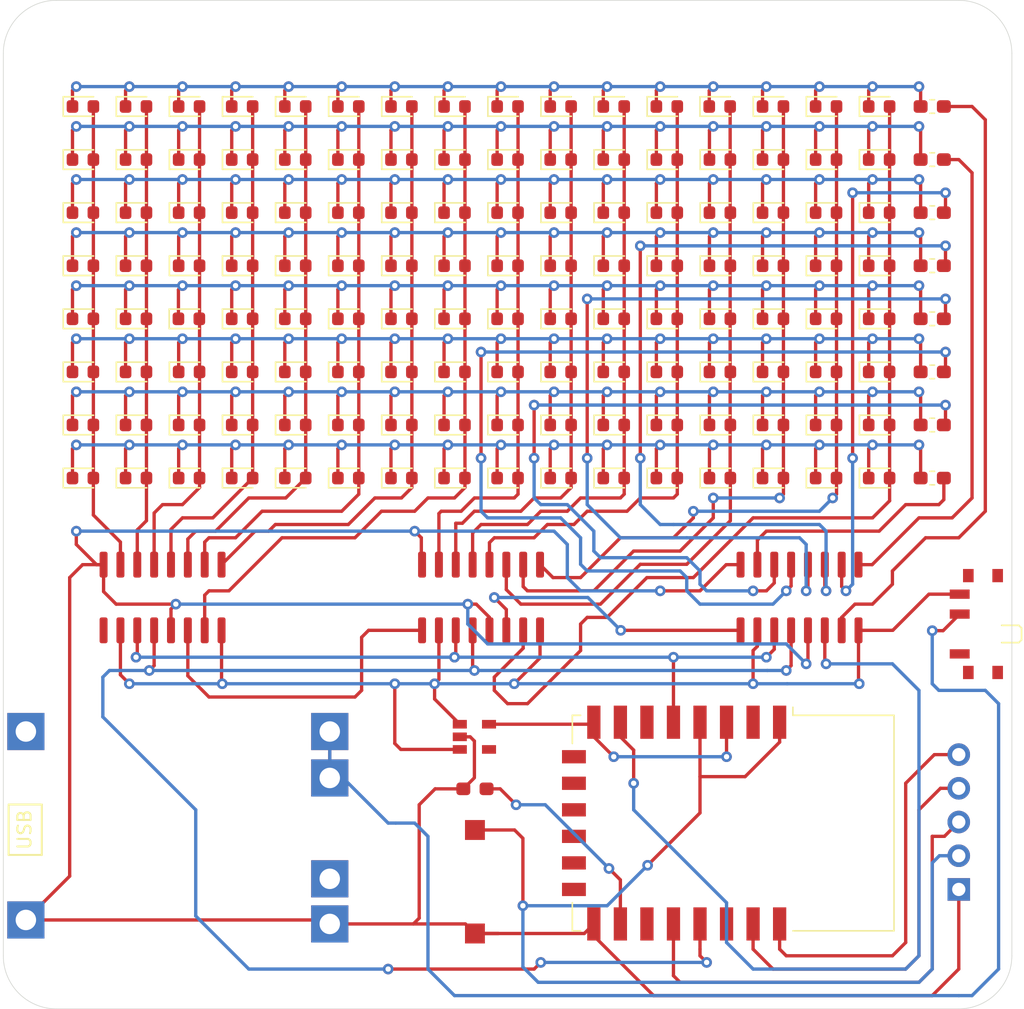
<source format=kicad_pcb>
(kicad_pcb (version 20171130) (host pcbnew "(5.1.6)-1")
  (layers (0 F.Cu signal) (31 B.Cu signal) (34 B.Paste user) (35 F.Paste user) (36 B.SilkS user) (37 F.SilkS user) (38 B.Mask user) (39 F.Mask user) (44 Edge.Cuts user))
  (net 0 "")
  (net 1 Q)
  (net 2 "Net-(D1-Pad1)")
  (net 3 "Net-(D10-Pad1)")
  (net 4 "Net-(D107-Pad1)")
  (net 5 "Net-(D100-Pad1)")
  (net 6 "Net-(D101-Pad1)")
  (net 7 "Net-(D102-Pad1)")
  (net 8 "Net-(D103-Pad1)")
  (net 9 "Net-(D104-Pad1)")
  (net 10 R)
  (net 11 S)
  (net 12 T)
  (net 13 U)
  (net 14 V)
  (net 15 W)
  (net 16 X)
  (net 17 I)
  (net 18 J)
  (net 19 K)
  (net 20 L)
  (net 21 M)
  (net 22 N)
  (net 23 O)
  (net 24 GND)
  (net 25 Rst)
  (net 26 Gpio0)
  (net 27 RXD)
  (net 28 TXD)
  (net 29 A)
  (net 30 B)
  (net 31 C)
  (net 32 D)
  (net 33 E)
  (net 34 F)
  (net 35 G)
  (net 36 H)
  (net 37 v3)
  (net 38 "Net-(R10-Pad1)")
  (net 39 Vcc)
  (net 40 "Net-(SW1-Pad2)")
  (net 41 "Net-(SW1-Pad1)")
  (net 42 D2)
  (net 43 Latch)
  (net 44 Clk)
  (net 45 "Net-(U1-Pad9)")
  (net 46 D1)
  (net 47 P)
  (net 48 Data)
  (net 49 "Net-(U4-Pad1)")
  (net 50 "Net-(U4-Pad6)")
  (net 51 "Net-(U6-Pad4)")
  (net 52 "Net-(U5-Pad20)")
  (net 53 "Net-(U5-Pad17)")
  (net 54 "Net-(U5-Pad14)")
  (net 55 "Net-(U5-Pad11)")
  (net 56 "Net-(U5-Pad6)")
  (net 57 "Net-(U5-Pad2)")
  (net 58 "Net-(U5-Pad13)")
  (net 59 "Net-(U5-Pad12)")
  (net 60 "Net-(U5-Pad10)")
  (net 61 "Net-(U5-Pad9)")
  (module Package_SO:SOIC-16_3.9x9.9mm_P1.27mm (layer F.Cu) (at 62 149 270)
    (fp_text reference U1)
    (fp_text value 74HC595)
    (pad 16 smd roundrect (at 2.475 -4.445 270) (size 1.95 0.6) (layers F.Cu F.Paste F.Mask) (net 39 Vcc))
    (pad 15 smd roundrect (at 2.475 -3.175 270) (size 1.95 0.6) (layers F.Cu F.Paste F.Mask) (net 29 A))
    (pad 14 smd roundrect (at 2.475 -1.905 270) (size 1.95 0.6) (layers F.Cu F.Paste F.Mask) (net 42 D2))
    (pad 13 smd roundrect (at 2.475 -0.635 270) (size 1.95 0.6) (layers F.Cu F.Paste F.Mask) (net 24 GND))
    (pad 12 smd roundrect (at 2.475 0.635 270) (size 1.95 0.6) (layers F.Cu F.Paste F.Mask) (net 43 Latch))
    (pad 11 smd roundrect (at 2.475 1.905 270) (size 1.95 0.6) (layers F.Cu F.Paste F.Mask) (net 44 Clk))
    (pad 10 smd roundrect (at 2.475 3.175 270) (size 1.95 0.6) (layers F.Cu F.Paste F.Mask) (net 39 Vcc))
    (pad 9 smd roundrect (at 2.475 4.445 270) (size 1.95 0.6) (layers F.Cu F.Paste F.Mask) (net 45 "Net-(U1-Pad9)"))
    (pad 8 smd roundrect (at -2.475 4.445 270) (size 1.95 0.6) (layers F.Cu F.Paste F.Mask) (net 24 GND))
    (pad 7 smd roundrect (at -2.475 3.175 270) (size 1.95 0.6) (layers F.Cu F.Paste F.Mask) (net 36 H))
    (pad 6 smd roundrect (at -2.475 1.905 270) (size 1.95 0.6) (layers F.Cu F.Paste F.Mask) (net 35 G))
    (pad 5 smd roundrect (at -2.475 0.635 270) (size 1.95 0.6) (layers F.Cu F.Paste F.Mask) (net 34 F))
    (pad 4 smd roundrect (at -2.475 -0.635 270) (size 1.95 0.6) (layers F.Cu F.Paste F.Mask) (net 33 E))
    (pad 3 smd roundrect (at -2.475 -1.905 270) (size 1.95 0.6) (layers F.Cu F.Paste F.Mask) (net 32 D))
    (pad 2 smd roundrect (at -2.475 -3.175 270) (size 1.95 0.6) (layers F.Cu F.Paste F.Mask) (net 31 C))
    (pad 1 smd roundrect (at -2.475 -4.445 270) (size 1.95 0.6) (layers F.Cu F.Paste F.Mask) (net 30 B))
  )
  (module Package_SO:SOIC-16_3.9x9.9mm_P1.27mm (layer F.Cu) (at 86 149 270)
    (fp_text reference U2)
    (fp_text value 74HC595)
    (pad 16 smd roundrect (at 2.475 -4.445 270) (size 1.95 0.6) (layers F.Cu F.Paste F.Mask) (net 39 Vcc))
    (pad 15 smd roundrect (at 2.475 -3.175 270) (size 1.95 0.6) (layers F.Cu F.Paste F.Mask) (net 17 I))
    (pad 14 smd roundrect (at 2.475 -1.905 270) (size 1.95 0.6) (layers F.Cu F.Paste F.Mask) (net 46 D1))
    (pad 13 smd roundrect (at 2.475 -0.635 270) (size 1.95 0.6) (layers F.Cu F.Paste F.Mask) (net 24 GND))
    (pad 12 smd roundrect (at 2.475 0.635 270) (size 1.95 0.6) (layers F.Cu F.Paste F.Mask) (net 43 Latch))
    (pad 11 smd roundrect (at 2.475 1.905 270) (size 1.95 0.6) (layers F.Cu F.Paste F.Mask) (net 44 Clk))
    (pad 10 smd roundrect (at 2.475 3.175 270) (size 1.95 0.6) (layers F.Cu F.Paste F.Mask) (net 39 Vcc))
    (pad 9 smd roundrect (at 2.475 4.445 270) (size 1.95 0.6) (layers F.Cu F.Paste F.Mask) (net 42 D2))
    (pad 8 smd roundrect (at -2.475 4.445 270) (size 1.95 0.6) (layers F.Cu F.Paste F.Mask) (net 24 GND))
    (pad 7 smd roundrect (at -2.475 3.175 270) (size 1.95 0.6) (layers F.Cu F.Paste F.Mask) (net 47 P))
    (pad 6 smd roundrect (at -2.475 1.905 270) (size 1.95 0.6) (layers F.Cu F.Paste F.Mask) (net 23 O))
    (pad 5 smd roundrect (at -2.475 0.635 270) (size 1.95 0.6) (layers F.Cu F.Paste F.Mask) (net 22 N))
    (pad 4 smd roundrect (at -2.475 -0.635 270) (size 1.95 0.6) (layers F.Cu F.Paste F.Mask) (net 21 M))
    (pad 3 smd roundrect (at -2.475 -1.905 270) (size 1.95 0.6) (layers F.Cu F.Paste F.Mask) (net 20 L))
    (pad 2 smd roundrect (at -2.475 -3.175 270) (size 1.95 0.6) (layers F.Cu F.Paste F.Mask) (net 19 K))
    (pad 1 smd roundrect (at -2.475 -4.445 270) (size 1.95 0.6) (layers F.Cu F.Paste F.Mask) (net 18 J))
  )
  (module Package_SO:SOIC-16_3.9x9.9mm_P1.27mm (layer F.Cu) (at 110 149 270)
    (fp_text reference U3)
    (fp_text value 74HC595)
    (pad 16 smd roundrect (at 2.475 -4.445 270) (size 1.95 0.6) (layers F.Cu F.Paste F.Mask) (net 39 Vcc))
    (pad 15 smd roundrect (at 2.475 -3.175 270) (size 1.95 0.6) (layers F.Cu F.Paste F.Mask) (net 1 Q))
    (pad 14 smd roundrect (at 2.475 -1.905 270) (size 1.95 0.6) (layers F.Cu F.Paste F.Mask) (net 48 Data))
    (pad 13 smd roundrect (at 2.475 -0.635 270) (size 1.95 0.6) (layers F.Cu F.Paste F.Mask) (net 24 GND))
    (pad 12 smd roundrect (at 2.475 0.635 270) (size 1.95 0.6) (layers F.Cu F.Paste F.Mask) (net 43 Latch))
    (pad 11 smd roundrect (at 2.475 1.905 270) (size 1.95 0.6) (layers F.Cu F.Paste F.Mask) (net 44 Clk))
    (pad 10 smd roundrect (at 2.475 3.175 270) (size 1.95 0.6) (layers F.Cu F.Paste F.Mask) (net 39 Vcc))
    (pad 9 smd roundrect (at 2.475 4.445 270) (size 1.95 0.6) (layers F.Cu F.Paste F.Mask) (net 46 D1))
    (pad 8 smd roundrect (at -2.475 4.445 270) (size 1.95 0.6) (layers F.Cu F.Paste F.Mask) (net 24 GND))
    (pad 7 smd roundrect (at -2.475 3.175 270) (size 1.95 0.6) (layers F.Cu F.Paste F.Mask) (net 16 X))
    (pad 6 smd roundrect (at -2.475 1.905 270) (size 1.95 0.6) (layers F.Cu F.Paste F.Mask) (net 15 W))
    (pad 5 smd roundrect (at -2.475 0.635 270) (size 1.95 0.6) (layers F.Cu F.Paste F.Mask) (net 14 V))
    (pad 4 smd roundrect (at -2.475 -0.635 270) (size 1.95 0.6) (layers F.Cu F.Paste F.Mask) (net 13 U))
    (pad 3 smd roundrect (at -2.475 -1.905 270) (size 1.95 0.6) (layers F.Cu F.Paste F.Mask) (net 12 T))
    (pad 2 smd roundrect (at -2.475 -3.175 270) (size 1.95 0.6) (layers F.Cu F.Paste F.Mask) (net 11 S))
    (pad 1 smd roundrect (at -2.475 -4.445 270) (size 1.95 0.6) (layers F.Cu F.Paste F.Mask) (net 10 R))
  )
  (module Resistor_SMD:R_0603_1608Metric_Pad1.05x0.95mm_HandSolder (layer F.Cu) (at 85.54 163.42 180)
    (fp_text reference R10)
    (fp_text value 3.3K)
    (pad 2 smd roundrect (at 0.875 0 180) (size 1.05 0.95) (layers F.Cu F.Paste F.Mask) (net 24 GND))
    (pad 1 smd roundrect (at -0.875 0 180) (size 1.05 0.95) (layers F.Cu F.Paste F.Mask) (net 38 "Net-(R10-Pad1)"))
  )
  (module Package_TO_SOT_SMD:SOT-23-5 (layer F.Cu) (at 85.5 159.5)
    (fp_text reference U6)
    (fp_text value LD3985M33R_SOT23)
    (pad 5 smd rect (at 1.1 -0.95) (size 1.06 0.65) (layers F.Cu F.Paste F.Mask) (net 37 v3))
    (pad 4 smd rect (at 1.1 0.95) (size 1.06 0.65) (layers F.Cu F.Paste F.Mask) (net 51 "Net-(U6-Pad4)"))
    (pad 3 smd rect (at -1.1 0.95) (size 1.06 0.65) (layers F.Cu F.Paste F.Mask) (net 39 Vcc))
    (pad 2 smd rect (at -1.1 0) (size 1.06 0.65) (layers F.Cu F.Paste F.Mask) (net 24 GND))
    (pad 1 smd rect (at -1.1 -0.95) (size 1.06 0.65) (layers F.Cu F.Paste F.Mask) (net 39 Vcc))
  )
  (module Button_Switch_SMD:SW_SPST_CK_RS282G05A3 (layer F.Cu) (at 85.54 170.42 90)
    (fp_text reference SW2)
    (fp_text value SW_Push)
    (pad 2 smd rect (at 3.9 0 90) (size 1.5 1.5) (layers F.Cu F.Paste F.Mask) (net 25 Rst))
    (pad 1 smd rect (at -3.9 0 90) (size 1.5 1.5) (layers F.Cu F.Paste F.Mask) (net 24 GND))
  )
  (module Button_Switch_SMD:SW_SPDT_PCM12 (layer F.Cu) (at 123.5 151 90)
    (fp_text reference SW1)
    (fp_text value SW_SPDT)
    (pad "" smd rect (at -3.65 -0.78 90) (size 1 0.8) (layers F.Cu F.Paste F.Mask))
    (pad "" smd rect (at 3.65 -0.78 90) (size 1 0.8) (layers F.Cu F.Paste F.Mask))
    (pad "" smd rect (at 3.65 1.43 90) (size 1 0.8) (layers F.Cu F.Paste F.Mask))
    (pad "" smd rect (at -3.65 1.43 90) (size 1 0.8) (layers F.Cu F.Paste F.Mask))
    (pad 3 smd rect (at 2.25 -1.43 90) (size 0.7 1.5) (layers F.Cu F.Paste F.Mask) (net 39 Vcc))
    (pad 2 smd rect (at 0.75 -1.43 90) (size 0.7 1.5) (layers F.Cu F.Paste F.Mask) (net 40 "Net-(SW1-Pad2)"))
    (pad 1 smd rect (at -2.25 -1.43 90) (size 0.7 1.5) (layers F.Cu F.Paste F.Mask) (net 41 "Net-(SW1-Pad1)"))
    (pad "" np_thru_hole circle (at 1.5 0.33 90) (size 0.9 0.9) (drill 0.9) (layers *.Cu *.Mask))
    (pad "" np_thru_hole circle (at -1.5 0.33 90) (size 0.9 0.9) (drill 0.9) (layers *.Cu *.Mask))
  )
  (module Connector_PinSocket_2.54mm:PinSocket_1x05_P2.54mm_Vertical (layer F.Cu) (at 122 171 180)
    (fp_text reference J1)
    (fp_text value Conn_01x05)
    (pad 5 thru_hole oval (at 0 10.16 180) (size 1.7 1.7) (drill 1) (layers *.Cu *.Mask) (net 28 TXD))
    (pad 4 thru_hole oval (at 0 7.62 180) (size 1.7 1.7) (drill 1) (layers *.Cu *.Mask) (net 27 RXD))
    (pad 3 thru_hole oval (at 0 5.08 180) (size 1.7 1.7) (drill 1) (layers *.Cu *.Mask) (net 26 Gpio0))
    (pad 2 thru_hole oval (at 0 2.54 180) (size 1.7 1.7) (drill 1) (layers *.Cu *.Mask) (net 25 Rst))
    (pad 1 thru_hole rect (at 0 0 180) (size 1.7 1.7) (drill 1) (layers *.Cu *.Mask) (net 24 GND))
  )
  (module TP4056-18650-master:TP4056-18650 (layer F.Cu) (at 50 157.4)
    (fp_text reference U4)
    (fp_text value TP4056-final)
    (fp_text user USB (at 1.6 9.1 90) (layer F.SilkS))
    (pad 1 thru_hole rect (at 1.7 1.7) (size 2.8 2.8) (drill 1.54) (layers *.Cu *.Mask) (net 49 "Net-(U4-Pad1)"))
    (pad 2 thru_hole rect (at 1.7 15.9) (size 2.8 2.8) (drill 1.54) (layers *.Cu *.Mask) (net 24 GND))
    (pad 3 thru_hole rect (at 24.6 1.7) (size 2.8 2.8) (drill 1.54) (layers *.Cu *.Mask) (net 40 "Net-(SW1-Pad2)"))
    (pad 4 thru_hole rect (at 24.6 16.2) (size 2.8 2.8) (drill 1.54) (layers *.Cu *.Mask) (net 24 GND))
    (pad 5 thru_hole rect (at 24.6 5.2) (size 2.8 2.8) (drill 1.54) (layers *.Cu *.Mask) (net 40 "Net-(SW1-Pad2)"))
    (pad 6 thru_hole rect (at 24.6 12.8) (size 2.8 2.8) (drill 1.54) (layers *.Cu *.Mask) (net 50 "Net-(U4-Pad6)"))
  )
  (module RF_Module:ESP-12E (layer F.Cu) (at 105 166 270)
    (fp_text reference U5)
    (fp_text value ESP-12F)
    (pad 22 smd rect (at 7.6 -3.5 270) (size 2.5 1) (layers F.Cu F.Paste F.Mask) (net 28 TXD))
    (pad 21 smd rect (at 7.6 -1.5 270) (size 2.5 1) (layers F.Cu F.Paste F.Mask) (net 27 RXD))
    (pad 20 smd rect (at 7.6 0.5 270) (size 2.5 1) (layers F.Cu F.Paste F.Mask) (net 52 "Net-(U5-Pad20)"))
    (pad 19 smd rect (at 7.6 2.5 270) (size 2.5 1) (layers F.Cu F.Paste F.Mask) (net 43 Latch))
    (pad 18 smd rect (at 7.6 4.5 270) (size 2.5 1) (layers F.Cu F.Paste F.Mask) (net 26 Gpio0))
    (pad 17 smd rect (at 7.6 6.5 270) (size 2.5 1) (layers F.Cu F.Paste F.Mask) (net 53 "Net-(U5-Pad17)"))
    (pad 16 smd rect (at 7.6 8.5 270) (size 2.5 1) (layers F.Cu F.Paste F.Mask) (net 38 "Net-(R10-Pad1)"))
    (pad 15 smd rect (at 7.6 10.5 270) (size 2.5 1) (layers F.Cu F.Paste F.Mask) (net 24 GND))
    (pad 14 smd rect (at 5 12 270) (size 1 1.8) (layers F.Cu F.Paste F.Mask) (net 54 "Net-(U5-Pad14)"))
    (pad 13 smd rect (at 3 12 270) (size 1 1.8) (layers F.Cu F.Paste F.Mask) (net 58 "Net-(U5-Pad13)"))
    (pad 12 smd rect (at 1 12 270) (size 1 1.8) (layers F.Cu F.Paste F.Mask) (net 59 "Net-(U5-Pad12)"))
    (pad 11 smd rect (at -1 12 270) (size 1 1.8) (layers F.Cu F.Paste F.Mask) (net 55 "Net-(U5-Pad11)"))
    (pad 10 smd rect (at -3 12 270) (size 1 1.8) (layers F.Cu F.Paste F.Mask) (net 60 "Net-(U5-Pad10)"))
    (pad 9 smd rect (at -5 12 270) (size 1 1.8) (layers F.Cu F.Paste F.Mask) (net 61 "Net-(U5-Pad9)"))
    (pad 8 smd rect (at -7.6 10.5 270) (size 2.5 1) (layers F.Cu F.Paste F.Mask) (net 37 v3))
    (pad 7 smd rect (at -7.6 8.5 270) (size 2.5 1) (layers F.Cu F.Paste F.Mask) (net 48 Data))
    (pad 6 smd rect (at -7.6 6.5 270) (size 2.5 1) (layers F.Cu F.Paste F.Mask) (net 56 "Net-(U5-Pad6)"))
    (pad 5 smd rect (at -7.6 4.5 270) (size 2.5 1) (layers F.Cu F.Paste F.Mask) (net 44 Clk))
    (pad 4 smd rect (at -7.6 2.5 270) (size 2.5 1) (layers F.Cu F.Paste F.Mask) (net 25 Rst))
    (pad 3 smd rect (at -7.6 0.5 270) (size 2.5 1) (layers F.Cu F.Paste F.Mask) (net 37 v3))
    (pad 2 smd rect (at -7.6 -1.5 270) (size 2.5 1) (layers F.Cu F.Paste F.Mask) (net 57 "Net-(U5-Pad2)"))
    (pad 1 smd rect (at -7.6 -3.5 270) (size 2.5 1) (layers F.Cu F.Paste F.Mask) (net 25 Rst))
  )
  (module LED_SMD:LED_0603_1608Metric (layer F.Cu) (at 56 112)
    (fp_text reference D1)
    (fp_text value LED)
    (pad 2 smd roundrect (at 0.7875 0) (size 0.875 0.95) (layers F.Cu F.Paste F.Mask) (net 36 H))
    (pad 1 smd roundrect (at -0.7875 0) (size 0.875 0.95) (layers F.Cu F.Paste F.Mask) (net 2 "Net-(D1-Pad1)"))
  )
  (module Resistor_SMD:R_0603_1608Metric_Pad1.05x0.95mm_HandSolder (layer F.Cu) (at 120 140 180)
    (fp_text reference R8)
    (fp_text value 100)
    (pad 1 smd roundrect (at -0.875 0 180) (size 1.05 0.95) (layers F.Cu F.Paste F.Mask) (net 16 X))
    (pad 2 smd roundrect (at 0.875 0 180) (size 1.05 0.95) (layers F.Cu F.Paste F.Mask) (net 9 "Net-(D104-Pad1)"))
  )
  (module Resistor_SMD:R_0603_1608Metric_Pad1.05x0.95mm_HandSolder (layer F.Cu) (at 120 136 180)
    (fp_text reference R7)
    (fp_text value 100)
    (pad 1 smd roundrect (at -0.875 0 180) (size 1.05 0.95) (layers F.Cu F.Paste F.Mask) (net 15 W))
    (pad 2 smd roundrect (at 0.875 0 180) (size 1.05 0.95) (layers F.Cu F.Paste F.Mask) (net 8 "Net-(D103-Pad1)"))
  )
  (module Resistor_SMD:R_0603_1608Metric_Pad1.05x0.95mm_HandSolder (layer F.Cu) (at 120 132 180)
    (fp_text reference R6)
    (fp_text value 100)
    (pad 1 smd roundrect (at -0.875 0 180) (size 1.05 0.95) (layers F.Cu F.Paste F.Mask) (net 14 V))
    (pad 2 smd roundrect (at 0.875 0 180) (size 1.05 0.95) (layers F.Cu F.Paste F.Mask) (net 7 "Net-(D102-Pad1)"))
  )
  (module Resistor_SMD:R_0603_1608Metric_Pad1.05x0.95mm_HandSolder (layer F.Cu) (at 120 128 180)
    (fp_text reference R5)
    (fp_text value 100)
    (pad 1 smd roundrect (at -0.875 0 180) (size 1.05 0.95) (layers F.Cu F.Paste F.Mask) (net 13 U))
    (pad 2 smd roundrect (at 0.875 0 180) (size 1.05 0.95) (layers F.Cu F.Paste F.Mask) (net 6 "Net-(D101-Pad1)"))
  )
  (module Resistor_SMD:R_0603_1608Metric_Pad1.05x0.95mm_HandSolder (layer F.Cu) (at 120 124 180)
    (fp_text reference R4)
    (fp_text value 100)
    (pad 1 smd roundrect (at -0.875 0 180) (size 1.05 0.95) (layers F.Cu F.Paste F.Mask) (net 12 T))
    (pad 2 smd roundrect (at 0.875 0 180) (size 1.05 0.95) (layers F.Cu F.Paste F.Mask) (net 5 "Net-(D100-Pad1)"))
  )
  (module Resistor_SMD:R_0603_1608Metric_Pad1.05x0.95mm_HandSolder (layer F.Cu) (at 120 120 180)
    (fp_text reference R3)
    (fp_text value 100)
    (pad 1 smd roundrect (at -0.875 0 180) (size 1.05 0.95) (layers F.Cu F.Paste F.Mask) (net 11 S))
    (pad 2 smd roundrect (at 0.875 0 180) (size 1.05 0.95) (layers F.Cu F.Paste F.Mask) (net 4 "Net-(D107-Pad1)"))
  )
  (module Resistor_SMD:R_0603_1608Metric_Pad1.05x0.95mm_HandSolder (layer F.Cu) (at 120 116 180)
    (fp_text reference R2)
    (fp_text value 100)
    (pad 2 smd roundrect (at 0.875 0 180) (size 1.05 0.95) (layers F.Cu F.Paste F.Mask) (net 3 "Net-(D10-Pad1)"))
    (pad 1 smd roundrect (at -0.875 0 180) (size 1.05 0.95) (layers F.Cu F.Paste F.Mask) (net 10 R))
  )
  (module Resistor_SMD:R_0603_1608Metric_Pad1.05x0.95mm_HandSolder (layer F.Cu) (at 120 112 180)
    (fp_text reference R1)
    (fp_text value 100)
    (pad 2 smd roundrect (at 0.875 0 180) (size 1.05 0.95) (layers F.Cu F.Paste F.Mask) (net 2 "Net-(D1-Pad1)"))
    (pad 1 smd roundrect (at -0.875 0 180) (size 1.05 0.95) (layers F.Cu F.Paste F.Mask) (net 1 Q))
  )
  (module LED_SMD:LED_0603_1608Metric (layer F.Cu) (at 116 140)
    (fp_text reference D128)
    (fp_text value LED)
    (pad 1 smd roundrect (at -0.7875 0) (size 0.875 0.95) (layers F.Cu F.Paste F.Mask) (net 9 "Net-(D104-Pad1)"))
    (pad 2 smd roundrect (at 0.7875 0) (size 0.875 0.95) (layers F.Cu F.Paste F.Mask) (net 17 I))
  )
  (module LED_SMD:LED_0603_1608Metric (layer F.Cu) (at 116 136)
    (fp_text reference D127)
    (fp_text value LED)
    (pad 1 smd roundrect (at -0.7875 0) (size 0.875 0.95) (layers F.Cu F.Paste F.Mask) (net 8 "Net-(D103-Pad1)"))
    (pad 2 smd roundrect (at 0.7875 0) (size 0.875 0.95) (layers F.Cu F.Paste F.Mask) (net 17 I))
  )
  (module LED_SMD:LED_0603_1608Metric (layer F.Cu) (at 116 132)
    (fp_text reference D126)
    (fp_text value LED)
    (pad 1 smd roundrect (at -0.7875 0) (size 0.875 0.95) (layers F.Cu F.Paste F.Mask) (net 7 "Net-(D102-Pad1)"))
    (pad 2 smd roundrect (at 0.7875 0) (size 0.875 0.95) (layers F.Cu F.Paste F.Mask) (net 17 I))
  )
  (module LED_SMD:LED_0603_1608Metric (layer F.Cu) (at 116 128)
    (fp_text reference D125)
    (fp_text value LED)
    (pad 1 smd roundrect (at -0.7875 0) (size 0.875 0.95) (layers F.Cu F.Paste F.Mask) (net 6 "Net-(D101-Pad1)"))
    (pad 2 smd roundrect (at 0.7875 0) (size 0.875 0.95) (layers F.Cu F.Paste F.Mask) (net 17 I))
  )
  (module LED_SMD:LED_0603_1608Metric (layer F.Cu) (at 116 124)
    (fp_text reference D124)
    (fp_text value LED)
    (pad 1 smd roundrect (at -0.7875 0) (size 0.875 0.95) (layers F.Cu F.Paste F.Mask) (net 5 "Net-(D100-Pad1)"))
    (pad 2 smd roundrect (at 0.7875 0) (size 0.875 0.95) (layers F.Cu F.Paste F.Mask) (net 17 I))
  )
  (module LED_SMD:LED_0603_1608Metric (layer F.Cu) (at 116 120)
    (fp_text reference D123)
    (fp_text value LED)
    (pad 1 smd roundrect (at -0.7875 0) (size 0.875 0.95) (layers F.Cu F.Paste F.Mask) (net 4 "Net-(D107-Pad1)"))
    (pad 2 smd roundrect (at 0.7875 0) (size 0.875 0.95) (layers F.Cu F.Paste F.Mask) (net 17 I))
  )
  (module LED_SMD:LED_0603_1608Metric (layer F.Cu) (at 116 116)
    (fp_text reference D122)
    (fp_text value LED)
    (pad 2 smd roundrect (at 0.7875 0) (size 0.875 0.95) (layers F.Cu F.Paste F.Mask) (net 17 I))
    (pad 1 smd roundrect (at -0.7875 0) (size 0.875 0.95) (layers F.Cu F.Paste F.Mask) (net 3 "Net-(D10-Pad1)"))
  )
  (module LED_SMD:LED_0603_1608Metric (layer F.Cu) (at 116 112)
    (fp_text reference D121)
    (fp_text value LED)
    (pad 1 smd roundrect (at -0.7875 0) (size 0.875 0.95) (layers F.Cu F.Paste F.Mask) (net 2 "Net-(D1-Pad1)"))
    (pad 2 smd roundrect (at 0.7875 0) (size 0.875 0.95) (layers F.Cu F.Paste F.Mask) (net 17 I))
  )
  (module LED_SMD:LED_0603_1608Metric (layer F.Cu) (at 112 140)
    (fp_text reference D120)
    (fp_text value LED)
    (pad 1 smd roundrect (at -0.7875 0) (size 0.875 0.95) (layers F.Cu F.Paste F.Mask) (net 9 "Net-(D104-Pad1)"))
    (pad 2 smd roundrect (at 0.7875 0) (size 0.875 0.95) (layers F.Cu F.Paste F.Mask) (net 18 J))
  )
  (module LED_SMD:LED_0603_1608Metric (layer F.Cu) (at 112 136)
    (fp_text reference D119)
    (fp_text value LED)
    (pad 1 smd roundrect (at -0.7875 0) (size 0.875 0.95) (layers F.Cu F.Paste F.Mask) (net 8 "Net-(D103-Pad1)"))
    (pad 2 smd roundrect (at 0.7875 0) (size 0.875 0.95) (layers F.Cu F.Paste F.Mask) (net 18 J))
  )
  (module LED_SMD:LED_0603_1608Metric (layer F.Cu) (at 112 132)
    (fp_text reference D118)
    (fp_text value LED)
    (pad 1 smd roundrect (at -0.7875 0) (size 0.875 0.95) (layers F.Cu F.Paste F.Mask) (net 7 "Net-(D102-Pad1)"))
    (pad 2 smd roundrect (at 0.7875 0) (size 0.875 0.95) (layers F.Cu F.Paste F.Mask) (net 18 J))
  )
  (module LED_SMD:LED_0603_1608Metric (layer F.Cu) (at 112 128)
    (fp_text reference D117)
    (fp_text value LED)
    (pad 1 smd roundrect (at -0.7875 0) (size 0.875 0.95) (layers F.Cu F.Paste F.Mask) (net 6 "Net-(D101-Pad1)"))
    (pad 2 smd roundrect (at 0.7875 0) (size 0.875 0.95) (layers F.Cu F.Paste F.Mask) (net 18 J))
  )
  (module LED_SMD:LED_0603_1608Metric (layer F.Cu) (at 112 124)
    (fp_text reference D116)
    (fp_text value LED)
    (pad 1 smd roundrect (at -0.7875 0) (size 0.875 0.95) (layers F.Cu F.Paste F.Mask) (net 5 "Net-(D100-Pad1)"))
    (pad 2 smd roundrect (at 0.7875 0) (size 0.875 0.95) (layers F.Cu F.Paste F.Mask) (net 18 J))
  )
  (module LED_SMD:LED_0603_1608Metric (layer F.Cu) (at 112 120)
    (fp_text reference D115)
    (fp_text value LED)
    (pad 1 smd roundrect (at -0.7875 0) (size 0.875 0.95) (layers F.Cu F.Paste F.Mask) (net 4 "Net-(D107-Pad1)"))
    (pad 2 smd roundrect (at 0.7875 0) (size 0.875 0.95) (layers F.Cu F.Paste F.Mask) (net 18 J))
  )
  (module LED_SMD:LED_0603_1608Metric (layer F.Cu) (at 112 116)
    (fp_text reference D114)
    (fp_text value LED)
    (pad 2 smd roundrect (at 0.7875 0) (size 0.875 0.95) (layers F.Cu F.Paste F.Mask) (net 18 J))
    (pad 1 smd roundrect (at -0.7875 0) (size 0.875 0.95) (layers F.Cu F.Paste F.Mask) (net 3 "Net-(D10-Pad1)"))
  )
  (module LED_SMD:LED_0603_1608Metric (layer F.Cu) (at 112 112)
    (fp_text reference D113)
    (fp_text value LED)
    (pad 1 smd roundrect (at -0.7875 0) (size 0.875 0.95) (layers F.Cu F.Paste F.Mask) (net 2 "Net-(D1-Pad1)"))
    (pad 2 smd roundrect (at 0.7875 0) (size 0.875 0.95) (layers F.Cu F.Paste F.Mask) (net 18 J))
  )
  (module LED_SMD:LED_0603_1608Metric (layer F.Cu) (at 108 140)
    (fp_text reference D112)
    (fp_text value LED)
    (pad 1 smd roundrect (at -0.7875 0) (size 0.875 0.95) (layers F.Cu F.Paste F.Mask) (net 9 "Net-(D104-Pad1)"))
    (pad 2 smd roundrect (at 0.7875 0) (size 0.875 0.95) (layers F.Cu F.Paste F.Mask) (net 19 K))
  )
  (module LED_SMD:LED_0603_1608Metric (layer F.Cu) (at 108 136)
    (fp_text reference D111)
    (fp_text value LED)
    (pad 1 smd roundrect (at -0.7875 0) (size 0.875 0.95) (layers F.Cu F.Paste F.Mask) (net 8 "Net-(D103-Pad1)"))
    (pad 2 smd roundrect (at 0.7875 0) (size 0.875 0.95) (layers F.Cu F.Paste F.Mask) (net 19 K))
  )
  (module LED_SMD:LED_0603_1608Metric (layer F.Cu) (at 108 132)
    (fp_text reference D110)
    (fp_text value LED)
    (pad 1 smd roundrect (at -0.7875 0) (size 0.875 0.95) (layers F.Cu F.Paste F.Mask) (net 7 "Net-(D102-Pad1)"))
    (pad 2 smd roundrect (at 0.7875 0) (size 0.875 0.95) (layers F.Cu F.Paste F.Mask) (net 19 K))
  )
  (module LED_SMD:LED_0603_1608Metric (layer F.Cu) (at 108 128)
    (fp_text reference D109)
    (fp_text value LED)
    (pad 1 smd roundrect (at -0.7875 0) (size 0.875 0.95) (layers F.Cu F.Paste F.Mask) (net 6 "Net-(D101-Pad1)"))
    (pad 2 smd roundrect (at 0.7875 0) (size 0.875 0.95) (layers F.Cu F.Paste F.Mask) (net 19 K))
  )
  (module LED_SMD:LED_0603_1608Metric (layer F.Cu) (at 108 124)
    (fp_text reference D108)
    (fp_text value LED)
    (pad 1 smd roundrect (at -0.7875 0) (size 0.875 0.95) (layers F.Cu F.Paste F.Mask) (net 5 "Net-(D100-Pad1)"))
    (pad 2 smd roundrect (at 0.7875 0) (size 0.875 0.95) (layers F.Cu F.Paste F.Mask) (net 19 K))
  )
  (module LED_SMD:LED_0603_1608Metric (layer F.Cu) (at 108 120)
    (fp_text reference D107)
    (fp_text value LED)
    (pad 1 smd roundrect (at -0.7875 0) (size 0.875 0.95) (layers F.Cu F.Paste F.Mask) (net 4 "Net-(D107-Pad1)"))
    (pad 2 smd roundrect (at 0.7875 0) (size 0.875 0.95) (layers F.Cu F.Paste F.Mask) (net 19 K))
  )
  (module LED_SMD:LED_0603_1608Metric (layer F.Cu) (at 108 116)
    (fp_text reference D106)
    (fp_text value LED)
    (pad 2 smd roundrect (at 0.7875 0) (size 0.875 0.95) (layers F.Cu F.Paste F.Mask) (net 19 K))
    (pad 1 smd roundrect (at -0.7875 0) (size 0.875 0.95) (layers F.Cu F.Paste F.Mask) (net 3 "Net-(D10-Pad1)"))
  )
  (module LED_SMD:LED_0603_1608Metric (layer F.Cu) (at 108 112)
    (fp_text reference D105)
    (fp_text value LED)
    (pad 1 smd roundrect (at -0.7875 0) (size 0.875 0.95) (layers F.Cu F.Paste F.Mask) (net 2 "Net-(D1-Pad1)"))
    (pad 2 smd roundrect (at 0.7875 0) (size 0.875 0.95) (layers F.Cu F.Paste F.Mask) (net 19 K))
  )
  (module LED_SMD:LED_0603_1608Metric (layer F.Cu) (at 104 140)
    (fp_text reference D104)
    (fp_text value LED)
    (pad 1 smd roundrect (at -0.7875 0) (size 0.875 0.95) (layers F.Cu F.Paste F.Mask) (net 9 "Net-(D104-Pad1)"))
    (pad 2 smd roundrect (at 0.7875 0) (size 0.875 0.95) (layers F.Cu F.Paste F.Mask) (net 20 L))
  )
  (module LED_SMD:LED_0603_1608Metric (layer F.Cu) (at 104 136)
    (fp_text reference D103)
    (fp_text value LED)
    (pad 1 smd roundrect (at -0.7875 0) (size 0.875 0.95) (layers F.Cu F.Paste F.Mask) (net 8 "Net-(D103-Pad1)"))
    (pad 2 smd roundrect (at 0.7875 0) (size 0.875 0.95) (layers F.Cu F.Paste F.Mask) (net 20 L))
  )
  (module LED_SMD:LED_0603_1608Metric (layer F.Cu) (at 104 132)
    (fp_text reference D102)
    (fp_text value LED)
    (pad 1 smd roundrect (at -0.7875 0) (size 0.875 0.95) (layers F.Cu F.Paste F.Mask) (net 7 "Net-(D102-Pad1)"))
    (pad 2 smd roundrect (at 0.7875 0) (size 0.875 0.95) (layers F.Cu F.Paste F.Mask) (net 20 L))
  )
  (module LED_SMD:LED_0603_1608Metric (layer F.Cu) (at 104 128)
    (fp_text reference D101)
    (fp_text value LED)
    (pad 1 smd roundrect (at -0.7875 0) (size 0.875 0.95) (layers F.Cu F.Paste F.Mask) (net 6 "Net-(D101-Pad1)"))
    (pad 2 smd roundrect (at 0.7875 0) (size 0.875 0.95) (layers F.Cu F.Paste F.Mask) (net 20 L))
  )
  (module LED_SMD:LED_0603_1608Metric (layer F.Cu) (at 104 124)
    (fp_text reference D100)
    (fp_text value LED)
    (pad 1 smd roundrect (at -0.7875 0) (size 0.875 0.95) (layers F.Cu F.Paste F.Mask) (net 5 "Net-(D100-Pad1)"))
    (pad 2 smd roundrect (at 0.7875 0) (size 0.875 0.95) (layers F.Cu F.Paste F.Mask) (net 20 L))
  )
  (module LED_SMD:LED_0603_1608Metric (layer F.Cu) (at 104 120)
    (fp_text reference D99)
    (fp_text value LED)
    (pad 1 smd roundrect (at -0.7875 0) (size 0.875 0.95) (layers F.Cu F.Paste F.Mask) (net 4 "Net-(D107-Pad1)"))
    (pad 2 smd roundrect (at 0.7875 0) (size 0.875 0.95) (layers F.Cu F.Paste F.Mask) (net 20 L))
  )
  (module LED_SMD:LED_0603_1608Metric (layer F.Cu) (at 104 116)
    (fp_text reference D98)
    (fp_text value LED)
    (pad 2 smd roundrect (at 0.7875 0) (size 0.875 0.95) (layers F.Cu F.Paste F.Mask) (net 20 L))
    (pad 1 smd roundrect (at -0.7875 0) (size 0.875 0.95) (layers F.Cu F.Paste F.Mask) (net 3 "Net-(D10-Pad1)"))
  )
  (module LED_SMD:LED_0603_1608Metric (layer F.Cu) (at 103.984 112)
    (fp_text reference D97)
    (fp_text value LED)
    (pad 1 smd roundrect (at -0.7875 0) (size 0.875 0.95) (layers F.Cu F.Paste F.Mask) (net 2 "Net-(D1-Pad1)"))
    (pad 2 smd roundrect (at 0.7875 0) (size 0.875 0.95) (layers F.Cu F.Paste F.Mask) (net 20 L))
  )
  (module LED_SMD:LED_0603_1608Metric (layer F.Cu) (at 100 140)
    (fp_text reference D96)
    (fp_text value LED)
    (pad 1 smd roundrect (at -0.7875 0) (size 0.875 0.95) (layers F.Cu F.Paste F.Mask) (net 9 "Net-(D104-Pad1)"))
    (pad 2 smd roundrect (at 0.7875 0) (size 0.875 0.95) (layers F.Cu F.Paste F.Mask) (net 21 M))
  )
  (module LED_SMD:LED_0603_1608Metric (layer F.Cu) (at 100 136)
    (fp_text reference D95)
    (fp_text value LED)
    (pad 1 smd roundrect (at -0.7875 0) (size 0.875 0.95) (layers F.Cu F.Paste F.Mask) (net 8 "Net-(D103-Pad1)"))
    (pad 2 smd roundrect (at 0.7875 0) (size 0.875 0.95) (layers F.Cu F.Paste F.Mask) (net 21 M))
  )
  (module LED_SMD:LED_0603_1608Metric (layer F.Cu) (at 100 132)
    (fp_text reference D94)
    (fp_text value LED)
    (pad 1 smd roundrect (at -0.7875 0) (size 0.875 0.95) (layers F.Cu F.Paste F.Mask) (net 7 "Net-(D102-Pad1)"))
    (pad 2 smd roundrect (at 0.7875 0) (size 0.875 0.95) (layers F.Cu F.Paste F.Mask) (net 21 M))
  )
  (module LED_SMD:LED_0603_1608Metric (layer F.Cu) (at 100 128)
    (fp_text reference D93)
    (fp_text value LED)
    (pad 1 smd roundrect (at -0.7875 0) (size 0.875 0.95) (layers F.Cu F.Paste F.Mask) (net 6 "Net-(D101-Pad1)"))
    (pad 2 smd roundrect (at 0.7875 0) (size 0.875 0.95) (layers F.Cu F.Paste F.Mask) (net 21 M))
  )
  (module LED_SMD:LED_0603_1608Metric (layer F.Cu) (at 100 124)
    (fp_text reference D92)
    (fp_text value LED)
    (pad 1 smd roundrect (at -0.7875 0) (size 0.875 0.95) (layers F.Cu F.Paste F.Mask) (net 5 "Net-(D100-Pad1)"))
    (pad 2 smd roundrect (at 0.7875 0) (size 0.875 0.95) (layers F.Cu F.Paste F.Mask) (net 21 M))
  )
  (module LED_SMD:LED_0603_1608Metric (layer F.Cu) (at 100 120)
    (fp_text reference D91)
    (fp_text value LED)
    (pad 1 smd roundrect (at -0.7875 0) (size 0.875 0.95) (layers F.Cu F.Paste F.Mask) (net 4 "Net-(D107-Pad1)"))
    (pad 2 smd roundrect (at 0.7875 0) (size 0.875 0.95) (layers F.Cu F.Paste F.Mask) (net 21 M))
  )
  (module LED_SMD:LED_0603_1608Metric (layer F.Cu) (at 100 116)
    (fp_text reference D90)
    (fp_text value LED)
    (pad 2 smd roundrect (at 0.7875 0) (size 0.875 0.95) (layers F.Cu F.Paste F.Mask) (net 21 M))
    (pad 1 smd roundrect (at -0.7875 0) (size 0.875 0.95) (layers F.Cu F.Paste F.Mask) (net 3 "Net-(D10-Pad1)"))
  )
  (module LED_SMD:LED_0603_1608Metric (layer F.Cu) (at 100 112)
    (fp_text reference D89)
    (fp_text value LED)
    (pad 1 smd roundrect (at -0.7875 0) (size 0.875 0.95) (layers F.Cu F.Paste F.Mask) (net 2 "Net-(D1-Pad1)"))
    (pad 2 smd roundrect (at 0.7875 0) (size 0.875 0.95) (layers F.Cu F.Paste F.Mask) (net 21 M))
  )
  (module LED_SMD:LED_0603_1608Metric (layer F.Cu) (at 96 140)
    (fp_text reference D88)
    (fp_text value LED)
    (pad 1 smd roundrect (at -0.7875 0) (size 0.875 0.95) (layers F.Cu F.Paste F.Mask) (net 9 "Net-(D104-Pad1)"))
    (pad 2 smd roundrect (at 0.7875 0) (size 0.875 0.95) (layers F.Cu F.Paste F.Mask) (net 22 N))
  )
  (module LED_SMD:LED_0603_1608Metric (layer F.Cu) (at 96 136)
    (fp_text reference D87)
    (fp_text value LED)
    (pad 1 smd roundrect (at -0.7875 0) (size 0.875 0.95) (layers F.Cu F.Paste F.Mask) (net 8 "Net-(D103-Pad1)"))
    (pad 2 smd roundrect (at 0.7875 0) (size 0.875 0.95) (layers F.Cu F.Paste F.Mask) (net 22 N))
  )
  (module LED_SMD:LED_0603_1608Metric (layer F.Cu) (at 96 132)
    (fp_text reference D86)
    (fp_text value LED)
    (pad 1 smd roundrect (at -0.7875 0) (size 0.875 0.95) (layers F.Cu F.Paste F.Mask) (net 7 "Net-(D102-Pad1)"))
    (pad 2 smd roundrect (at 0.7875 0) (size 0.875 0.95) (layers F.Cu F.Paste F.Mask) (net 22 N))
  )
  (module LED_SMD:LED_0603_1608Metric (layer F.Cu) (at 96 128)
    (fp_text reference D85)
    (fp_text value LED)
    (pad 1 smd roundrect (at -0.7875 0) (size 0.875 0.95) (layers F.Cu F.Paste F.Mask) (net 6 "Net-(D101-Pad1)"))
    (pad 2 smd roundrect (at 0.7875 0) (size 0.875 0.95) (layers F.Cu F.Paste F.Mask) (net 22 N))
  )
  (module LED_SMD:LED_0603_1608Metric (layer F.Cu) (at 96 124)
    (fp_text reference D84)
    (fp_text value LED)
    (pad 1 smd roundrect (at -0.7875 0) (size 0.875 0.95) (layers F.Cu F.Paste F.Mask) (net 5 "Net-(D100-Pad1)"))
    (pad 2 smd roundrect (at 0.7875 0) (size 0.875 0.95) (layers F.Cu F.Paste F.Mask) (net 22 N))
  )
  (module LED_SMD:LED_0603_1608Metric (layer F.Cu) (at 96 120)
    (fp_text reference D83)
    (fp_text value LED)
    (pad 1 smd roundrect (at -0.7875 0) (size 0.875 0.95) (layers F.Cu F.Paste F.Mask) (net 4 "Net-(D107-Pad1)"))
    (pad 2 smd roundrect (at 0.7875 0) (size 0.875 0.95) (layers F.Cu F.Paste F.Mask) (net 22 N))
  )
  (module LED_SMD:LED_0603_1608Metric (layer F.Cu) (at 96 116)
    (fp_text reference D82)
    (fp_text value LED)
    (pad 2 smd roundrect (at 0.7875 0) (size 0.875 0.95) (layers F.Cu F.Paste F.Mask) (net 22 N))
    (pad 1 smd roundrect (at -0.7875 0) (size 0.875 0.95) (layers F.Cu F.Paste F.Mask) (net 3 "Net-(D10-Pad1)"))
  )
  (module LED_SMD:LED_0603_1608Metric (layer F.Cu) (at 96 112)
    (fp_text reference D81)
    (fp_text value LED)
    (pad 1 smd roundrect (at -0.7875 0) (size 0.875 0.95) (layers F.Cu F.Paste F.Mask) (net 2 "Net-(D1-Pad1)"))
    (pad 2 smd roundrect (at 0.7875 0) (size 0.875 0.95) (layers F.Cu F.Paste F.Mask) (net 22 N))
  )
  (module LED_SMD:LED_0603_1608Metric (layer F.Cu) (at 92 140)
    (fp_text reference D80)
    (fp_text value LED)
    (pad 1 smd roundrect (at -0.7875 0) (size 0.875 0.95) (layers F.Cu F.Paste F.Mask) (net 9 "Net-(D104-Pad1)"))
    (pad 2 smd roundrect (at 0.7875 0) (size 0.875 0.95) (layers F.Cu F.Paste F.Mask) (net 23 O))
  )
  (module LED_SMD:LED_0603_1608Metric (layer F.Cu) (at 92 136)
    (fp_text reference D79)
    (fp_text value LED)
    (pad 1 smd roundrect (at -0.7875 0) (size 0.875 0.95) (layers F.Cu F.Paste F.Mask) (net 8 "Net-(D103-Pad1)"))
    (pad 2 smd roundrect (at 0.7875 0) (size 0.875 0.95) (layers F.Cu F.Paste F.Mask) (net 23 O))
  )
  (module LED_SMD:LED_0603_1608Metric (layer F.Cu) (at 92 132)
    (fp_text reference D78)
    (fp_text value LED)
    (pad 1 smd roundrect (at -0.7875 0) (size 0.875 0.95) (layers F.Cu F.Paste F.Mask) (net 7 "Net-(D102-Pad1)"))
    (pad 2 smd roundrect (at 0.7875 0) (size 0.875 0.95) (layers F.Cu F.Paste F.Mask) (net 23 O))
  )
  (module LED_SMD:LED_0603_1608Metric (layer F.Cu) (at 92 128)
    (fp_text reference D77)
    (fp_text value LED)
    (pad 1 smd roundrect (at -0.7875 0) (size 0.875 0.95) (layers F.Cu F.Paste F.Mask) (net 6 "Net-(D101-Pad1)"))
    (pad 2 smd roundrect (at 0.7875 0) (size 0.875 0.95) (layers F.Cu F.Paste F.Mask) (net 23 O))
  )
  (module LED_SMD:LED_0603_1608Metric (layer F.Cu) (at 92 124)
    (fp_text reference D76)
    (fp_text value LED)
    (pad 1 smd roundrect (at -0.7875 0) (size 0.875 0.95) (layers F.Cu F.Paste F.Mask) (net 5 "Net-(D100-Pad1)"))
    (pad 2 smd roundrect (at 0.7875 0) (size 0.875 0.95) (layers F.Cu F.Paste F.Mask) (net 23 O))
  )
  (module LED_SMD:LED_0603_1608Metric (layer F.Cu) (at 92 120)
    (fp_text reference D75)
    (fp_text value LED)
    (pad 1 smd roundrect (at -0.7875 0) (size 0.875 0.95) (layers F.Cu F.Paste F.Mask) (net 4 "Net-(D107-Pad1)"))
    (pad 2 smd roundrect (at 0.7875 0) (size 0.875 0.95) (layers F.Cu F.Paste F.Mask) (net 23 O))
  )
  (module LED_SMD:LED_0603_1608Metric (layer F.Cu) (at 92 116)
    (fp_text reference D74)
    (fp_text value LED)
    (pad 2 smd roundrect (at 0.7875 0) (size 0.875 0.95) (layers F.Cu F.Paste F.Mask) (net 23 O))
    (pad 1 smd roundrect (at -0.7875 0) (size 0.875 0.95) (layers F.Cu F.Paste F.Mask) (net 3 "Net-(D10-Pad1)"))
  )
  (module LED_SMD:LED_0603_1608Metric (layer F.Cu) (at 92 112)
    (fp_text reference D73)
    (fp_text value LED)
    (pad 1 smd roundrect (at -0.7875 0) (size 0.875 0.95) (layers F.Cu F.Paste F.Mask) (net 2 "Net-(D1-Pad1)"))
    (pad 2 smd roundrect (at 0.7875 0) (size 0.875 0.95) (layers F.Cu F.Paste F.Mask) (net 23 O))
  )
  (module LED_SMD:LED_0603_1608Metric (layer F.Cu) (at 88 140)
    (fp_text reference D72)
    (fp_text value LED)
    (pad 1 smd roundrect (at -0.7875 0) (size 0.875 0.95) (layers F.Cu F.Paste F.Mask) (net 9 "Net-(D104-Pad1)"))
    (pad 2 smd roundrect (at 0.7875 0) (size 0.875 0.95) (layers F.Cu F.Paste F.Mask) (net 47 P))
  )
  (module LED_SMD:LED_0603_1608Metric (layer F.Cu) (at 88 136)
    (fp_text reference D71)
    (fp_text value LED)
    (pad 1 smd roundrect (at -0.7875 0) (size 0.875 0.95) (layers F.Cu F.Paste F.Mask) (net 8 "Net-(D103-Pad1)"))
    (pad 2 smd roundrect (at 0.7875 0) (size 0.875 0.95) (layers F.Cu F.Paste F.Mask) (net 47 P))
  )
  (module LED_SMD:LED_0603_1608Metric (layer F.Cu) (at 88 132)
    (fp_text reference D70)
    (fp_text value LED)
    (pad 1 smd roundrect (at -0.7875 0) (size 0.875 0.95) (layers F.Cu F.Paste F.Mask) (net 7 "Net-(D102-Pad1)"))
    (pad 2 smd roundrect (at 0.7875 0) (size 0.875 0.95) (layers F.Cu F.Paste F.Mask) (net 47 P))
  )
  (module LED_SMD:LED_0603_1608Metric (layer F.Cu) (at 88 128)
    (fp_text reference D69)
    (fp_text value LED)
    (pad 1 smd roundrect (at -0.7875 0) (size 0.875 0.95) (layers F.Cu F.Paste F.Mask) (net 6 "Net-(D101-Pad1)"))
    (pad 2 smd roundrect (at 0.7875 0) (size 0.875 0.95) (layers F.Cu F.Paste F.Mask) (net 47 P))
  )
  (module LED_SMD:LED_0603_1608Metric (layer F.Cu) (at 88 124)
    (fp_text reference D68)
    (fp_text value LED)
    (pad 1 smd roundrect (at -0.7875 0) (size 0.875 0.95) (layers F.Cu F.Paste F.Mask) (net 5 "Net-(D100-Pad1)"))
    (pad 2 smd roundrect (at 0.7875 0) (size 0.875 0.95) (layers F.Cu F.Paste F.Mask) (net 47 P))
  )
  (module LED_SMD:LED_0603_1608Metric (layer F.Cu) (at 88 120)
    (fp_text reference D67)
    (fp_text value LED)
    (pad 1 smd roundrect (at -0.7875 0) (size 0.875 0.95) (layers F.Cu F.Paste F.Mask) (net 4 "Net-(D107-Pad1)"))
    (pad 2 smd roundrect (at 0.7875 0) (size 0.875 0.95) (layers F.Cu F.Paste F.Mask) (net 47 P))
  )
  (module LED_SMD:LED_0603_1608Metric (layer F.Cu) (at 88 116)
    (fp_text reference D66)
    (fp_text value LED)
    (pad 2 smd roundrect (at 0.7875 0) (size 0.875 0.95) (layers F.Cu F.Paste F.Mask) (net 47 P))
    (pad 1 smd roundrect (at -0.7875 0) (size 0.875 0.95) (layers F.Cu F.Paste F.Mask) (net 3 "Net-(D10-Pad1)"))
  )
  (module LED_SMD:LED_0603_1608Metric (layer F.Cu) (at 88 112)
    (fp_text reference D65)
    (fp_text value LED)
    (pad 1 smd roundrect (at -0.7875 0) (size 0.875 0.95) (layers F.Cu F.Paste F.Mask) (net 2 "Net-(D1-Pad1)"))
    (pad 2 smd roundrect (at 0.7875 0) (size 0.875 0.95) (layers F.Cu F.Paste F.Mask) (net 47 P))
  )
  (module LED_SMD:LED_0603_1608Metric (layer F.Cu) (at 84 140)
    (fp_text reference D64)
    (fp_text value LED)
    (pad 1 smd roundrect (at -0.7875 0) (size 0.875 0.95) (layers F.Cu F.Paste F.Mask) (net 9 "Net-(D104-Pad1)"))
    (pad 2 smd roundrect (at 0.7875 0) (size 0.875 0.95) (layers F.Cu F.Paste F.Mask) (net 29 A))
  )
  (module LED_SMD:LED_0603_1608Metric (layer F.Cu) (at 84 136)
    (fp_text reference D63)
    (fp_text value LED)
    (pad 1 smd roundrect (at -0.7875 0) (size 0.875 0.95) (layers F.Cu F.Paste F.Mask) (net 8 "Net-(D103-Pad1)"))
    (pad 2 smd roundrect (at 0.7875 0) (size 0.875 0.95) (layers F.Cu F.Paste F.Mask) (net 29 A))
  )
  (module LED_SMD:LED_0603_1608Metric (layer F.Cu) (at 84 132)
    (fp_text reference D62)
    (fp_text value LED)
    (pad 1 smd roundrect (at -0.7875 0) (size 0.875 0.95) (layers F.Cu F.Paste F.Mask) (net 7 "Net-(D102-Pad1)"))
    (pad 2 smd roundrect (at 0.7875 0) (size 0.875 0.95) (layers F.Cu F.Paste F.Mask) (net 29 A))
  )
  (module LED_SMD:LED_0603_1608Metric (layer F.Cu) (at 84 128)
    (fp_text reference D61)
    (fp_text value LED)
    (pad 1 smd roundrect (at -0.7875 0) (size 0.875 0.95) (layers F.Cu F.Paste F.Mask) (net 6 "Net-(D101-Pad1)"))
    (pad 2 smd roundrect (at 0.7875 0) (size 0.875 0.95) (layers F.Cu F.Paste F.Mask) (net 29 A))
  )
  (module LED_SMD:LED_0603_1608Metric (layer F.Cu) (at 84 124)
    (fp_text reference D60)
    (fp_text value LED)
    (pad 1 smd roundrect (at -0.7875 0) (size 0.875 0.95) (layers F.Cu F.Paste F.Mask) (net 5 "Net-(D100-Pad1)"))
    (pad 2 smd roundrect (at 0.7875 0) (size 0.875 0.95) (layers F.Cu F.Paste F.Mask) (net 29 A))
  )
  (module LED_SMD:LED_0603_1608Metric (layer F.Cu) (at 84 120)
    (fp_text reference D59)
    (fp_text value LED)
    (pad 1 smd roundrect (at -0.7875 0) (size 0.875 0.95) (layers F.Cu F.Paste F.Mask) (net 4 "Net-(D107-Pad1)"))
    (pad 2 smd roundrect (at 0.7875 0) (size 0.875 0.95) (layers F.Cu F.Paste F.Mask) (net 29 A))
  )
  (module LED_SMD:LED_0603_1608Metric (layer F.Cu) (at 84 116)
    (fp_text reference D58)
    (fp_text value LED)
    (pad 2 smd roundrect (at 0.7875 0) (size 0.875 0.95) (layers F.Cu F.Paste F.Mask) (net 29 A))
    (pad 1 smd roundrect (at -0.7875 0) (size 0.875 0.95) (layers F.Cu F.Paste F.Mask) (net 3 "Net-(D10-Pad1)"))
  )
  (module LED_SMD:LED_0603_1608Metric (layer F.Cu) (at 84 112)
    (fp_text reference D57)
    (fp_text value LED)
    (pad 1 smd roundrect (at -0.7875 0) (size 0.875 0.95) (layers F.Cu F.Paste F.Mask) (net 2 "Net-(D1-Pad1)"))
    (pad 2 smd roundrect (at 0.7875 0) (size 0.875 0.95) (layers F.Cu F.Paste F.Mask) (net 29 A))
  )
  (module LED_SMD:LED_0603_1608Metric (layer F.Cu) (at 80 140)
    (fp_text reference D56)
    (fp_text value LED)
    (pad 1 smd roundrect (at -0.7875 0) (size 0.875 0.95) (layers F.Cu F.Paste F.Mask) (net 9 "Net-(D104-Pad1)"))
    (pad 2 smd roundrect (at 0.7875 0) (size 0.875 0.95) (layers F.Cu F.Paste F.Mask) (net 30 B))
  )
  (module LED_SMD:LED_0603_1608Metric (layer F.Cu) (at 80 136)
    (fp_text reference D55)
    (fp_text value LED)
    (pad 1 smd roundrect (at -0.7875 0) (size 0.875 0.95) (layers F.Cu F.Paste F.Mask) (net 8 "Net-(D103-Pad1)"))
    (pad 2 smd roundrect (at 0.7875 0) (size 0.875 0.95) (layers F.Cu F.Paste F.Mask) (net 30 B))
  )
  (module LED_SMD:LED_0603_1608Metric (layer F.Cu) (at 80 132)
    (fp_text reference D54)
    (fp_text value LED)
    (pad 1 smd roundrect (at -0.7875 0) (size 0.875 0.95) (layers F.Cu F.Paste F.Mask) (net 7 "Net-(D102-Pad1)"))
    (pad 2 smd roundrect (at 0.7875 0) (size 0.875 0.95) (layers F.Cu F.Paste F.Mask) (net 30 B))
  )
  (module LED_SMD:LED_0603_1608Metric (layer F.Cu) (at 80 128)
    (fp_text reference D53)
    (fp_text value LED)
    (pad 1 smd roundrect (at -0.7875 0) (size 0.875 0.95) (layers F.Cu F.Paste F.Mask) (net 6 "Net-(D101-Pad1)"))
    (pad 2 smd roundrect (at 0.7875 0) (size 0.875 0.95) (layers F.Cu F.Paste F.Mask) (net 30 B))
  )
  (module LED_SMD:LED_0603_1608Metric (layer F.Cu) (at 80 124)
    (fp_text reference D52)
    (fp_text value LED)
    (pad 1 smd roundrect (at -0.7875 0) (size 0.875 0.95) (layers F.Cu F.Paste F.Mask) (net 5 "Net-(D100-Pad1)"))
    (pad 2 smd roundrect (at 0.7875 0) (size 0.875 0.95) (layers F.Cu F.Paste F.Mask) (net 30 B))
  )
  (module LED_SMD:LED_0603_1608Metric (layer F.Cu) (at 80 120)
    (fp_text reference D51)
    (fp_text value LED)
    (pad 1 smd roundrect (at -0.7875 0) (size 0.875 0.95) (layers F.Cu F.Paste F.Mask) (net 4 "Net-(D107-Pad1)"))
    (pad 2 smd roundrect (at 0.7875 0) (size 0.875 0.95) (layers F.Cu F.Paste F.Mask) (net 30 B))
  )
  (module LED_SMD:LED_0603_1608Metric (layer F.Cu) (at 80 116)
    (fp_text reference D50)
    (fp_text value LED)
    (pad 2 smd roundrect (at 0.7875 0) (size 0.875 0.95) (layers F.Cu F.Paste F.Mask) (net 30 B))
    (pad 1 smd roundrect (at -0.7875 0) (size 0.875 0.95) (layers F.Cu F.Paste F.Mask) (net 3 "Net-(D10-Pad1)"))
  )
  (module LED_SMD:LED_0603_1608Metric (layer F.Cu) (at 80 112)
    (fp_text reference D49)
    (fp_text value LED)
    (pad 1 smd roundrect (at -0.7875 0) (size 0.875 0.95) (layers F.Cu F.Paste F.Mask) (net 2 "Net-(D1-Pad1)"))
    (pad 2 smd roundrect (at 0.7875 0) (size 0.875 0.95) (layers F.Cu F.Paste F.Mask) (net 30 B))
  )
  (module LED_SMD:LED_0603_1608Metric (layer F.Cu) (at 76 140)
    (fp_text reference D48)
    (fp_text value LED)
    (pad 1 smd roundrect (at -0.7875 0) (size 0.875 0.95) (layers F.Cu F.Paste F.Mask) (net 9 "Net-(D104-Pad1)"))
    (pad 2 smd roundrect (at 0.7875 0) (size 0.875 0.95) (layers F.Cu F.Paste F.Mask) (net 31 C))
  )
  (module LED_SMD:LED_0603_1608Metric (layer F.Cu) (at 76 136)
    (fp_text reference D47)
    (fp_text value LED)
    (pad 1 smd roundrect (at -0.7875 0) (size 0.875 0.95) (layers F.Cu F.Paste F.Mask) (net 8 "Net-(D103-Pad1)"))
    (pad 2 smd roundrect (at 0.7875 0) (size 0.875 0.95) (layers F.Cu F.Paste F.Mask) (net 31 C))
  )
  (module LED_SMD:LED_0603_1608Metric (layer F.Cu) (at 76 132)
    (fp_text reference D46)
    (fp_text value LED)
    (pad 1 smd roundrect (at -0.7875 0) (size 0.875 0.95) (layers F.Cu F.Paste F.Mask) (net 7 "Net-(D102-Pad1)"))
    (pad 2 smd roundrect (at 0.7875 0) (size 0.875 0.95) (layers F.Cu F.Paste F.Mask) (net 31 C))
  )
  (module LED_SMD:LED_0603_1608Metric (layer F.Cu) (at 76 128)
    (fp_text reference D45)
    (fp_text value LED)
    (pad 1 smd roundrect (at -0.7875 0) (size 0.875 0.95) (layers F.Cu F.Paste F.Mask) (net 6 "Net-(D101-Pad1)"))
    (pad 2 smd roundrect (at 0.7875 0) (size 0.875 0.95) (layers F.Cu F.Paste F.Mask) (net 31 C))
  )
  (module LED_SMD:LED_0603_1608Metric (layer F.Cu) (at 76 124)
    (fp_text reference D44)
    (fp_text value LED)
    (pad 1 smd roundrect (at -0.7875 0) (size 0.875 0.95) (layers F.Cu F.Paste F.Mask) (net 5 "Net-(D100-Pad1)"))
    (pad 2 smd roundrect (at 0.7875 0) (size 0.875 0.95) (layers F.Cu F.Paste F.Mask) (net 31 C))
  )
  (module LED_SMD:LED_0603_1608Metric (layer F.Cu) (at 76 120)
    (fp_text reference D43)
    (fp_text value LED)
    (pad 1 smd roundrect (at -0.7875 0) (size 0.875 0.95) (layers F.Cu F.Paste F.Mask) (net 4 "Net-(D107-Pad1)"))
    (pad 2 smd roundrect (at 0.7875 0) (size 0.875 0.95) (layers F.Cu F.Paste F.Mask) (net 31 C))
  )
  (module LED_SMD:LED_0603_1608Metric (layer F.Cu) (at 76 116)
    (fp_text reference D42)
    (fp_text value LED)
    (pad 1 smd roundrect (at -0.7875 0) (size 0.875 0.95) (layers F.Cu F.Paste F.Mask) (net 3 "Net-(D10-Pad1)"))
    (pad 2 smd roundrect (at 0.7875 0) (size 0.875 0.95) (layers F.Cu F.Paste F.Mask) (net 31 C))
  )
  (module LED_SMD:LED_0603_1608Metric (layer F.Cu) (at 76 112)
    (fp_text reference D41)
    (fp_text value LED)
    (pad 1 smd roundrect (at -0.7875 0) (size 0.875 0.95) (layers F.Cu F.Paste F.Mask) (net 2 "Net-(D1-Pad1)"))
    (pad 2 smd roundrect (at 0.7875 0) (size 0.875 0.95) (layers F.Cu F.Paste F.Mask) (net 31 C))
  )
  (module LED_SMD:LED_0603_1608Metric (layer F.Cu) (at 72 140)
    (fp_text reference D40)
    (fp_text value LED)
    (pad 1 smd roundrect (at -0.7875 0) (size 0.875 0.95) (layers F.Cu F.Paste F.Mask) (net 9 "Net-(D104-Pad1)"))
    (pad 2 smd roundrect (at 0.7875 0) (size 0.875 0.95) (layers F.Cu F.Paste F.Mask) (net 32 D))
  )
  (module LED_SMD:LED_0603_1608Metric (layer F.Cu) (at 72 136)
    (fp_text reference D39)
    (fp_text value LED)
    (pad 1 smd roundrect (at -0.7875 0) (size 0.875 0.95) (layers F.Cu F.Paste F.Mask) (net 8 "Net-(D103-Pad1)"))
    (pad 2 smd roundrect (at 0.7875 0) (size 0.875 0.95) (layers F.Cu F.Paste F.Mask) (net 32 D))
  )
  (module LED_SMD:LED_0603_1608Metric (layer F.Cu) (at 72 132)
    (fp_text reference D38)
    (fp_text value LED)
    (pad 1 smd roundrect (at -0.7875 0) (size 0.875 0.95) (layers F.Cu F.Paste F.Mask) (net 7 "Net-(D102-Pad1)"))
    (pad 2 smd roundrect (at 0.7875 0) (size 0.875 0.95) (layers F.Cu F.Paste F.Mask) (net 32 D))
  )
  (module LED_SMD:LED_0603_1608Metric (layer F.Cu) (at 72 128)
    (fp_text reference D37)
    (fp_text value LED)
    (pad 1 smd roundrect (at -0.7875 0) (size 0.875 0.95) (layers F.Cu F.Paste F.Mask) (net 6 "Net-(D101-Pad1)"))
    (pad 2 smd roundrect (at 0.7875 0) (size 0.875 0.95) (layers F.Cu F.Paste F.Mask) (net 32 D))
  )
  (module LED_SMD:LED_0603_1608Metric (layer F.Cu) (at 72 124)
    (fp_text reference D36)
    (fp_text value LED)
    (pad 1 smd roundrect (at -0.7875 0) (size 0.875 0.95) (layers F.Cu F.Paste F.Mask) (net 5 "Net-(D100-Pad1)"))
    (pad 2 smd roundrect (at 0.7875 0) (size 0.875 0.95) (layers F.Cu F.Paste F.Mask) (net 32 D))
  )
  (module LED_SMD:LED_0603_1608Metric (layer F.Cu) (at 72 120)
    (fp_text reference D35)
    (fp_text value LED)
    (pad 2 smd roundrect (at 0.7875 0) (size 0.875 0.95) (layers F.Cu F.Paste F.Mask) (net 32 D))
    (pad 1 smd roundrect (at -0.7875 0) (size 0.875 0.95) (layers F.Cu F.Paste F.Mask) (net 4 "Net-(D107-Pad1)"))
  )
  (module LED_SMD:LED_0603_1608Metric (layer F.Cu) (at 72 116)
    (fp_text reference D34)
    (fp_text value LED)
    (pad 1 smd roundrect (at -0.7875 0) (size 0.875 0.95) (layers F.Cu F.Paste F.Mask) (net 3 "Net-(D10-Pad1)"))
    (pad 2 smd roundrect (at 0.7875 0) (size 0.875 0.95) (layers F.Cu F.Paste F.Mask) (net 32 D))
  )
  (module LED_SMD:LED_0603_1608Metric (layer F.Cu) (at 72 112)
    (fp_text reference D33)
    (fp_text value LED)
    (pad 1 smd roundrect (at -0.7875 0) (size 0.875 0.95) (layers F.Cu F.Paste F.Mask) (net 2 "Net-(D1-Pad1)"))
    (pad 2 smd roundrect (at 0.7875 0) (size 0.875 0.95) (layers F.Cu F.Paste F.Mask) (net 32 D))
  )
  (module LED_SMD:LED_0603_1608Metric (layer F.Cu) (at 68 140)
    (fp_text reference D32)
    (fp_text value LED)
    (pad 1 smd roundrect (at -0.7875 0) (size 0.875 0.95) (layers F.Cu F.Paste F.Mask) (net 9 "Net-(D104-Pad1)"))
    (pad 2 smd roundrect (at 0.7875 0) (size 0.875 0.95) (layers F.Cu F.Paste F.Mask) (net 33 E))
  )
  (module LED_SMD:LED_0603_1608Metric (layer F.Cu) (at 68 136)
    (fp_text reference D31)
    (fp_text value LED)
    (pad 1 smd roundrect (at -0.7875 0) (size 0.875 0.95) (layers F.Cu F.Paste F.Mask) (net 8 "Net-(D103-Pad1)"))
    (pad 2 smd roundrect (at 0.7875 0) (size 0.875 0.95) (layers F.Cu F.Paste F.Mask) (net 33 E))
  )
  (module LED_SMD:LED_0603_1608Metric (layer F.Cu) (at 68 132)
    (fp_text reference D30)
    (fp_text value LED)
    (pad 1 smd roundrect (at -0.7875 0) (size 0.875 0.95) (layers F.Cu F.Paste F.Mask) (net 7 "Net-(D102-Pad1)"))
    (pad 2 smd roundrect (at 0.7875 0) (size 0.875 0.95) (layers F.Cu F.Paste F.Mask) (net 33 E))
  )
  (module LED_SMD:LED_0603_1608Metric (layer F.Cu) (at 68 128)
    (fp_text reference D29)
    (fp_text value LED)
    (pad 1 smd roundrect (at -0.7875 0) (size 0.875 0.95) (layers F.Cu F.Paste F.Mask) (net 6 "Net-(D101-Pad1)"))
    (pad 2 smd roundrect (at 0.7875 0) (size 0.875 0.95) (layers F.Cu F.Paste F.Mask) (net 33 E))
  )
  (module LED_SMD:LED_0603_1608Metric (layer F.Cu) (at 68 124)
    (fp_text reference D28)
    (fp_text value LED)
    (pad 1 smd roundrect (at -0.7875 0) (size 0.875 0.95) (layers F.Cu F.Paste F.Mask) (net 5 "Net-(D100-Pad1)"))
    (pad 2 smd roundrect (at 0.7875 0) (size 0.875 0.95) (layers F.Cu F.Paste F.Mask) (net 33 E))
  )
  (module LED_SMD:LED_0603_1608Metric (layer F.Cu) (at 68 120)
    (fp_text reference D27)
    (fp_text value LED)
    (pad 2 smd roundrect (at 0.7875 0) (size 0.875 0.95) (layers F.Cu F.Paste F.Mask) (net 33 E))
    (pad 1 smd roundrect (at -0.7875 0) (size 0.875 0.95) (layers F.Cu F.Paste F.Mask) (net 4 "Net-(D107-Pad1)"))
  )
  (module LED_SMD:LED_0603_1608Metric (layer F.Cu) (at 68 116)
    (fp_text reference D26)
    (fp_text value LED)
    (pad 1 smd roundrect (at -0.7875 0) (size 0.875 0.95) (layers F.Cu F.Paste F.Mask) (net 3 "Net-(D10-Pad1)"))
    (pad 2 smd roundrect (at 0.7875 0) (size 0.875 0.95) (layers F.Cu F.Paste F.Mask) (net 33 E))
  )
  (module LED_SMD:LED_0603_1608Metric (layer F.Cu) (at 68 112)
    (fp_text reference D25)
    (fp_text value LED)
    (pad 1 smd roundrect (at -0.7875 0) (size 0.875 0.95) (layers F.Cu F.Paste F.Mask) (net 2 "Net-(D1-Pad1)"))
    (pad 2 smd roundrect (at 0.7875 0) (size 0.875 0.95) (layers F.Cu F.Paste F.Mask) (net 33 E))
  )
  (module LED_SMD:LED_0603_1608Metric (layer F.Cu) (at 64 140)
    (fp_text reference D24)
    (fp_text value LED)
    (pad 1 smd roundrect (at -0.7875 0) (size 0.875 0.95) (layers F.Cu F.Paste F.Mask) (net 9 "Net-(D104-Pad1)"))
    (pad 2 smd roundrect (at 0.7875 0) (size 0.875 0.95) (layers F.Cu F.Paste F.Mask) (net 34 F))
  )
  (module LED_SMD:LED_0603_1608Metric (layer F.Cu) (at 64 136)
    (fp_text reference D23)
    (fp_text value LED)
    (pad 1 smd roundrect (at -0.7875 0) (size 0.875 0.95) (layers F.Cu F.Paste F.Mask) (net 8 "Net-(D103-Pad1)"))
    (pad 2 smd roundrect (at 0.7875 0) (size 0.875 0.95) (layers F.Cu F.Paste F.Mask) (net 34 F))
  )
  (module LED_SMD:LED_0603_1608Metric (layer F.Cu) (at 64 132)
    (fp_text reference D22)
    (fp_text value LED)
    (pad 1 smd roundrect (at -0.7875 0) (size 0.875 0.95) (layers F.Cu F.Paste F.Mask) (net 7 "Net-(D102-Pad1)"))
    (pad 2 smd roundrect (at 0.7875 0) (size 0.875 0.95) (layers F.Cu F.Paste F.Mask) (net 34 F))
  )
  (module LED_SMD:LED_0603_1608Metric (layer F.Cu) (at 63.984 128)
    (fp_text reference D21)
    (fp_text value LED)
    (pad 1 smd roundrect (at -0.7875 0) (size 0.875 0.95) (layers F.Cu F.Paste F.Mask) (net 6 "Net-(D101-Pad1)"))
    (pad 2 smd roundrect (at 0.7875 0) (size 0.875 0.95) (layers F.Cu F.Paste F.Mask) (net 34 F))
  )
  (module LED_SMD:LED_0603_1608Metric (layer F.Cu) (at 64 124)
    (fp_text reference D20)
    (fp_text value LED)
    (pad 1 smd roundrect (at -0.7875 0) (size 0.875 0.95) (layers F.Cu F.Paste F.Mask) (net 5 "Net-(D100-Pad1)"))
    (pad 2 smd roundrect (at 0.7875 0) (size 0.875 0.95) (layers F.Cu F.Paste F.Mask) (net 34 F))
  )
  (module LED_SMD:LED_0603_1608Metric (layer F.Cu) (at 64 120)
    (fp_text reference D19)
    (fp_text value LED)
    (pad 1 smd roundrect (at -0.7875 0) (size 0.875 0.95) (layers F.Cu F.Paste F.Mask) (net 4 "Net-(D107-Pad1)"))
    (pad 2 smd roundrect (at 0.7875 0) (size 0.875 0.95) (layers F.Cu F.Paste F.Mask) (net 34 F))
  )
  (module LED_SMD:LED_0603_1608Metric (layer F.Cu) (at 64 116)
    (fp_text reference D18)
    (fp_text value LED)
    (pad 1 smd roundrect (at -0.7875 0) (size 0.875 0.95) (layers F.Cu F.Paste F.Mask) (net 3 "Net-(D10-Pad1)"))
    (pad 2 smd roundrect (at 0.7875 0) (size 0.875 0.95) (layers F.Cu F.Paste F.Mask) (net 34 F))
  )
  (module LED_SMD:LED_0603_1608Metric (layer F.Cu) (at 64 112)
    (fp_text reference D17)
    (fp_text value LED)
    (pad 1 smd roundrect (at -0.7875 0) (size 0.875 0.95) (layers F.Cu F.Paste F.Mask) (net 2 "Net-(D1-Pad1)"))
    (pad 2 smd roundrect (at 0.7875 0) (size 0.875 0.95) (layers F.Cu F.Paste F.Mask) (net 34 F))
  )
  (module LED_SMD:LED_0603_1608Metric (layer F.Cu) (at 60 140)
    (fp_text reference D16)
    (fp_text value LED)
    (pad 1 smd roundrect (at -0.7875 0) (size 0.875 0.95) (layers F.Cu F.Paste F.Mask) (net 9 "Net-(D104-Pad1)"))
    (pad 2 smd roundrect (at 0.7875 0) (size 0.875 0.95) (layers F.Cu F.Paste F.Mask) (net 35 G))
  )
  (module LED_SMD:LED_0603_1608Metric (layer F.Cu) (at 60 136)
    (fp_text reference D15)
    (fp_text value LED)
    (pad 1 smd roundrect (at -0.7875 0) (size 0.875 0.95) (layers F.Cu F.Paste F.Mask) (net 8 "Net-(D103-Pad1)"))
    (pad 2 smd roundrect (at 0.7875 0) (size 0.875 0.95) (layers F.Cu F.Paste F.Mask) (net 35 G))
  )
  (module LED_SMD:LED_0603_1608Metric (layer F.Cu) (at 60 132)
    (fp_text reference D14)
    (fp_text value LED)
    (pad 1 smd roundrect (at -0.7875 0) (size 0.875 0.95) (layers F.Cu F.Paste F.Mask) (net 7 "Net-(D102-Pad1)"))
    (pad 2 smd roundrect (at 0.7875 0) (size 0.875 0.95) (layers F.Cu F.Paste F.Mask) (net 35 G))
  )
  (module LED_SMD:LED_0603_1608Metric (layer F.Cu) (at 60 128)
    (fp_text reference D13)
    (fp_text value LED)
    (pad 1 smd roundrect (at -0.7875 0) (size 0.875 0.95) (layers F.Cu F.Paste F.Mask) (net 6 "Net-(D101-Pad1)"))
    (pad 2 smd roundrect (at 0.7875 0) (size 0.875 0.95) (layers F.Cu F.Paste F.Mask) (net 35 G))
  )
  (module LED_SMD:LED_0603_1608Metric (layer F.Cu) (at 60 124)
    (fp_text reference D12)
    (fp_text value LED)
    (pad 1 smd roundrect (at -0.7875 0) (size 0.875 0.95) (layers F.Cu F.Paste F.Mask) (net 5 "Net-(D100-Pad1)"))
    (pad 2 smd roundrect (at 0.7875 0) (size 0.875 0.95) (layers F.Cu F.Paste F.Mask) (net 35 G))
  )
  (module LED_SMD:LED_0603_1608Metric (layer F.Cu) (at 60 120)
    (fp_text reference D11)
    (fp_text value LED)
    (pad 2 smd roundrect (at 0.7875 0) (size 0.875 0.95) (layers F.Cu F.Paste F.Mask) (net 35 G))
    (pad 1 smd roundrect (at -0.7875 0) (size 0.875 0.95) (layers F.Cu F.Paste F.Mask) (net 4 "Net-(D107-Pad1)"))
  )
  (module LED_SMD:LED_0603_1608Metric (layer F.Cu) (at 60 116)
    (fp_text reference D10)
    (fp_text value LED)
    (pad 1 smd roundrect (at -0.7875 0) (size 0.875 0.95) (layers F.Cu F.Paste F.Mask) (net 3 "Net-(D10-Pad1)"))
    (pad 2 smd roundrect (at 0.7875 0) (size 0.875 0.95) (layers F.Cu F.Paste F.Mask) (net 35 G))
  )
  (module LED_SMD:LED_0603_1608Metric (layer F.Cu) (at 60 112)
    (fp_text reference D9)
    (fp_text value LED)
    (pad 2 smd roundrect (at 0.7875 0) (size 0.875 0.95) (layers F.Cu F.Paste F.Mask) (net 35 G))
    (pad 1 smd roundrect (at -0.7875 0) (size 0.875 0.95) (layers F.Cu F.Paste F.Mask) (net 2 "Net-(D1-Pad1)"))
  )
  (module LED_SMD:LED_0603_1608Metric (layer F.Cu) (at 56 140)
    (fp_text reference D8)
    (fp_text value LED)
    (pad 1 smd roundrect (at -0.7875 0) (size 0.875 0.95) (layers F.Cu F.Paste F.Mask) (net 9 "Net-(D104-Pad1)"))
    (pad 2 smd roundrect (at 0.7875 0) (size 0.875 0.95) (layers F.Cu F.Paste F.Mask) (net 36 H))
  )
  (module LED_SMD:LED_0603_1608Metric (layer F.Cu) (at 56 136)
    (fp_text reference D7)
    (fp_text value LED)
    (pad 1 smd roundrect (at -0.7875 0) (size 0.875 0.95) (layers F.Cu F.Paste F.Mask) (net 8 "Net-(D103-Pad1)"))
    (pad 2 smd roundrect (at 0.7875 0) (size 0.875 0.95) (layers F.Cu F.Paste F.Mask) (net 36 H))
  )
  (module LED_SMD:LED_0603_1608Metric (layer F.Cu) (at 56 132)
    (fp_text reference D6)
    (fp_text value LED)
    (pad 1 smd roundrect (at -0.7875 0) (size 0.875 0.95) (layers F.Cu F.Paste F.Mask) (net 7 "Net-(D102-Pad1)"))
    (pad 2 smd roundrect (at 0.7875 0) (size 0.875 0.95) (layers F.Cu F.Paste F.Mask) (net 36 H))
  )
  (module LED_SMD:LED_0603_1608Metric (layer F.Cu) (at 56 128)
    (fp_text reference D5)
    (fp_text value LED)
    (pad 1 smd roundrect (at -0.7875 0) (size 0.875 0.95) (layers F.Cu F.Paste F.Mask) (net 6 "Net-(D101-Pad1)"))
    (pad 2 smd roundrect (at 0.7875 0) (size 0.875 0.95) (layers F.Cu F.Paste F.Mask) (net 36 H))
  )
  (module LED_SMD:LED_0603_1608Metric (layer F.Cu) (at 56 124)
    (fp_text reference D4)
    (fp_text value LED)
    (pad 1 smd roundrect (at -0.7875 0) (size 0.875 0.95) (layers F.Cu F.Paste F.Mask) (net 5 "Net-(D100-Pad1)"))
    (pad 2 smd roundrect (at 0.7875 0) (size 0.875 0.95) (layers F.Cu F.Paste F.Mask) (net 36 H))
  )
  (module LED_SMD:LED_0603_1608Metric (layer F.Cu) (at 56 120)
    (fp_text reference D3)
    (fp_text value LED)
    (pad 2 smd roundrect (at 0.7875 0) (size 0.875 0.95) (layers F.Cu F.Paste F.Mask) (net 36 H))
    (pad 1 smd roundrect (at -0.7875 0) (size 0.875 0.95) (layers F.Cu F.Paste F.Mask) (net 4 "Net-(D107-Pad1)"))
  )
  (module LED_SMD:LED_0603_1608Metric (layer F.Cu) (at 56 116)
    (fp_text reference D2)
    (fp_text value LED)
    (pad 1 smd roundrect (at -0.7875 0) (size 0.875 0.95) (layers F.Cu F.Paste F.Mask) (net 3 "Net-(D10-Pad1)"))
    (pad 2 smd roundrect (at 0.7875 0) (size 0.875 0.95) (layers F.Cu F.Paste F.Mask) (net 36 H))
  )
  (gr_arc (start 122 176) (end 122 180) (angle -90) (layer Edge.Cuts) (width 0.05))
  (gr_arc (start 54 176) (end 50 176) (angle -90) (layer Edge.Cuts) (width 0.05))
  (gr_line (start 54 180) (end 122 180) (layer Edge.Cuts) (width 0.05))
  (gr_arc (start 54 108) (end 54 104) (angle -90) (layer Edge.Cuts) (width 0.05))
  (gr_arc (start 122 108) (end 126 108) (angle -90) (layer Edge.Cuts) (width 0.05))
  (gr_line (start 126 108) (end 126 176) (layer Edge.Cuts) (width 0.05))
  (gr_line (start 54 104) (end 122 104) (layer Edge.Cuts) (width 0.05))
  (gr_line (start 50 176) (end 50 108) (layer Edge.Cuts) (width 0.05))
  (segment (start 113.175 150.5) (end 114.175 149.5) (width 0.25) (layer F.Cu) (net 1))
  (segment (start 113.175 151.475) (end 113.175 150.5) (width 0.25) (layer F.Cu) (net 1))
  (segment (start 114.175 149.5) (end 115.5 149.5) (width 0.25) (layer F.Cu) (net 1))
  (segment (start 115.5 149.5) (end 117 148) (width 0.25) (layer F.Cu) (net 1))
  (segment (start 117 148) (end 117 147) (width 0.25) (layer F.Cu) (net 1))
  (segment (start 117 147) (end 119.5 144.5) (width 0.25) (layer F.Cu) (net 1))
  (segment (start 119.5 144.5) (end 122 144.5) (width 0.25) (layer F.Cu) (net 1))
  (segment (start 122 144.5) (end 124 142.5) (width 0.25) (layer F.Cu) (net 1))
  (segment (start 124 142.5) (end 124 113) (width 0.25) (layer F.Cu) (net 1))
  (segment (start 123 112) (end 120.875 112) (width 0.25) (layer F.Cu) (net 1))
  (segment (start 124 113) (end 123 112) (width 0.25) (layer F.Cu) (net 1))
  (segment (start 55.2125 112) (end 55.2125 110.7875) (width 0.25) (layer F.Cu) (net 2))
  (segment (start 55.2125 110.7875) (end 55.5 110.5) (width 0.25) (layer F.Cu) (net 2))
  (segment (start 55.5 110.5) (end 55.5 110.5) (width 0.25) (layer F.Cu) (net 2))
  (via (at 55.5 110.5) (size 0.8) (drill 0.4) (layers F.Cu B.Cu) (net 2))
  (segment (start 55.5 110.5) (end 59.5 110.5) (width 0.25) (layer B.Cu) (net 2))
  (segment (start 59.5 110.5) (end 63.5 110.5) (width 0.25) (layer B.Cu) (net 2))
  (via (at 59.5 110.5) (size 0.8) (drill 0.4) (layers F.Cu B.Cu) (net 2))
  (segment (start 63.5 110.5) (end 67.5 110.5) (width 0.25) (layer B.Cu) (net 2))
  (via (at 63.5 110.5) (size 0.8) (drill 0.4) (layers F.Cu B.Cu) (net 2))
  (segment (start 67.5 110.5) (end 71.5 110.5) (width 0.25) (layer B.Cu) (net 2))
  (via (at 67.5 110.5) (size 0.8) (drill 0.4) (layers F.Cu B.Cu) (net 2))
  (segment (start 71.5 110.5) (end 75.5 110.5) (width 0.25) (layer B.Cu) (net 2))
  (via (at 71.5 110.5) (size 0.8) (drill 0.4) (layers F.Cu B.Cu) (net 2))
  (segment (start 75.5 110.5) (end 79.5 110.5) (width 0.25) (layer B.Cu) (net 2))
  (via (at 75.5 110.5) (size 0.8) (drill 0.4) (layers F.Cu B.Cu) (net 2))
  (segment (start 79.5 110.5) (end 83.5 110.5) (width 0.25) (layer B.Cu) (net 2))
  (via (at 79.5 110.5) (size 0.8) (drill 0.4) (layers F.Cu B.Cu) (net 2))
  (segment (start 83.5 110.5) (end 87.5 110.5) (width 0.25) (layer B.Cu) (net 2))
  (via (at 83.5 110.5) (size 0.8) (drill 0.4) (layers F.Cu B.Cu) (net 2))
  (segment (start 87.5 110.5) (end 91.5 110.5) (width 0.25) (layer B.Cu) (net 2))
  (via (at 87.5 110.5) (size 0.8) (drill 0.4) (layers F.Cu B.Cu) (net 2))
  (segment (start 91.5 110.5) (end 95.5 110.5) (width 0.25) (layer B.Cu) (net 2))
  (via (at 91.5 110.5) (size 0.8) (drill 0.4) (layers F.Cu B.Cu) (net 2))
  (segment (start 95.5 110.5) (end 99.5 110.5) (width 0.25) (layer B.Cu) (net 2))
  (via (at 95.5 110.5) (size 0.8) (drill 0.4) (layers F.Cu B.Cu) (net 2))
  (segment (start 99.5 110.5) (end 103.5 110.5) (width 0.25) (layer B.Cu) (net 2))
  (via (at 99.5 110.5) (size 0.8) (drill 0.4) (layers F.Cu B.Cu) (net 2))
  (segment (start 103.5 110.5) (end 107.5 110.5) (width 0.25) (layer B.Cu) (net 2))
  (via (at 103.5 110.5) (size 0.8) (drill 0.4) (layers F.Cu B.Cu) (net 2))
  (segment (start 107.5 110.5) (end 111.5 110.5) (width 0.25) (layer B.Cu) (net 2))
  (via (at 107.5 110.5) (size 0.8) (drill 0.4) (layers F.Cu B.Cu) (net 2))
  (segment (start 111.5 110.5) (end 115.5 110.5) (width 0.25) (layer B.Cu) (net 2))
  (via (at 111.5 110.5) (size 0.8) (drill 0.4) (layers F.Cu B.Cu) (net 2))
  (segment (start 115.5 110.5) (end 119 110.5) (width 0.25) (layer B.Cu) (net 2))
  (via (at 115.5 110.5) (size 0.8) (drill 0.4) (layers F.Cu B.Cu) (net 2))
  (segment (start 119 110.5) (end 119 110.5) (width 0.25) (layer B.Cu) (net 2))
  (via (at 119 110.5) (size 0.8) (drill 0.4) (layers F.Cu B.Cu) (net 2))
  (segment (start 59.2125 110.7875) (end 59.5 110.5) (width 0.25) (layer F.Cu) (net 2))
  (segment (start 59.2125 112) (end 59.2125 110.7875) (width 0.25) (layer F.Cu) (net 2))
  (segment (start 63.2125 110.7875) (end 63.5 110.5) (width 0.25) (layer F.Cu) (net 2))
  (segment (start 63.2125 112) (end 63.2125 110.7875) (width 0.25) (layer F.Cu) (net 2))
  (segment (start 67.2125 110.7875) (end 67.5 110.5) (width 0.25) (layer F.Cu) (net 2))
  (segment (start 67.2125 112) (end 67.2125 110.7875) (width 0.25) (layer F.Cu) (net 2))
  (segment (start 71.2125 110.7875) (end 71.5 110.5) (width 0.25) (layer F.Cu) (net 2))
  (segment (start 71.2125 112) (end 71.2125 110.7875) (width 0.25) (layer F.Cu) (net 2))
  (segment (start 75.2125 110.7875) (end 75.5 110.5) (width 0.25) (layer F.Cu) (net 2))
  (segment (start 75.2125 112) (end 75.2125 110.7875) (width 0.25) (layer F.Cu) (net 2))
  (segment (start 79.2125 110.7875) (end 79.5 110.5) (width 0.25) (layer F.Cu) (net 2))
  (segment (start 79.2125 112) (end 79.2125 110.7875) (width 0.25) (layer F.Cu) (net 2))
  (segment (start 83.2125 110.7875) (end 83.5 110.5) (width 0.25) (layer F.Cu) (net 2))
  (segment (start 83.2125 112) (end 83.2125 110.7875) (width 0.25) (layer F.Cu) (net 2))
  (segment (start 91.2125 110.7875) (end 91.5 110.5) (width 0.25) (layer F.Cu) (net 2))
  (segment (start 91.2125 112) (end 91.2125 110.7875) (width 0.25) (layer F.Cu) (net 2))
  (segment (start 95.2125 110.7875) (end 95.5 110.5) (width 0.25) (layer F.Cu) (net 2))
  (segment (start 95.2125 112) (end 95.2125 110.7875) (width 0.25) (layer F.Cu) (net 2))
  (segment (start 99.2125 110.7875) (end 99.5 110.5) (width 0.25) (layer F.Cu) (net 2))
  (segment (start 99.2125 112) (end 99.2125 110.7875) (width 0.25) (layer F.Cu) (net 2))
  (segment (start 103.1965 110.8035) (end 103.5 110.5) (width 0.25) (layer F.Cu) (net 2))
  (segment (start 103.1965 112) (end 103.1965 110.8035) (width 0.25) (layer F.Cu) (net 2))
  (segment (start 107.2125 110.7875) (end 107.5 110.5) (width 0.25) (layer F.Cu) (net 2))
  (segment (start 107.2125 112) (end 107.2125 110.7875) (width 0.25) (layer F.Cu) (net 2))
  (segment (start 111.2125 110.7875) (end 111.5 110.5) (width 0.25) (layer F.Cu) (net 2))
  (segment (start 111.2125 112) (end 111.2125 110.7875) (width 0.25) (layer F.Cu) (net 2))
  (segment (start 115.2125 110.7875) (end 115.5 110.5) (width 0.25) (layer F.Cu) (net 2))
  (segment (start 115.2125 112) (end 115.2125 110.7875) (width 0.25) (layer F.Cu) (net 2))
  (segment (start 119.125 110.625) (end 119 110.5) (width 0.25) (layer F.Cu) (net 2))
  (segment (start 119.125 112) (end 119.125 110.625) (width 0.25) (layer F.Cu) (net 2))
  (segment (start 87.2125 110.7875) (end 87.5 110.5) (width 0.25) (layer F.Cu) (net 2))
  (segment (start 87.2125 112) (end 87.2125 110.7875) (width 0.25) (layer F.Cu) (net 2))
  (segment (start 55.2125 116) (end 55.2125 113.7875) (width 0.25) (layer F.Cu) (net 3))
  (segment (start 55.2125 113.7875) (end 55.5 113.5) (width 0.25) (layer F.Cu) (net 3))
  (segment (start 55.5 113.5) (end 55.5 113.5) (width 0.25) (layer F.Cu) (net 3))
  (via (at 55.5 113.5) (size 0.8) (drill 0.4) (layers F.Cu B.Cu) (net 3))
  (segment (start 55.5 113.5) (end 59.5 113.5) (width 0.25) (layer B.Cu) (net 3))
  (segment (start 59.5 113.5) (end 63.5 113.5) (width 0.25) (layer B.Cu) (net 3))
  (via (at 59.5 113.5) (size 0.8) (drill 0.4) (layers F.Cu B.Cu) (net 3))
  (segment (start 63.5 113.5) (end 67.5 113.5) (width 0.25) (layer B.Cu) (net 3))
  (via (at 63.5 113.5) (size 0.8) (drill 0.4) (layers F.Cu B.Cu) (net 3))
  (segment (start 67.5 113.5) (end 71.5 113.5) (width 0.25) (layer B.Cu) (net 3))
  (via (at 67.5 113.5) (size 0.8) (drill 0.4) (layers F.Cu B.Cu) (net 3))
  (segment (start 71.5 113.5) (end 75.5 113.5) (width 0.25) (layer B.Cu) (net 3))
  (via (at 71.5 113.5) (size 0.8) (drill 0.4) (layers F.Cu B.Cu) (net 3))
  (segment (start 75.5 113.5) (end 79.5 113.5) (width 0.25) (layer B.Cu) (net 3))
  (via (at 75.5 113.5) (size 0.8) (drill 0.4) (layers F.Cu B.Cu) (net 3))
  (segment (start 79.5 113.5) (end 83.5 113.5) (width 0.25) (layer B.Cu) (net 3))
  (via (at 79.5 113.5) (size 0.8) (drill 0.4) (layers F.Cu B.Cu) (net 3))
  (segment (start 83.5 113.5) (end 87.5 113.5) (width 0.25) (layer B.Cu) (net 3))
  (via (at 83.5 113.5) (size 0.8) (drill 0.4) (layers F.Cu B.Cu) (net 3))
  (segment (start 87.5 113.5) (end 91.5 113.5) (width 0.25) (layer B.Cu) (net 3))
  (via (at 87.5 113.5) (size 0.8) (drill 0.4) (layers F.Cu B.Cu) (net 3))
  (segment (start 91.5 113.5) (end 95.5 113.5) (width 0.25) (layer B.Cu) (net 3))
  (via (at 91.5 113.5) (size 0.8) (drill 0.4) (layers F.Cu B.Cu) (net 3))
  (segment (start 95.5 113.5) (end 99.5 113.5) (width 0.25) (layer B.Cu) (net 3))
  (via (at 95.5 113.5) (size 0.8) (drill 0.4) (layers F.Cu B.Cu) (net 3))
  (segment (start 99.5 113.5) (end 103.5 113.5) (width 0.25) (layer B.Cu) (net 3))
  (via (at 99.5 113.5) (size 0.8) (drill 0.4) (layers F.Cu B.Cu) (net 3))
  (segment (start 103.5 113.5) (end 107.5 113.5) (width 0.25) (layer B.Cu) (net 3))
  (via (at 103.5 113.5) (size 0.8) (drill 0.4) (layers F.Cu B.Cu) (net 3))
  (segment (start 107.5 113.5) (end 111.5 113.5) (width 0.25) (layer B.Cu) (net 3))
  (via (at 107.5 113.5) (size 0.8) (drill 0.4) (layers F.Cu B.Cu) (net 3))
  (segment (start 111.5 113.5) (end 115.5 113.5) (width 0.25) (layer B.Cu) (net 3))
  (via (at 111.5 113.5) (size 0.8) (drill 0.4) (layers F.Cu B.Cu) (net 3))
  (segment (start 115.5 113.5) (end 119 113.5) (width 0.25) (layer B.Cu) (net 3))
  (via (at 115.5 113.5) (size 0.8) (drill 0.4) (layers F.Cu B.Cu) (net 3))
  (segment (start 119 113.5) (end 119 113.5) (width 0.25) (layer B.Cu) (net 3))
  (via (at 119 113.5) (size 0.8) (drill 0.4) (layers F.Cu B.Cu) (net 3))
  (segment (start 59.2125 113.7875) (end 59.5 113.5) (width 0.25) (layer F.Cu) (net 3))
  (segment (start 59.2125 116) (end 59.2125 113.7875) (width 0.25) (layer F.Cu) (net 3))
  (segment (start 63.2125 113.7875) (end 63.5 113.5) (width 0.25) (layer F.Cu) (net 3))
  (segment (start 63.2125 116) (end 63.2125 113.7875) (width 0.25) (layer F.Cu) (net 3))
  (segment (start 67.2125 113.7875) (end 67.5 113.5) (width 0.25) (layer F.Cu) (net 3))
  (segment (start 67.2125 116) (end 67.2125 113.7875) (width 0.25) (layer F.Cu) (net 3))
  (segment (start 71.2125 113.7875) (end 71.5 113.5) (width 0.25) (layer F.Cu) (net 3))
  (segment (start 71.2125 116) (end 71.2125 113.7875) (width 0.25) (layer F.Cu) (net 3))
  (segment (start 75.2125 113.7875) (end 75.5 113.5) (width 0.25) (layer F.Cu) (net 3))
  (segment (start 75.2125 116) (end 75.2125 113.7875) (width 0.25) (layer F.Cu) (net 3))
  (segment (start 79.2125 113.7875) (end 79.5 113.5) (width 0.25) (layer F.Cu) (net 3))
  (segment (start 79.2125 116) (end 79.2125 113.7875) (width 0.25) (layer F.Cu) (net 3))
  (segment (start 83.2125 113.7875) (end 83.5 113.5) (width 0.25) (layer F.Cu) (net 3))
  (segment (start 83.2125 116) (end 83.2125 113.7875) (width 0.25) (layer F.Cu) (net 3))
  (segment (start 87.2125 113.7875) (end 87.5 113.5) (width 0.25) (layer F.Cu) (net 3))
  (segment (start 87.2125 116) (end 87.2125 113.7875) (width 0.25) (layer F.Cu) (net 3))
  (segment (start 91.2125 113.7875) (end 91.5 113.5) (width 0.25) (layer F.Cu) (net 3))
  (segment (start 91.2125 116) (end 91.2125 113.7875) (width 0.25) (layer F.Cu) (net 3))
  (segment (start 95.2125 113.7875) (end 95.5 113.5) (width 0.25) (layer F.Cu) (net 3))
  (segment (start 95.2125 116) (end 95.2125 113.7875) (width 0.25) (layer F.Cu) (net 3))
  (segment (start 99.2125 113.7875) (end 99.5 113.5) (width 0.25) (layer F.Cu) (net 3))
  (segment (start 99.2125 116) (end 99.2125 113.7875) (width 0.25) (layer F.Cu) (net 3))
  (segment (start 103.2125 113.7875) (end 103.5 113.5) (width 0.25) (layer F.Cu) (net 3))
  (segment (start 103.2125 116) (end 103.2125 113.7875) (width 0.25) (layer F.Cu) (net 3))
  (segment (start 107.2125 113.7875) (end 107.5 113.5) (width 0.25) (layer F.Cu) (net 3))
  (segment (start 107.2125 116) (end 107.2125 113.7875) (width 0.25) (layer F.Cu) (net 3))
  (segment (start 111.2125 113.7875) (end 111.5 113.5) (width 0.25) (layer F.Cu) (net 3))
  (segment (start 111.2125 116) (end 111.2125 113.7875) (width 0.25) (layer F.Cu) (net 3))
  (segment (start 115.2125 113.7875) (end 115.5 113.5) (width 0.25) (layer F.Cu) (net 3))
  (segment (start 115.2125 116) (end 115.2125 113.7875) (width 0.25) (layer F.Cu) (net 3))
  (segment (start 119.125 113.625) (end 119 113.5) (width 0.25) (layer F.Cu) (net 3))
  (segment (start 119.125 116) (end 119.125 113.625) (width 0.25) (layer F.Cu) (net 3))
  (segment (start 55.2125 120) (end 55.2125 117.7875) (width 0.25) (layer F.Cu) (net 4))
  (segment (start 55.2125 117.7875) (end 55.5 117.5) (width 0.25) (layer F.Cu) (net 4))
  (segment (start 55.5 117.5) (end 55.5 117.5) (width 0.25) (layer F.Cu) (net 4))
  (via (at 55.5 117.5) (size 0.8) (drill 0.4) (layers F.Cu B.Cu) (net 4))
  (segment (start 55.5 117.5) (end 59.5 117.5) (width 0.25) (layer B.Cu) (net 4))
  (segment (start 59.5 117.5) (end 63.5 117.5) (width 0.25) (layer B.Cu) (net 4))
  (via (at 59.5 117.5) (size 0.8) (drill 0.4) (layers F.Cu B.Cu) (net 4))
  (segment (start 63.5 117.5) (end 67.5 117.5) (width 0.25) (layer B.Cu) (net 4))
  (via (at 63.5 117.5) (size 0.8) (drill 0.4) (layers F.Cu B.Cu) (net 4))
  (segment (start 67.5 117.5) (end 71.5 117.5) (width 0.25) (layer B.Cu) (net 4))
  (via (at 67.5 117.5) (size 0.8) (drill 0.4) (layers F.Cu B.Cu) (net 4))
  (segment (start 71.5 117.5) (end 75.5 117.5) (width 0.25) (layer B.Cu) (net 4))
  (via (at 71.5 117.5) (size 0.8) (drill 0.4) (layers F.Cu B.Cu) (net 4))
  (segment (start 75.5 117.5) (end 79.5 117.5) (width 0.25) (layer B.Cu) (net 4))
  (via (at 75.5 117.5) (size 0.8) (drill 0.4) (layers F.Cu B.Cu) (net 4))
  (segment (start 79.5 117.5) (end 83.5 117.5) (width 0.25) (layer B.Cu) (net 4))
  (via (at 79.5 117.5) (size 0.8) (drill 0.4) (layers F.Cu B.Cu) (net 4))
  (segment (start 83.5 117.5) (end 87.5 117.5) (width 0.25) (layer B.Cu) (net 4))
  (via (at 83.5 117.5) (size 0.8) (drill 0.4) (layers F.Cu B.Cu) (net 4))
  (segment (start 87.5 117.5) (end 91.5 117.5) (width 0.25) (layer B.Cu) (net 4))
  (via (at 87.5 117.5) (size 0.8) (drill 0.4) (layers F.Cu B.Cu) (net 4))
  (segment (start 91.5 117.5) (end 95.5 117.5) (width 0.25) (layer B.Cu) (net 4))
  (via (at 91.5 117.5) (size 0.8) (drill 0.4) (layers F.Cu B.Cu) (net 4))
  (segment (start 95.5 117.5) (end 99.5 117.5) (width 0.25) (layer B.Cu) (net 4))
  (via (at 95.5 117.5) (size 0.8) (drill 0.4) (layers F.Cu B.Cu) (net 4))
  (segment (start 99.5 117.5) (end 103.5 117.5) (width 0.25) (layer B.Cu) (net 4))
  (via (at 99.5 117.5) (size 0.8) (drill 0.4) (layers F.Cu B.Cu) (net 4))
  (segment (start 103.5 117.5) (end 107.5 117.5) (width 0.25) (layer B.Cu) (net 4))
  (via (at 103.5 117.5) (size 0.8) (drill 0.4) (layers F.Cu B.Cu) (net 4))
  (segment (start 107.5 117.5) (end 111.5 117.5) (width 0.25) (layer B.Cu) (net 4))
  (via (at 107.5 117.5) (size 0.8) (drill 0.4) (layers F.Cu B.Cu) (net 4))
  (segment (start 111.5 117.5) (end 115.5 117.5) (width 0.25) (layer B.Cu) (net 4))
  (via (at 111.5 117.5) (size 0.8) (drill 0.4) (layers F.Cu B.Cu) (net 4))
  (segment (start 115.5 117.5) (end 119 117.5) (width 0.25) (layer B.Cu) (net 4))
  (via (at 115.5 117.5) (size 0.8) (drill 0.4) (layers F.Cu B.Cu) (net 4))
  (segment (start 119 117.5) (end 119 117.5) (width 0.25) (layer B.Cu) (net 4))
  (via (at 119 117.5) (size 0.8) (drill 0.4) (layers F.Cu B.Cu) (net 4))
  (segment (start 59.2125 117.7875) (end 59.5 117.5) (width 0.25) (layer F.Cu) (net 4))
  (segment (start 59.2125 120) (end 59.2125 117.7875) (width 0.25) (layer F.Cu) (net 4))
  (segment (start 63.2125 117.7875) (end 63.5 117.5) (width 0.25) (layer F.Cu) (net 4))
  (segment (start 63.2125 120) (end 63.2125 117.7875) (width 0.25) (layer F.Cu) (net 4))
  (segment (start 67.2125 117.7875) (end 67.5 117.5) (width 0.25) (layer F.Cu) (net 4))
  (segment (start 67.2125 120) (end 67.2125 117.7875) (width 0.25) (layer F.Cu) (net 4))
  (segment (start 71.2125 117.7875) (end 71.5 117.5) (width 0.25) (layer F.Cu) (net 4))
  (segment (start 71.2125 120) (end 71.2125 117.7875) (width 0.25) (layer F.Cu) (net 4))
  (segment (start 75.2125 117.7875) (end 75.5 117.5) (width 0.25) (layer F.Cu) (net 4))
  (segment (start 75.2125 120) (end 75.2125 117.7875) (width 0.25) (layer F.Cu) (net 4))
  (segment (start 79.2125 117.7875) (end 79.5 117.5) (width 0.25) (layer F.Cu) (net 4))
  (segment (start 79.2125 120) (end 79.2125 117.7875) (width 0.25) (layer F.Cu) (net 4))
  (segment (start 83.2125 117.7875) (end 83.5 117.5) (width 0.25) (layer F.Cu) (net 4))
  (segment (start 83.2125 120) (end 83.2125 117.7875) (width 0.25) (layer F.Cu) (net 4))
  (segment (start 87.2125 117.7875) (end 87.5 117.5) (width 0.25) (layer F.Cu) (net 4))
  (segment (start 87.2125 120) (end 87.2125 117.7875) (width 0.25) (layer F.Cu) (net 4))
  (segment (start 91.2125 117.7875) (end 91.5 117.5) (width 0.25) (layer F.Cu) (net 4))
  (segment (start 91.2125 120) (end 91.2125 117.7875) (width 0.25) (layer F.Cu) (net 4))
  (segment (start 95.2125 117.7875) (end 95.5 117.5) (width 0.25) (layer F.Cu) (net 4))
  (segment (start 95.2125 120) (end 95.2125 117.7875) (width 0.25) (layer F.Cu) (net 4))
  (segment (start 99.2125 117.7875) (end 99.5 117.5) (width 0.25) (layer F.Cu) (net 4))
  (segment (start 99.2125 120) (end 99.2125 117.7875) (width 0.25) (layer F.Cu) (net 4))
  (segment (start 111.2125 117.7875) (end 111.5 117.5) (width 0.25) (layer F.Cu) (net 4))
  (segment (start 111.2125 120) (end 111.2125 117.7875) (width 0.25) (layer F.Cu) (net 4))
  (segment (start 107.2125 117.7875) (end 107.5 117.5) (width 0.25) (layer F.Cu) (net 4))
  (segment (start 107.2125 120) (end 107.2125 117.7875) (width 0.25) (layer F.Cu) (net 4))
  (segment (start 103.2125 117.7875) (end 103.5 117.5) (width 0.25) (layer F.Cu) (net 4))
  (segment (start 103.2125 120) (end 103.2125 117.7875) (width 0.25) (layer F.Cu) (net 4))
  (segment (start 115.2125 117.7875) (end 115.5 117.5) (width 0.25) (layer F.Cu) (net 4))
  (segment (start 115.2125 120) (end 115.2125 117.7875) (width 0.25) (layer F.Cu) (net 4))
  (segment (start 119.125 117.625) (end 119 117.5) (width 0.25) (layer F.Cu) (net 4))
  (segment (start 119.125 120) (end 119.125 117.625) (width 0.25) (layer F.Cu) (net 4))
  (segment (start 55.2125 124) (end 55.2125 121.7875) (width 0.25) (layer F.Cu) (net 5))
  (segment (start 55.2125 121.7875) (end 55.5 121.5) (width 0.25) (layer F.Cu) (net 5))
  (segment (start 55.5 121.5) (end 55.5 121.5) (width 0.25) (layer F.Cu) (net 5))
  (via (at 55.5 121.5) (size 0.8) (drill 0.4) (layers F.Cu B.Cu) (net 5))
  (segment (start 55.5 121.5) (end 59.5 121.5) (width 0.25) (layer B.Cu) (net 5))
  (segment (start 59.5 121.5) (end 63.5 121.5) (width 0.25) (layer B.Cu) (net 5))
  (via (at 59.5 121.5) (size 0.8) (drill 0.4) (layers F.Cu B.Cu) (net 5))
  (segment (start 63.5 121.5) (end 67.5 121.5) (width 0.25) (layer B.Cu) (net 5))
  (via (at 63.5 121.5) (size 0.8) (drill 0.4) (layers F.Cu B.Cu) (net 5))
  (segment (start 67.5 121.5) (end 71.5 121.5) (width 0.25) (layer B.Cu) (net 5))
  (via (at 67.5 121.5) (size 0.8) (drill 0.4) (layers F.Cu B.Cu) (net 5))
  (segment (start 71.5 121.5) (end 75.5 121.5) (width 0.25) (layer B.Cu) (net 5))
  (via (at 71.5 121.5) (size 0.8) (drill 0.4) (layers F.Cu B.Cu) (net 5))
  (segment (start 75.5 121.5) (end 79.5 121.5) (width 0.25) (layer B.Cu) (net 5))
  (via (at 75.5 121.5) (size 0.8) (drill 0.4) (layers F.Cu B.Cu) (net 5))
  (segment (start 79.5 121.5) (end 83.5 121.5) (width 0.25) (layer B.Cu) (net 5))
  (via (at 79.5 121.5) (size 0.8) (drill 0.4) (layers F.Cu B.Cu) (net 5))
  (segment (start 83.5 121.5) (end 87.5 121.5) (width 0.25) (layer B.Cu) (net 5))
  (via (at 83.5 121.5) (size 0.8) (drill 0.4) (layers F.Cu B.Cu) (net 5))
  (segment (start 87.5 121.5) (end 91.5 121.5) (width 0.25) (layer B.Cu) (net 5))
  (via (at 87.5 121.5) (size 0.8) (drill 0.4) (layers F.Cu B.Cu) (net 5))
  (segment (start 91.5 121.5) (end 95.5 121.5) (width 0.25) (layer B.Cu) (net 5))
  (via (at 91.5 121.5) (size 0.8) (drill 0.4) (layers F.Cu B.Cu) (net 5))
  (segment (start 95.5 121.5) (end 99.5 121.5) (width 0.25) (layer B.Cu) (net 5))
  (via (at 95.5 121.5) (size 0.8) (drill 0.4) (layers F.Cu B.Cu) (net 5))
  (segment (start 99.5 121.5) (end 103.5 121.5) (width 0.25) (layer B.Cu) (net 5))
  (via (at 99.5 121.5) (size 0.8) (drill 0.4) (layers F.Cu B.Cu) (net 5))
  (segment (start 103.5 121.5) (end 107.5 121.5) (width 0.25) (layer B.Cu) (net 5))
  (via (at 103.5 121.5) (size 0.8) (drill 0.4) (layers F.Cu B.Cu) (net 5))
  (segment (start 107.5 121.5) (end 111.5 121.5) (width 0.25) (layer B.Cu) (net 5))
  (via (at 107.5 121.5) (size 0.8) (drill 0.4) (layers F.Cu B.Cu) (net 5))
  (segment (start 111.5 121.5) (end 115.5 121.5) (width 0.25) (layer B.Cu) (net 5))
  (via (at 111.5 121.5) (size 0.8) (drill 0.4) (layers F.Cu B.Cu) (net 5))
  (segment (start 115.5 121.5) (end 119 121.5) (width 0.25) (layer B.Cu) (net 5))
  (via (at 115.5 121.5) (size 0.8) (drill 0.4) (layers F.Cu B.Cu) (net 5))
  (segment (start 119 121.5) (end 119 121.5) (width 0.25) (layer B.Cu) (net 5))
  (via (at 119 121.5) (size 0.8) (drill 0.4) (layers F.Cu B.Cu) (net 5))
  (segment (start 59.2125 121.7875) (end 59.5 121.5) (width 0.25) (layer F.Cu) (net 5))
  (segment (start 59.2125 124) (end 59.2125 121.7875) (width 0.25) (layer F.Cu) (net 5))
  (segment (start 63.2125 121.7875) (end 63.5 121.5) (width 0.25) (layer F.Cu) (net 5))
  (segment (start 63.2125 124) (end 63.2125 121.7875) (width 0.25) (layer F.Cu) (net 5))
  (segment (start 67.2125 121.7875) (end 67.5 121.5) (width 0.25) (layer F.Cu) (net 5))
  (segment (start 67.2125 124) (end 67.2125 121.7875) (width 0.25) (layer F.Cu) (net 5))
  (segment (start 71.2125 121.7875) (end 71.5 121.5) (width 0.25) (layer F.Cu) (net 5))
  (segment (start 71.2125 124) (end 71.2125 121.7875) (width 0.25) (layer F.Cu) (net 5))
  (segment (start 75.2125 121.7875) (end 75.5 121.5) (width 0.25) (layer F.Cu) (net 5))
  (segment (start 75.2125 124) (end 75.2125 121.7875) (width 0.25) (layer F.Cu) (net 5))
  (segment (start 79.2125 121.7875) (end 79.5 121.5) (width 0.25) (layer F.Cu) (net 5))
  (segment (start 79.2125 124) (end 79.2125 121.7875) (width 0.25) (layer F.Cu) (net 5))
  (segment (start 83.2125 121.7875) (end 83.5 121.5) (width 0.25) (layer F.Cu) (net 5))
  (segment (start 83.2125 124) (end 83.2125 121.7875) (width 0.25) (layer F.Cu) (net 5))
  (segment (start 87.2125 121.7875) (end 87.5 121.5) (width 0.25) (layer F.Cu) (net 5))
  (segment (start 87.2125 124) (end 87.2125 121.7875) (width 0.25) (layer F.Cu) (net 5))
  (segment (start 91.2125 121.7875) (end 91.5 121.5) (width 0.25) (layer F.Cu) (net 5))
  (segment (start 91.2125 124) (end 91.2125 121.7875) (width 0.25) (layer F.Cu) (net 5))
  (segment (start 95.2125 121.7875) (end 95.5 121.5) (width 0.25) (layer F.Cu) (net 5))
  (segment (start 95.2125 124) (end 95.2125 121.7875) (width 0.25) (layer F.Cu) (net 5))
  (segment (start 99.2125 121.7875) (end 99.5 121.5) (width 0.25) (layer F.Cu) (net 5))
  (segment (start 99.2125 124) (end 99.2125 121.7875) (width 0.25) (layer F.Cu) (net 5))
  (segment (start 103.2125 121.7875) (end 103.5 121.5) (width 0.25) (layer F.Cu) (net 5))
  (segment (start 103.2125 124) (end 103.2125 121.7875) (width 0.25) (layer F.Cu) (net 5))
  (segment (start 107.2125 121.7875) (end 107.5 121.5) (width 0.25) (layer F.Cu) (net 5))
  (segment (start 107.2125 124) (end 107.2125 121.7875) (width 0.25) (layer F.Cu) (net 5))
  (segment (start 111.2125 121.7875) (end 111.5 121.5) (width 0.25) (layer F.Cu) (net 5))
  (segment (start 111.2125 124) (end 111.2125 121.7875) (width 0.25) (layer F.Cu) (net 5))
  (segment (start 115.2125 121.7875) (end 115.5 121.5) (width 0.25) (layer F.Cu) (net 5))
  (segment (start 115.2125 124) (end 115.2125 121.7875) (width 0.25) (layer F.Cu) (net 5))
  (segment (start 119.125 121.625) (end 119 121.5) (width 0.25) (layer F.Cu) (net 5))
  (segment (start 119.125 124) (end 119.125 121.625) (width 0.25) (layer F.Cu) (net 5))
  (segment (start 55.2125 128) (end 55.2125 125.7875) (width 0.25) (layer F.Cu) (net 6))
  (segment (start 55.2125 125.7875) (end 55.5 125.5) (width 0.25) (layer F.Cu) (net 6))
  (segment (start 55.5 125.5) (end 55.5 125.5) (width 0.25) (layer F.Cu) (net 6))
  (via (at 55.5 125.5) (size 0.8) (drill 0.4) (layers F.Cu B.Cu) (net 6))
  (segment (start 55.5 125.5) (end 59.5 125.5) (width 0.25) (layer B.Cu) (net 6))
  (segment (start 115.5 125.5) (end 119 125.5) (width 0.25) (layer B.Cu) (net 6))
  (via (at 115.5 125.5) (size 0.8) (drill 0.4) (layers F.Cu B.Cu) (net 6))
  (segment (start 111.5 125.5) (end 115.5 125.5) (width 0.25) (layer B.Cu) (net 6))
  (via (at 111.5 125.5) (size 0.8) (drill 0.4) (layers F.Cu B.Cu) (net 6))
  (segment (start 107.5 125.5) (end 111.5 125.5) (width 0.25) (layer B.Cu) (net 6))
  (via (at 107.5 125.5) (size 0.8) (drill 0.4) (layers F.Cu B.Cu) (net 6))
  (segment (start 103.5 125.5) (end 107.5 125.5) (width 0.25) (layer B.Cu) (net 6))
  (via (at 103.5 125.5) (size 0.8) (drill 0.4) (layers F.Cu B.Cu) (net 6))
  (segment (start 99.5 125.5) (end 103.5 125.5) (width 0.25) (layer B.Cu) (net 6))
  (via (at 99.5 125.5) (size 0.8) (drill 0.4) (layers F.Cu B.Cu) (net 6))
  (segment (start 95.5 125.5) (end 99.5 125.5) (width 0.25) (layer B.Cu) (net 6))
  (via (at 95.5 125.5) (size 0.8) (drill 0.4) (layers F.Cu B.Cu) (net 6))
  (segment (start 91.5 125.5) (end 95.5 125.5) (width 0.25) (layer B.Cu) (net 6))
  (via (at 91.5 125.5) (size 0.8) (drill 0.4) (layers F.Cu B.Cu) (net 6))
  (segment (start 87.5 125.5) (end 91.5 125.5) (width 0.25) (layer B.Cu) (net 6))
  (via (at 87.5 125.5) (size 0.8) (drill 0.4) (layers F.Cu B.Cu) (net 6))
  (segment (start 83.5 125.5) (end 87.5 125.5) (width 0.25) (layer B.Cu) (net 6))
  (via (at 83.5 125.5) (size 0.8) (drill 0.4) (layers F.Cu B.Cu) (net 6))
  (segment (start 79.5 125.5) (end 83.5 125.5) (width 0.25) (layer B.Cu) (net 6))
  (via (at 79.5 125.5) (size 0.8) (drill 0.4) (layers F.Cu B.Cu) (net 6))
  (segment (start 75.5 125.5) (end 79.5 125.5) (width 0.25) (layer B.Cu) (net 6))
  (via (at 75.5 125.5) (size 0.8) (drill 0.4) (layers F.Cu B.Cu) (net 6))
  (segment (start 71.5 125.5) (end 75.5 125.5) (width 0.25) (layer B.Cu) (net 6))
  (via (at 71.5 125.5) (size 0.8) (drill 0.4) (layers F.Cu B.Cu) (net 6))
  (segment (start 67.5 125.5) (end 71.5 125.5) (width 0.25) (layer B.Cu) (net 6))
  (via (at 67.5 125.5) (size 0.8) (drill 0.4) (layers F.Cu B.Cu) (net 6))
  (segment (start 63.5 125.5) (end 67.5 125.5) (width 0.25) (layer B.Cu) (net 6))
  (via (at 63.5 125.5) (size 0.8) (drill 0.4) (layers F.Cu B.Cu) (net 6))
  (segment (start 59.5 125.5) (end 63.5 125.5) (width 0.25) (layer B.Cu) (net 6))
  (via (at 59.5 125.5) (size 0.8) (drill 0.4) (layers F.Cu B.Cu) (net 6))
  (segment (start 119 125.5) (end 119 125.5) (width 0.25) (layer B.Cu) (net 6))
  (via (at 119 125.5) (size 0.8) (drill 0.4) (layers F.Cu B.Cu) (net 6))
  (segment (start 71.2125 125.7875) (end 71.5 125.5) (width 0.25) (layer F.Cu) (net 6))
  (segment (start 71.2125 128) (end 71.2125 125.7875) (width 0.25) (layer F.Cu) (net 6))
  (segment (start 67.2125 125.7875) (end 67.5 125.5) (width 0.25) (layer F.Cu) (net 6))
  (segment (start 67.2125 128) (end 67.2125 125.7875) (width 0.25) (layer F.Cu) (net 6))
  (segment (start 75.2125 125.7875) (end 75.5 125.5) (width 0.25) (layer F.Cu) (net 6))
  (segment (start 75.2125 128) (end 75.2125 125.7875) (width 0.25) (layer F.Cu) (net 6))
  (segment (start 79.2125 125.7875) (end 79.5 125.5) (width 0.25) (layer F.Cu) (net 6))
  (segment (start 79.2125 128) (end 79.2125 125.7875) (width 0.25) (layer F.Cu) (net 6))
  (segment (start 83.2125 125.7875) (end 83.5 125.5) (width 0.25) (layer F.Cu) (net 6))
  (segment (start 83.2125 128) (end 83.2125 125.7875) (width 0.25) (layer F.Cu) (net 6))
  (segment (start 87.2125 125.7875) (end 87.5 125.5) (width 0.25) (layer F.Cu) (net 6))
  (segment (start 87.2125 128) (end 87.2125 125.7875) (width 0.25) (layer F.Cu) (net 6))
  (segment (start 91.2125 125.7875) (end 91.5 125.5) (width 0.25) (layer F.Cu) (net 6))
  (segment (start 91.2125 128) (end 91.2125 125.7875) (width 0.25) (layer F.Cu) (net 6))
  (segment (start 95.2125 125.7875) (end 95.5 125.5) (width 0.25) (layer F.Cu) (net 6))
  (segment (start 95.2125 128) (end 95.2125 125.7875) (width 0.25) (layer F.Cu) (net 6))
  (segment (start 99.2125 125.7875) (end 99.5 125.5) (width 0.25) (layer F.Cu) (net 6))
  (segment (start 99.2125 128) (end 99.2125 125.7875) (width 0.25) (layer F.Cu) (net 6))
  (segment (start 103.2125 125.7875) (end 103.5 125.5) (width 0.25) (layer F.Cu) (net 6))
  (segment (start 103.2125 128) (end 103.2125 125.7875) (width 0.25) (layer F.Cu) (net 6))
  (segment (start 107.2125 125.7875) (end 107.5 125.5) (width 0.25) (layer F.Cu) (net 6))
  (segment (start 107.2125 128) (end 107.2125 125.7875) (width 0.25) (layer F.Cu) (net 6))
  (segment (start 111.2125 125.7875) (end 111.5 125.5) (width 0.25) (layer F.Cu) (net 6))
  (segment (start 111.2125 128) (end 111.2125 125.7875) (width 0.25) (layer F.Cu) (net 6))
  (segment (start 115.2125 125.7875) (end 115.5 125.5) (width 0.25) (layer F.Cu) (net 6))
  (segment (start 115.2125 128) (end 115.2125 125.7875) (width 0.25) (layer F.Cu) (net 6))
  (segment (start 119.125 125.625) (end 119 125.5) (width 0.25) (layer F.Cu) (net 6))
  (segment (start 119.125 128) (end 119.125 125.625) (width 0.25) (layer F.Cu) (net 6))
  (segment (start 59.2125 125.7875) (end 59.5 125.5) (width 0.25) (layer F.Cu) (net 6))
  (segment (start 59.2125 128) (end 59.2125 125.7875) (width 0.25) (layer F.Cu) (net 6))
  (segment (start 63.1965 125.8035) (end 63.5 125.5) (width 0.25) (layer F.Cu) (net 6))
  (segment (start 63.1965 128) (end 63.1965 125.8035) (width 0.25) (layer F.Cu) (net 6))
  (segment (start 55.2125 132) (end 55.2125 129.7875) (width 0.25) (layer F.Cu) (net 7))
  (segment (start 55.2125 129.7875) (end 55.5 129.5) (width 0.25) (layer F.Cu) (net 7))
  (segment (start 55.5 129.5) (end 55.5 129.5) (width 0.25) (layer F.Cu) (net 7))
  (via (at 55.5 129.5) (size 0.8) (drill 0.4) (layers F.Cu B.Cu) (net 7))
  (segment (start 55.5 129.5) (end 59.5 129.5) (width 0.25) (layer B.Cu) (net 7))
  (segment (start 59.5 129.5) (end 63.5 129.5) (width 0.25) (layer B.Cu) (net 7))
  (via (at 59.5 129.5) (size 0.8) (drill 0.4) (layers F.Cu B.Cu) (net 7))
  (segment (start 63.5 129.5) (end 67.5 129.5) (width 0.25) (layer B.Cu) (net 7))
  (via (at 63.5 129.5) (size 0.8) (drill 0.4) (layers F.Cu B.Cu) (net 7))
  (segment (start 67.5 129.5) (end 71.5 129.5) (width 0.25) (layer B.Cu) (net 7))
  (via (at 67.5 129.5) (size 0.8) (drill 0.4) (layers F.Cu B.Cu) (net 7))
  (segment (start 71.5 129.5) (end 75.5 129.5) (width 0.25) (layer B.Cu) (net 7))
  (via (at 71.5 129.5) (size 0.8) (drill 0.4) (layers F.Cu B.Cu) (net 7))
  (segment (start 75.5 129.5) (end 79.5 129.5) (width 0.25) (layer B.Cu) (net 7))
  (via (at 75.5 129.5) (size 0.8) (drill 0.4) (layers F.Cu B.Cu) (net 7))
  (segment (start 79.5 129.5) (end 83.5 129.5) (width 0.25) (layer B.Cu) (net 7))
  (via (at 79.5 129.5) (size 0.8) (drill 0.4) (layers F.Cu B.Cu) (net 7))
  (segment (start 83.5 129.5) (end 87.5 129.5) (width 0.25) (layer B.Cu) (net 7))
  (via (at 83.5 129.5) (size 0.8) (drill 0.4) (layers F.Cu B.Cu) (net 7))
  (segment (start 87.5 129.5) (end 91.5 129.5) (width 0.25) (layer B.Cu) (net 7))
  (via (at 87.5 129.5) (size 0.8) (drill 0.4) (layers F.Cu B.Cu) (net 7))
  (segment (start 91.5 129.5) (end 95.5 129.5) (width 0.25) (layer B.Cu) (net 7))
  (via (at 91.5 129.5) (size 0.8) (drill 0.4) (layers F.Cu B.Cu) (net 7))
  (segment (start 95.5 129.5) (end 99.5 129.5) (width 0.25) (layer B.Cu) (net 7))
  (via (at 95.5 129.5) (size 0.8) (drill 0.4) (layers F.Cu B.Cu) (net 7))
  (segment (start 99.5 129.5) (end 103.5 129.5) (width 0.25) (layer B.Cu) (net 7))
  (via (at 99.5 129.5) (size 0.8) (drill 0.4) (layers F.Cu B.Cu) (net 7))
  (segment (start 103.5 129.5) (end 107.5 129.5) (width 0.25) (layer B.Cu) (net 7))
  (via (at 103.5 129.5) (size 0.8) (drill 0.4) (layers F.Cu B.Cu) (net 7))
  (segment (start 107.5 129.5) (end 111.5 129.5) (width 0.25) (layer B.Cu) (net 7))
  (via (at 107.5 129.5) (size 0.8) (drill 0.4) (layers F.Cu B.Cu) (net 7))
  (segment (start 111.5 129.5) (end 115.5 129.5) (width 0.25) (layer B.Cu) (net 7))
  (via (at 111.5 129.5) (size 0.8) (drill 0.4) (layers F.Cu B.Cu) (net 7))
  (segment (start 115.5 129.5) (end 119 129.5) (width 0.25) (layer B.Cu) (net 7))
  (via (at 115.5 129.5) (size 0.8) (drill 0.4) (layers F.Cu B.Cu) (net 7))
  (segment (start 119 129.5) (end 119 129.5) (width 0.25) (layer B.Cu) (net 7))
  (via (at 119 129.5) (size 0.8) (drill 0.4) (layers F.Cu B.Cu) (net 7))
  (segment (start 67.2125 129.7875) (end 67.5 129.5) (width 0.25) (layer F.Cu) (net 7))
  (segment (start 67.2125 132) (end 67.2125 129.7875) (width 0.25) (layer F.Cu) (net 7))
  (segment (start 71.2125 129.7875) (end 71.5 129.5) (width 0.25) (layer F.Cu) (net 7))
  (segment (start 71.2125 132) (end 71.2125 129.7875) (width 0.25) (layer F.Cu) (net 7))
  (segment (start 75.2125 129.7875) (end 75.5 129.5) (width 0.25) (layer F.Cu) (net 7))
  (segment (start 75.2125 132) (end 75.2125 129.7875) (width 0.25) (layer F.Cu) (net 7))
  (segment (start 79.2125 129.7875) (end 79.5 129.5) (width 0.25) (layer F.Cu) (net 7))
  (segment (start 79.2125 132) (end 79.2125 129.7875) (width 0.25) (layer F.Cu) (net 7))
  (segment (start 83.2125 129.7875) (end 83.5 129.5) (width 0.25) (layer F.Cu) (net 7))
  (segment (start 83.2125 132) (end 83.2125 129.7875) (width 0.25) (layer F.Cu) (net 7))
  (segment (start 87.2125 129.7875) (end 87.5 129.5) (width 0.25) (layer F.Cu) (net 7))
  (segment (start 87.2125 132) (end 87.2125 129.7875) (width 0.25) (layer F.Cu) (net 7))
  (segment (start 91.2125 129.7875) (end 91.5 129.5) (width 0.25) (layer F.Cu) (net 7))
  (segment (start 91.2125 132) (end 91.2125 129.7875) (width 0.25) (layer F.Cu) (net 7))
  (segment (start 95.2125 129.7875) (end 95.5 129.5) (width 0.25) (layer F.Cu) (net 7))
  (segment (start 95.2125 132) (end 95.2125 129.7875) (width 0.25) (layer F.Cu) (net 7))
  (segment (start 99.2125 129.7875) (end 99.5 129.5) (width 0.25) (layer F.Cu) (net 7))
  (segment (start 99.2125 132) (end 99.2125 129.7875) (width 0.25) (layer F.Cu) (net 7))
  (segment (start 103.2125 129.7875) (end 103.5 129.5) (width 0.25) (layer F.Cu) (net 7))
  (segment (start 103.2125 132) (end 103.2125 129.7875) (width 0.25) (layer F.Cu) (net 7))
  (segment (start 107.2125 129.7875) (end 107.5 129.5) (width 0.25) (layer F.Cu) (net 7))
  (segment (start 107.2125 132) (end 107.2125 129.7875) (width 0.25) (layer F.Cu) (net 7))
  (segment (start 111.2125 129.7875) (end 111.5 129.5) (width 0.25) (layer F.Cu) (net 7))
  (segment (start 111.2125 132) (end 111.2125 129.7875) (width 0.25) (layer F.Cu) (net 7))
  (segment (start 119.125 129.625) (end 119 129.5) (width 0.25) (layer F.Cu) (net 7))
  (segment (start 119.125 132) (end 119.125 129.625) (width 0.25) (layer F.Cu) (net 7))
  (segment (start 115.2125 129.7875) (end 115.5 129.5) (width 0.25) (layer F.Cu) (net 7))
  (segment (start 115.2125 132) (end 115.2125 129.7875) (width 0.25) (layer F.Cu) (net 7))
  (segment (start 59.2125 129.7875) (end 59.5 129.5) (width 0.25) (layer F.Cu) (net 7))
  (segment (start 59.2125 132) (end 59.2125 129.7875) (width 0.25) (layer F.Cu) (net 7))
  (segment (start 63.2125 129.7875) (end 63.5 129.5) (width 0.25) (layer F.Cu) (net 7))
  (segment (start 63.2125 132) (end 63.2125 129.7875) (width 0.25) (layer F.Cu) (net 7))
  (segment (start 55.2125 136) (end 55.2125 133.7875) (width 0.25) (layer F.Cu) (net 8))
  (segment (start 55.2125 133.7875) (end 55.5 133.5) (width 0.25) (layer F.Cu) (net 8))
  (segment (start 55.5 133.5) (end 55.5 133.5) (width 0.25) (layer F.Cu) (net 8))
  (via (at 55.5 133.5) (size 0.8) (drill 0.4) (layers F.Cu B.Cu) (net 8))
  (segment (start 55.5 133.5) (end 59.5 133.5) (width 0.25) (layer B.Cu) (net 8))
  (segment (start 59.5 133.5) (end 63.5 133.5) (width 0.25) (layer B.Cu) (net 8))
  (via (at 59.5 133.5) (size 0.8) (drill 0.4) (layers F.Cu B.Cu) (net 8))
  (segment (start 63.5 133.5) (end 67.5 133.5) (width 0.25) (layer B.Cu) (net 8))
  (via (at 63.5 133.5) (size 0.8) (drill 0.4) (layers F.Cu B.Cu) (net 8))
  (segment (start 67.5 133.5) (end 71.5 133.5) (width 0.25) (layer B.Cu) (net 8))
  (via (at 67.5 133.5) (size 0.8) (drill 0.4) (layers F.Cu B.Cu) (net 8))
  (segment (start 71.5 133.5) (end 75.5 133.5) (width 0.25) (layer B.Cu) (net 8))
  (via (at 71.5 133.5) (size 0.8) (drill 0.4) (layers F.Cu B.Cu) (net 8))
  (segment (start 75.5 133.5) (end 79.5 133.5) (width 0.25) (layer B.Cu) (net 8))
  (via (at 75.5 133.5) (size 0.8) (drill 0.4) (layers F.Cu B.Cu) (net 8))
  (segment (start 79.5 133.5) (end 83.5 133.5) (width 0.25) (layer B.Cu) (net 8))
  (via (at 79.5 133.5) (size 0.8) (drill 0.4) (layers F.Cu B.Cu) (net 8))
  (segment (start 83.5 133.5) (end 87.5 133.5) (width 0.25) (layer B.Cu) (net 8))
  (via (at 83.5 133.5) (size 0.8) (drill 0.4) (layers F.Cu B.Cu) (net 8))
  (segment (start 87.5 133.5) (end 91.5 133.5) (width 0.25) (layer B.Cu) (net 8))
  (via (at 87.5 133.5) (size 0.8) (drill 0.4) (layers F.Cu B.Cu) (net 8))
  (segment (start 91.5 133.5) (end 95.5 133.5) (width 0.25) (layer B.Cu) (net 8))
  (via (at 91.5 133.5) (size 0.8) (drill 0.4) (layers F.Cu B.Cu) (net 8))
  (segment (start 95.5 133.5) (end 99.5 133.5) (width 0.25) (layer B.Cu) (net 8))
  (via (at 95.5 133.5) (size 0.8) (drill 0.4) (layers F.Cu B.Cu) (net 8))
  (segment (start 99.5 133.5) (end 103.5 133.5) (width 0.25) (layer B.Cu) (net 8))
  (via (at 99.5 133.5) (size 0.8) (drill 0.4) (layers F.Cu B.Cu) (net 8))
  (segment (start 103.5 133.5) (end 107.5 133.5) (width 0.25) (layer B.Cu) (net 8))
  (via (at 103.5 133.5) (size 0.8) (drill 0.4) (layers F.Cu B.Cu) (net 8))
  (segment (start 107.5 133.5) (end 111.5 133.5) (width 0.25) (layer B.Cu) (net 8))
  (via (at 107.5 133.5) (size 0.8) (drill 0.4) (layers F.Cu B.Cu) (net 8))
  (segment (start 111.5 133.5) (end 115.5 133.5) (width 0.25) (layer B.Cu) (net 8))
  (via (at 111.5 133.5) (size 0.8) (drill 0.4) (layers F.Cu B.Cu) (net 8))
  (segment (start 115.5 133.5) (end 119 133.5) (width 0.25) (layer B.Cu) (net 8))
  (via (at 115.5 133.5) (size 0.8) (drill 0.4) (layers F.Cu B.Cu) (net 8))
  (segment (start 119 133.5) (end 119 133.5) (width 0.25) (layer B.Cu) (net 8))
  (via (at 119 133.5) (size 0.8) (drill 0.4) (layers F.Cu B.Cu) (net 8))
  (segment (start 119.125 133.625) (end 119 133.5) (width 0.25) (layer F.Cu) (net 8))
  (segment (start 119.125 136) (end 119.125 133.625) (width 0.25) (layer F.Cu) (net 8))
  (segment (start 115.2125 133.7875) (end 115.5 133.5) (width 0.25) (layer F.Cu) (net 8))
  (segment (start 115.2125 136) (end 115.2125 133.7875) (width 0.25) (layer F.Cu) (net 8))
  (segment (start 111.2125 133.7875) (end 111.5 133.5) (width 0.25) (layer F.Cu) (net 8))
  (segment (start 111.2125 136) (end 111.2125 133.7875) (width 0.25) (layer F.Cu) (net 8))
  (segment (start 107.2125 133.7875) (end 107.5 133.5) (width 0.25) (layer F.Cu) (net 8))
  (segment (start 107.2125 136) (end 107.2125 133.7875) (width 0.25) (layer F.Cu) (net 8))
  (segment (start 103.2125 133.7875) (end 103.5 133.5) (width 0.25) (layer F.Cu) (net 8))
  (segment (start 103.2125 136) (end 103.2125 133.7875) (width 0.25) (layer F.Cu) (net 8))
  (segment (start 59.2125 133.7875) (end 59.5 133.5) (width 0.25) (layer F.Cu) (net 8))
  (segment (start 59.2125 136) (end 59.2125 133.7875) (width 0.25) (layer F.Cu) (net 8))
  (segment (start 63.2125 133.7875) (end 63.5 133.5) (width 0.25) (layer F.Cu) (net 8))
  (segment (start 63.2125 136) (end 63.2125 133.7875) (width 0.25) (layer F.Cu) (net 8))
  (segment (start 67.2125 133.7875) (end 67.5 133.5) (width 0.25) (layer F.Cu) (net 8))
  (segment (start 67.2125 136) (end 67.2125 133.7875) (width 0.25) (layer F.Cu) (net 8))
  (segment (start 71.2125 133.7875) (end 71.5 133.5) (width 0.25) (layer F.Cu) (net 8))
  (segment (start 71.2125 136) (end 71.2125 133.7875) (width 0.25) (layer F.Cu) (net 8))
  (segment (start 75.2125 133.7875) (end 75.5 133.5) (width 0.25) (layer F.Cu) (net 8))
  (segment (start 75.2125 136) (end 75.2125 133.7875) (width 0.25) (layer F.Cu) (net 8))
  (segment (start 79.2125 133.7875) (end 79.5 133.5) (width 0.25) (layer F.Cu) (net 8))
  (segment (start 79.2125 136) (end 79.2125 133.7875) (width 0.25) (layer F.Cu) (net 8))
  (segment (start 83.2125 133.7875) (end 83.5 133.5) (width 0.25) (layer F.Cu) (net 8))
  (segment (start 83.2125 136) (end 83.2125 133.7875) (width 0.25) (layer F.Cu) (net 8))
  (segment (start 87.2125 133.7875) (end 87.5 133.5) (width 0.25) (layer F.Cu) (net 8))
  (segment (start 87.2125 136) (end 87.2125 133.7875) (width 0.25) (layer F.Cu) (net 8))
  (segment (start 95.2125 133.7875) (end 95.5 133.5) (width 0.25) (layer F.Cu) (net 8))
  (segment (start 95.2125 136) (end 95.2125 133.7875) (width 0.25) (layer F.Cu) (net 8))
  (segment (start 99.2125 133.7875) (end 99.5 133.5) (width 0.25) (layer F.Cu) (net 8))
  (segment (start 99.2125 136) (end 99.2125 133.7875) (width 0.25) (layer F.Cu) (net 8))
  (segment (start 91.2125 133.7875) (end 91.5 133.5) (width 0.25) (layer F.Cu) (net 8))
  (segment (start 91.2125 136) (end 91.2125 133.7875) (width 0.25) (layer F.Cu) (net 8))
  (segment (start 55.2125 140) (end 55.2125 137.7875) (width 0.25) (layer F.Cu) (net 9))
  (segment (start 55.2125 137.7875) (end 55.5 137.5) (width 0.25) (layer F.Cu) (net 9))
  (segment (start 55.5 137.5) (end 55.5 137.5) (width 0.25) (layer F.Cu) (net 9))
  (via (at 55.5 137.5) (size 0.8) (drill 0.4) (layers F.Cu B.Cu) (net 9))
  (segment (start 55.5 137.5) (end 59.5 137.5) (width 0.25) (layer B.Cu) (net 9))
  (segment (start 59.5 137.5) (end 63.5 137.5) (width 0.25) (layer B.Cu) (net 9))
  (via (at 59.5 137.5) (size 0.8) (drill 0.4) (layers F.Cu B.Cu) (net 9))
  (segment (start 63.5 137.5) (end 67.5 137.5) (width 0.25) (layer B.Cu) (net 9))
  (via (at 63.5 137.5) (size 0.8) (drill 0.4) (layers F.Cu B.Cu) (net 9))
  (segment (start 67.5 137.5) (end 71.5 137.5) (width 0.25) (layer B.Cu) (net 9))
  (via (at 67.5 137.5) (size 0.8) (drill 0.4) (layers F.Cu B.Cu) (net 9))
  (segment (start 71.5 137.5) (end 75.5 137.5) (width 0.25) (layer B.Cu) (net 9))
  (via (at 71.5 137.5) (size 0.8) (drill 0.4) (layers F.Cu B.Cu) (net 9))
  (segment (start 75.5 137.5) (end 79.5 137.5) (width 0.25) (layer B.Cu) (net 9))
  (via (at 75.5 137.5) (size 0.8) (drill 0.4) (layers F.Cu B.Cu) (net 9))
  (segment (start 79.5 137.5) (end 83.5 137.5) (width 0.25) (layer B.Cu) (net 9))
  (via (at 79.5 137.5) (size 0.8) (drill 0.4) (layers F.Cu B.Cu) (net 9))
  (segment (start 83.5 137.5) (end 87.5 137.5) (width 0.25) (layer B.Cu) (net 9))
  (via (at 83.5 137.5) (size 0.8) (drill 0.4) (layers F.Cu B.Cu) (net 9))
  (segment (start 87.5 137.5) (end 91.5 137.5) (width 0.25) (layer B.Cu) (net 9))
  (via (at 87.5 137.5) (size 0.8) (drill 0.4) (layers F.Cu B.Cu) (net 9))
  (segment (start 91.5 137.5) (end 95.5 137.5) (width 0.25) (layer B.Cu) (net 9))
  (via (at 91.5 137.5) (size 0.8) (drill 0.4) (layers F.Cu B.Cu) (net 9))
  (segment (start 95.5 137.5) (end 99.5 137.5) (width 0.25) (layer B.Cu) (net 9))
  (via (at 95.5 137.5) (size 0.8) (drill 0.4) (layers F.Cu B.Cu) (net 9))
  (segment (start 99.5 137.5) (end 103.5 137.5) (width 0.25) (layer B.Cu) (net 9))
  (via (at 99.5 137.5) (size 0.8) (drill 0.4) (layers F.Cu B.Cu) (net 9))
  (segment (start 103.5 137.5) (end 107.5 137.5) (width 0.25) (layer B.Cu) (net 9))
  (via (at 103.5 137.5) (size 0.8) (drill 0.4) (layers F.Cu B.Cu) (net 9))
  (segment (start 107.5 137.5) (end 111.5 137.5) (width 0.25) (layer B.Cu) (net 9))
  (via (at 107.5 137.5) (size 0.8) (drill 0.4) (layers F.Cu B.Cu) (net 9))
  (segment (start 111.5 137.5) (end 115.5 137.5) (width 0.25) (layer B.Cu) (net 9))
  (via (at 111.5 137.5) (size 0.8) (drill 0.4) (layers F.Cu B.Cu) (net 9))
  (segment (start 115.5 137.5) (end 119 137.5) (width 0.25) (layer B.Cu) (net 9))
  (via (at 115.5 137.5) (size 0.8) (drill 0.4) (layers F.Cu B.Cu) (net 9))
  (segment (start 119 137.5) (end 119 137.5) (width 0.25) (layer B.Cu) (net 9))
  (via (at 119 137.5) (size 0.8) (drill 0.4) (layers F.Cu B.Cu) (net 9))
  (segment (start 119.125 137.625) (end 119 137.5) (width 0.25) (layer F.Cu) (net 9))
  (segment (start 119.125 140) (end 119.125 137.625) (width 0.25) (layer F.Cu) (net 9))
  (segment (start 115.2125 137.7875) (end 115.5 137.5) (width 0.25) (layer F.Cu) (net 9))
  (segment (start 115.2125 140) (end 115.2125 137.7875) (width 0.25) (layer F.Cu) (net 9))
  (segment (start 111.2125 137.7875) (end 111.5 137.5) (width 0.25) (layer F.Cu) (net 9))
  (segment (start 111.2125 140) (end 111.2125 137.7875) (width 0.25) (layer F.Cu) (net 9))
  (segment (start 107.2125 137.7875) (end 107.5 137.5) (width 0.25) (layer F.Cu) (net 9))
  (segment (start 107.2125 140) (end 107.2125 137.7875) (width 0.25) (layer F.Cu) (net 9))
  (segment (start 103.2125 137.7875) (end 103.5 137.5) (width 0.25) (layer F.Cu) (net 9))
  (segment (start 103.2125 140) (end 103.2125 137.7875) (width 0.25) (layer F.Cu) (net 9))
  (segment (start 59.2125 137.7875) (end 59.5 137.5) (width 0.25) (layer F.Cu) (net 9))
  (segment (start 59.2125 140) (end 59.2125 137.7875) (width 0.25) (layer F.Cu) (net 9))
  (segment (start 63.2125 137.7875) (end 63.5 137.5) (width 0.25) (layer F.Cu) (net 9))
  (segment (start 63.2125 140) (end 63.2125 137.7875) (width 0.25) (layer F.Cu) (net 9))
  (segment (start 67.2125 137.7875) (end 67.5 137.5) (width 0.25) (layer F.Cu) (net 9))
  (segment (start 67.2125 140) (end 67.2125 137.7875) (width 0.25) (layer F.Cu) (net 9))
  (segment (start 71.2125 137.7875) (end 71.5 137.5) (width 0.25) (layer F.Cu) (net 9))
  (segment (start 71.2125 140) (end 71.2125 137.7875) (width 0.25) (layer F.Cu) (net 9))
  (segment (start 75.2125 137.7875) (end 75.5 137.5) (width 0.25) (layer F.Cu) (net 9))
  (segment (start 75.2125 140) (end 75.2125 137.7875) (width 0.25) (layer F.Cu) (net 9))
  (segment (start 79.2125 137.7875) (end 79.5 137.5) (width 0.25) (layer F.Cu) (net 9))
  (segment (start 79.2125 140) (end 79.2125 137.7875) (width 0.25) (layer F.Cu) (net 9))
  (segment (start 83.2125 137.7875) (end 83.5 137.5) (width 0.25) (layer F.Cu) (net 9))
  (segment (start 83.2125 140) (end 83.2125 137.7875) (width 0.25) (layer F.Cu) (net 9))
  (segment (start 87.2125 137.7875) (end 87.5 137.5) (width 0.25) (layer F.Cu) (net 9))
  (segment (start 87.2125 140) (end 87.2125 137.7875) (width 0.25) (layer F.Cu) (net 9))
  (segment (start 91.2125 137.7875) (end 91.5 137.5) (width 0.25) (layer F.Cu) (net 9))
  (segment (start 91.2125 140) (end 91.2125 137.7875) (width 0.25) (layer F.Cu) (net 9))
  (segment (start 95.2125 137.7875) (end 95.5 137.5) (width 0.25) (layer F.Cu) (net 9))
  (segment (start 95.2125 140) (end 95.2125 137.7875) (width 0.25) (layer F.Cu) (net 9))
  (segment (start 99.2125 137.7875) (end 99.5 137.5) (width 0.25) (layer F.Cu) (net 9))
  (segment (start 99.2125 140) (end 99.2125 137.7875) (width 0.25) (layer F.Cu) (net 9))
  (segment (start 114.445 146.525) (end 115.475 146.525) (width 0.25) (layer F.Cu) (net 10))
  (segment (start 115.475 146.525) (end 119 143) (width 0.25) (layer F.Cu) (net 10))
  (segment (start 119 143) (end 121.5 143) (width 0.25) (layer F.Cu) (net 10))
  (segment (start 121.5 143) (end 123 141.5) (width 0.25) (layer F.Cu) (net 10))
  (segment (start 123 141.5) (end 123 117) (width 0.25) (layer F.Cu) (net 10))
  (segment (start 122 116) (end 120.875 116) (width 0.25) (layer F.Cu) (net 10))
  (segment (start 123 117) (end 122 116) (width 0.25) (layer F.Cu) (net 10))
  (segment (start 113.175 146.525) (end 113.175 148.175) (width 0.25) (layer F.Cu) (net 11))
  (segment (start 113.175 148.175) (end 113.5 148.5) (width 0.25) (layer F.Cu) (net 11))
  (segment (start 113.5 148.5) (end 113.5 148.5) (width 0.25) (layer F.Cu) (net 11))
  (via (at 113.5 148.5) (size 0.8) (drill 0.4) (layers F.Cu B.Cu) (net 11))
  (segment (start 113.5 148.5) (end 114 148) (width 0.25) (layer B.Cu) (net 11))
  (segment (start 114 148) (end 114 138.5) (width 0.25) (layer B.Cu) (net 11))
  (segment (start 114 138.5) (end 114 138.5) (width 0.25) (layer B.Cu) (net 11))
  (via (at 114 138.5) (size 0.8) (drill 0.4) (layers F.Cu B.Cu) (net 11))
  (segment (start 114 138.5) (end 114 118.5) (width 0.25) (layer F.Cu) (net 11))
  (segment (start 114 118.5) (end 114 118.5) (width 0.25) (layer F.Cu) (net 11))
  (via (at 114 118.5) (size 0.8) (drill 0.4) (layers F.Cu B.Cu) (net 11))
  (segment (start 114 118.5) (end 121 118.5) (width 0.25) (layer B.Cu) (net 11))
  (segment (start 121 118.5) (end 121 118.5) (width 0.25) (layer B.Cu) (net 11))
  (via (at 121 118.5) (size 0.8) (drill 0.4) (layers F.Cu B.Cu) (net 11))
  (segment (start 121 119.875) (end 120.875 120) (width 0.25) (layer F.Cu) (net 11))
  (segment (start 121 118.5) (end 121 119.875) (width 0.25) (layer F.Cu) (net 11))
  (segment (start 111.905 146.525) (end 111.905 148.405) (width 0.25) (layer F.Cu) (net 12))
  (segment (start 111.905 148.405) (end 112 148.5) (width 0.25) (layer F.Cu) (net 12))
  (segment (start 112 148.5) (end 112 148.5) (width 0.25) (layer F.Cu) (net 12))
  (via (at 112 148.5) (size 0.8) (drill 0.4) (layers F.Cu B.Cu) (net 12))
  (segment (start 112 148.5) (end 112 144) (width 0.25) (layer B.Cu) (net 12))
  (segment (start 112 144) (end 111.5 143.5) (width 0.25) (layer B.Cu) (net 12))
  (segment (start 111.5 143.5) (end 100.5 143.5) (width 0.25) (layer B.Cu) (net 12))
  (segment (start 100.5 143.5) (end 99.5 143.5) (width 0.25) (layer B.Cu) (net 12))
  (segment (start 99.5 143.5) (end 98 142) (width 0.25) (layer B.Cu) (net 12))
  (segment (start 98 142) (end 98 138.5) (width 0.25) (layer B.Cu) (net 12))
  (segment (start 98 138.5) (end 98 138.5) (width 0.25) (layer B.Cu) (net 12))
  (via (at 98 138.5) (size 0.8) (drill 0.4) (layers F.Cu B.Cu) (net 12))
  (segment (start 98 138.5) (end 98 122.5) (width 0.25) (layer F.Cu) (net 12))
  (segment (start 98 122.5) (end 98 122.5) (width 0.25) (layer F.Cu) (net 12))
  (via (at 98 122.5) (size 0.8) (drill 0.4) (layers F.Cu B.Cu) (net 12))
  (segment (start 98 122.5) (end 121 122.5) (width 0.25) (layer B.Cu) (net 12))
  (segment (start 121 122.5) (end 121 122.5) (width 0.25) (layer B.Cu) (net 12))
  (via (at 121 122.5) (size 0.8) (drill 0.4) (layers F.Cu B.Cu) (net 12))
  (segment (start 121 123.875) (end 120.875 124) (width 0.25) (layer F.Cu) (net 12))
  (segment (start 121 122.5) (end 121 123.875) (width 0.25) (layer F.Cu) (net 12))
  (segment (start 110.635 146.525) (end 110.635 148.365) (width 0.25) (layer F.Cu) (net 13))
  (segment (start 110.635 148.365) (end 110.5 148.5) (width 0.25) (layer F.Cu) (net 13))
  (segment (start 110.5 148.5) (end 110.5 148.5) (width 0.25) (layer F.Cu) (net 13))
  (via (at 110.5 148.5) (size 0.8) (drill 0.4) (layers F.Cu B.Cu) (net 13))
  (segment (start 110.5 148.5) (end 110.5 145) (width 0.25) (layer B.Cu) (net 13))
  (segment (start 110.5 145) (end 110 144.5) (width 0.25) (layer B.Cu) (net 13))
  (segment (start 110 144.5) (end 101.5 144.5) (width 0.25) (layer B.Cu) (net 13))
  (segment (start 101.5 144.5) (end 96.5 144.5) (width 0.25) (layer B.Cu) (net 13))
  (segment (start 96.5 144.5) (end 94 142) (width 0.25) (layer B.Cu) (net 13))
  (segment (start 94 142) (end 94 138.5) (width 0.25) (layer B.Cu) (net 13))
  (segment (start 94 138.5) (end 94 138.5) (width 0.25) (layer B.Cu) (net 13))
  (via (at 94 138.5) (size 0.8) (drill 0.4) (layers F.Cu B.Cu) (net 13))
  (segment (start 94 138.5) (end 94 126.5) (width 0.25) (layer F.Cu) (net 13))
  (segment (start 94 126.5) (end 94 126.5) (width 0.25) (layer F.Cu) (net 13))
  (via (at 94 126.5) (size 0.8) (drill 0.4) (layers F.Cu B.Cu) (net 13))
  (segment (start 94 126.5) (end 121 126.5) (width 0.25) (layer B.Cu) (net 13))
  (segment (start 121 126.5) (end 121 126.5) (width 0.25) (layer B.Cu) (net 13))
  (via (at 121 126.5) (size 0.8) (drill 0.4) (layers F.Cu B.Cu) (net 13))
  (segment (start 121 127.875) (end 120.875 128) (width 0.25) (layer F.Cu) (net 13))
  (segment (start 121 126.5) (end 121 127.875) (width 0.25) (layer F.Cu) (net 13))
  (segment (start 109.365 146.525) (end 109.365 148.135) (width 0.25) (layer F.Cu) (net 14))
  (segment (start 109.365 148.135) (end 109 148.5) (width 0.25) (layer F.Cu) (net 14))
  (segment (start 109 148.5) (end 109 148.5) (width 0.25) (layer F.Cu) (net 14))
  (segment (start 109 148.5) (end 109 148.5) (width 0.25) (layer F.Cu) (net 14))
  (via (at 109 148.5) (size 0.8) (drill 0.4) (layers F.Cu B.Cu) (net 14))
  (segment (start 109 148.5) (end 108 149.5) (width 0.25) (layer B.Cu) (net 14))
  (segment (start 108 149.5) (end 102.5 149.5) (width 0.25) (layer B.Cu) (net 14))
  (segment (start 102.5 149.5) (end 101.5 148.5) (width 0.25) (layer B.Cu) (net 14))
  (segment (start 101.5 148.5) (end 101.5 147.5) (width 0.25) (layer B.Cu) (net 14))
  (segment (start 101.5 147.5) (end 101 147) (width 0.25) (layer B.Cu) (net 14))
  (segment (start 101 147) (end 94 147) (width 0.25) (layer B.Cu) (net 14))
  (segment (start 94 147) (end 93.5 146.5) (width 0.25) (layer B.Cu) (net 14))
  (segment (start 93.5 146.5) (end 93.5 144.5) (width 0.25) (layer B.Cu) (net 14))
  (segment (start 93.5 144.5) (end 92 143) (width 0.25) (layer B.Cu) (net 14))
  (segment (start 92 143) (end 86.5 143) (width 0.25) (layer B.Cu) (net 14))
  (segment (start 86.5 143) (end 86 142.5) (width 0.25) (layer B.Cu) (net 14))
  (segment (start 86 142.5) (end 86 138.5) (width 0.25) (layer B.Cu) (net 14))
  (segment (start 86 138.5) (end 86 138.5) (width 0.25) (layer B.Cu) (net 14))
  (via (at 86 138.5) (size 0.8) (drill 0.4) (layers F.Cu B.Cu) (net 14))
  (segment (start 86 138.5) (end 86 130.5) (width 0.25) (layer F.Cu) (net 14))
  (segment (start 86 130.5) (end 86 130.5) (width 0.25) (layer F.Cu) (net 14))
  (via (at 86 130.5) (size 0.8) (drill 0.4) (layers F.Cu B.Cu) (net 14))
  (segment (start 86 130.5) (end 121 130.5) (width 0.25) (layer B.Cu) (net 14))
  (segment (start 121 130.5) (end 121 130.5) (width 0.25) (layer B.Cu) (net 14))
  (via (at 121 130.5) (size 0.8) (drill 0.4) (layers F.Cu B.Cu) (net 14))
  (segment (start 121 131.875) (end 120.875 132) (width 0.25) (layer F.Cu) (net 14))
  (segment (start 121 130.5) (end 121 131.875) (width 0.25) (layer F.Cu) (net 14))
  (segment (start 108.095 146.525) (end 108.095 147.905) (width 0.25) (layer F.Cu) (net 15))
  (segment (start 108.095 147.905) (end 107.5 148.5) (width 0.25) (layer F.Cu) (net 15))
  (segment (start 107.5 148.5) (end 106.5 148.5) (width 0.25) (layer F.Cu) (net 15))
  (segment (start 106.5 148.5) (end 106.5 148.5) (width 0.25) (layer F.Cu) (net 15))
  (via (at 106.5 148.5) (size 0.8) (drill 0.4) (layers F.Cu B.Cu) (net 15))
  (segment (start 106.5 148.5) (end 103 148.5) (width 0.25) (layer B.Cu) (net 15))
  (segment (start 103 148.5) (end 102.5 148) (width 0.25) (layer B.Cu) (net 15))
  (segment (start 102.5 148) (end 102.5 147) (width 0.25) (layer B.Cu) (net 15))
  (segment (start 102.5 147) (end 101.5 146) (width 0.25) (layer B.Cu) (net 15))
  (segment (start 101.5 146) (end 95 146) (width 0.25) (layer B.Cu) (net 15))
  (segment (start 95 146) (end 94.5 145.5) (width 0.25) (layer B.Cu) (net 15))
  (segment (start 94.5 145.5) (end 94.5 144) (width 0.25) (layer B.Cu) (net 15))
  (segment (start 94.5 144) (end 92.5 142) (width 0.25) (layer B.Cu) (net 15))
  (segment (start 92.5 142) (end 90.5 142) (width 0.25) (layer B.Cu) (net 15))
  (segment (start 90.5 142) (end 90 141.5) (width 0.25) (layer B.Cu) (net 15))
  (segment (start 90 141.5) (end 90 138.5) (width 0.25) (layer B.Cu) (net 15))
  (segment (start 90 138.5) (end 90 138.5) (width 0.25) (layer B.Cu) (net 15))
  (via (at 90 138.5) (size 0.8) (drill 0.4) (layers F.Cu B.Cu) (net 15))
  (segment (start 90 138.5) (end 90 134.5) (width 0.25) (layer F.Cu) (net 15))
  (segment (start 90 134.5) (end 90 134.5) (width 0.25) (layer F.Cu) (net 15))
  (segment (start 90 134.5) (end 90 134.5) (width 0.25) (layer F.Cu) (net 15))
  (via (at 90 134.5) (size 0.8) (drill 0.4) (layers F.Cu B.Cu) (net 15))
  (segment (start 90 134.5) (end 121 134.5) (width 0.25) (layer B.Cu) (net 15))
  (segment (start 121 134.5) (end 121 134.5) (width 0.25) (layer B.Cu) (net 15))
  (via (at 121 134.5) (size 0.8) (drill 0.4) (layers F.Cu B.Cu) (net 15))
  (segment (start 121 135.875) (end 120.875 136) (width 0.25) (layer F.Cu) (net 15))
  (segment (start 121 134.5) (end 121 135.875) (width 0.25) (layer F.Cu) (net 15))
  (segment (start 106.825 146.525) (end 106.825 144.675) (width 0.25) (layer F.Cu) (net 16))
  (segment (start 106.825 144.675) (end 107.5 144) (width 0.25) (layer F.Cu) (net 16))
  (segment (start 107.5 144) (end 116 144) (width 0.25) (layer F.Cu) (net 16))
  (segment (start 116 144) (end 118 142) (width 0.25) (layer F.Cu) (net 16))
  (segment (start 118 142) (end 120.5 142) (width 0.25) (layer F.Cu) (net 16))
  (segment (start 120.875 141.625) (end 120.875 140) (width 0.25) (layer F.Cu) (net 16))
  (segment (start 120.5 142) (end 120.875 141.625) (width 0.25) (layer F.Cu) (net 16))
  (segment (start 116.7875 112) (end 116.7875 140) (width 0.25) (layer F.Cu) (net 17))
  (segment (start 116.7875 141.7125) (end 116.7875 140) (width 0.25) (layer F.Cu) (net 17))
  (segment (start 115.5 143) (end 116.7875 141.7125) (width 0.25) (layer F.Cu) (net 17))
  (segment (start 106.5 143) (end 115.5 143) (width 0.25) (layer F.Cu) (net 17))
  (segment (start 102 147.5) (end 106.5 143) (width 0.25) (layer F.Cu) (net 17))
  (segment (start 98.5 147.5) (end 102 147.5) (width 0.25) (layer F.Cu) (net 17))
  (segment (start 87 155) (end 87 156) (width 0.25) (layer F.Cu) (net 17))
  (segment (start 87 156) (end 88 157) (width 0.25) (layer F.Cu) (net 17))
  (segment (start 89.175 151.475) (end 89.175 152.825) (width 0.25) (layer F.Cu) (net 17))
  (segment (start 89.175 152.825) (end 87 155) (width 0.25) (layer F.Cu) (net 17))
  (segment (start 89.5 157) (end 93.5 153) (width 0.25) (layer F.Cu) (net 17))
  (segment (start 88 157) (end 89.5 157) (width 0.25) (layer F.Cu) (net 17))
  (segment (start 93.5 153) (end 93.5 151) (width 0.25) (layer F.Cu) (net 17))
  (segment (start 93.5 151) (end 94 150.5) (width 0.25) (layer F.Cu) (net 17))
  (segment (start 95.5 150.5) (end 98.5 147.5) (width 0.25) (layer F.Cu) (net 17))
  (segment (start 94 150.5) (end 95.5 150.5) (width 0.25) (layer F.Cu) (net 17))
  (segment (start 112.7875 112) (end 112.7875 140) (width 0.25) (layer F.Cu) (net 18))
  (segment (start 112.5 141.5) (end 112.5 141.5) (width 0.25) (layer B.Cu) (net 18))
  (via (at 112.5 141.5) (size 0.8) (drill 0.4) (layers F.Cu B.Cu) (net 18))
  (segment (start 112.7875 141.2125) (end 112.5 141.5) (width 0.25) (layer F.Cu) (net 18))
  (segment (start 112.7875 140) (end 112.7875 141.2125) (width 0.25) (layer F.Cu) (net 18))
  (segment (start 90.445 146.525) (end 91.42 147.5) (width 0.25) (layer F.Cu) (net 18))
  (segment (start 91.42 147.5) (end 93.5 147.5) (width 0.25) (layer F.Cu) (net 18))
  (segment (start 93.5 147.5) (end 96.5 144.5) (width 0.25) (layer F.Cu) (net 18))
  (segment (start 96.5 144.5) (end 100.5 144.5) (width 0.25) (layer F.Cu) (net 18))
  (segment (start 100.5 144.5) (end 102 143) (width 0.25) (layer F.Cu) (net 18))
  (segment (start 102 143) (end 102 142.5) (width 0.25) (layer F.Cu) (net 18))
  (segment (start 102 142.5) (end 102 142.5) (width 0.25) (layer F.Cu) (net 18))
  (via (at 102 142.5) (size 0.8) (drill 0.4) (layers F.Cu B.Cu) (net 18))
  (segment (start 111.5 142.5) (end 112.5 141.5) (width 0.25) (layer B.Cu) (net 18))
  (segment (start 102 142.5) (end 111.5 142.5) (width 0.25) (layer B.Cu) (net 18))
  (segment (start 108.7875 112) (end 108.7875 140) (width 0.25) (layer F.Cu) (net 19))
  (segment (start 108.5 141.5) (end 108.5 141.5) (width 0.25) (layer B.Cu) (net 19))
  (via (at 108.5 141.5) (size 0.8) (drill 0.4) (layers F.Cu B.Cu) (net 19))
  (segment (start 108.7875 141.2125) (end 108.5 141.5) (width 0.25) (layer F.Cu) (net 19))
  (segment (start 108.7875 140) (end 108.7875 141.2125) (width 0.25) (layer F.Cu) (net 19))
  (segment (start 89.175 146.525) (end 89.175 148.175) (width 0.25) (layer F.Cu) (net 19))
  (segment (start 89.175 148.175) (end 89.5 148.5) (width 0.25) (layer F.Cu) (net 19))
  (segment (start 89.5 148.5) (end 94.5 148.5) (width 0.25) (layer F.Cu) (net 19))
  (segment (start 94.5 148.5) (end 97.5 145.5) (width 0.25) (layer F.Cu) (net 19))
  (segment (start 97.5 145.5) (end 101 145.5) (width 0.25) (layer F.Cu) (net 19))
  (segment (start 101 145.5) (end 103.5 143) (width 0.25) (layer F.Cu) (net 19))
  (segment (start 103.5 143) (end 103.5 141.5) (width 0.25) (layer F.Cu) (net 19))
  (segment (start 103.5 141.5) (end 103.5 141.5) (width 0.25) (layer F.Cu) (net 19))
  (via (at 103.5 141.5) (size 0.8) (drill 0.4) (layers F.Cu B.Cu) (net 19))
  (segment (start 103.5 141.5) (end 108.5 141.5) (width 0.25) (layer B.Cu) (net 19))
  (segment (start 104.7715 139.984) (end 104.7875 140) (width 0.25) (layer F.Cu) (net 20))
  (segment (start 104.7715 112) (end 104.7715 139.984) (width 0.25) (layer F.Cu) (net 20))
  (segment (start 87.905 146.525) (end 87.905 148.405) (width 0.25) (layer F.Cu) (net 20))
  (segment (start 87.905 148.405) (end 89 149.5) (width 0.25) (layer F.Cu) (net 20))
  (segment (start 89 149.5) (end 95 149.5) (width 0.25) (layer F.Cu) (net 20))
  (segment (start 95 149.5) (end 98 146.5) (width 0.25) (layer F.Cu) (net 20))
  (segment (start 98 146.5) (end 101.5 146.5) (width 0.25) (layer F.Cu) (net 20))
  (segment (start 104.7875 143.2125) (end 104.7875 140) (width 0.25) (layer F.Cu) (net 20))
  (segment (start 101.5 146.5) (end 104.7875 143.2125) (width 0.25) (layer F.Cu) (net 20))
  (segment (start 100.7875 112) (end 100.7875 140) (width 0.25) (layer F.Cu) (net 21))
  (segment (start 86.635 146.525) (end 86.635 144.865) (width 0.25) (layer F.Cu) (net 21))
  (segment (start 86.635 144.865) (end 87 144.5) (width 0.25) (layer F.Cu) (net 21))
  (segment (start 87 144.5) (end 90 144.5) (width 0.25) (layer F.Cu) (net 21))
  (segment (start 90 144.5) (end 91 143.5) (width 0.25) (layer F.Cu) (net 21))
  (segment (start 91 143.5) (end 93 143.5) (width 0.25) (layer F.Cu) (net 21))
  (segment (start 93 143.5) (end 94 142.5) (width 0.25) (layer F.Cu) (net 21))
  (segment (start 94 142.5) (end 97 142.5) (width 0.25) (layer F.Cu) (net 21))
  (segment (start 97 142.5) (end 98 141.5) (width 0.25) (layer F.Cu) (net 21))
  (segment (start 98 141.5) (end 100.5 141.5) (width 0.25) (layer F.Cu) (net 21))
  (segment (start 100.7875 141.2125) (end 100.7875 140) (width 0.25) (layer F.Cu) (net 21))
  (segment (start 100.5 141.5) (end 100.7875 141.2125) (width 0.25) (layer F.Cu) (net 21))
  (segment (start 96.7875 112) (end 96.7875 140) (width 0.25) (layer F.Cu) (net 22))
  (segment (start 85.365 146.525) (end 85.365 144.135) (width 0.25) (layer F.Cu) (net 22))
  (segment (start 85.365 144.135) (end 86 143.5) (width 0.25) (layer F.Cu) (net 22))
  (segment (start 86 143.5) (end 89.5 143.5) (width 0.25) (layer F.Cu) (net 22))
  (segment (start 89.5 143.5) (end 90.5 142.5) (width 0.25) (layer F.Cu) (net 22))
  (segment (start 90.5 142.5) (end 92.5 142.5) (width 0.25) (layer F.Cu) (net 22))
  (segment (start 92.5 142.5) (end 93.5 141.5) (width 0.25) (layer F.Cu) (net 22))
  (segment (start 93.5 141.5) (end 96.5 141.5) (width 0.25) (layer F.Cu) (net 22))
  (segment (start 96.7875 141.2125) (end 96.7875 140) (width 0.25) (layer F.Cu) (net 22))
  (segment (start 96.5 141.5) (end 96.7875 141.2125) (width 0.25) (layer F.Cu) (net 22))
  (segment (start 92.7875 112) (end 92.7875 140) (width 0.25) (layer F.Cu) (net 23))
  (segment (start 84.095 146.525) (end 84.095 143.405) (width 0.25) (layer F.Cu) (net 23))
  (segment (start 84.095 143.405) (end 84.595 143.405) (width 0.25) (layer F.Cu) (net 23))
  (segment (start 85.5 142.5) (end 89 142.5) (width 0.25) (layer F.Cu) (net 23))
  (segment (start 84.595 143.405) (end 85.5 142.5) (width 0.25) (layer F.Cu) (net 23))
  (segment (start 89 142.5) (end 90 141.5) (width 0.25) (layer F.Cu) (net 23))
  (segment (start 90 141.5) (end 92 141.5) (width 0.25) (layer F.Cu) (net 23))
  (segment (start 92.7875 140.7125) (end 92.7875 140) (width 0.25) (layer F.Cu) (net 23))
  (segment (start 92 141.5) (end 92.7875 140.7125) (width 0.25) (layer F.Cu) (net 23))
  (segment (start 82.54 163.42) (end 81.34 164.62) (width 0.25) (layer F.Cu) (net 24))
  (segment (start 84.665 163.42) (end 82.54 163.42) (width 0.25) (layer F.Cu) (net 24))
  (segment (start 85.54 174.32) (end 87.32 174.32) (width 0.25) (layer F.Cu) (net 24))
  (segment (start 99 179) (end 120 179) (width 0.25) (layer F.Cu) (net 24))
  (segment (start 122 177) (end 122 171) (width 0.25) (layer F.Cu) (net 24))
  (segment (start 120 179) (end 122 177) (width 0.25) (layer F.Cu) (net 24))
  (segment (start 84.665 163.42) (end 85.5 162.585) (width 0.25) (layer F.Cu) (net 24))
  (segment (start 85.18 159.5) (end 85.5 159.82) (width 0.25) (layer F.Cu) (net 24))
  (segment (start 84.4 159.5) (end 85.18 159.5) (width 0.25) (layer F.Cu) (net 24))
  (segment (start 85.5 159.82) (end 85.5 162.5) (width 0.25) (layer F.Cu) (net 24))
  (segment (start 57.555 146.525) (end 55.975 146.525) (width 0.25) (layer F.Cu) (net 24))
  (segment (start 55.975 146.525) (end 55 147.5) (width 0.25) (layer F.Cu) (net 24))
  (segment (start 55 170) (end 51.7 173.3) (width 0.25) (layer F.Cu) (net 24))
  (segment (start 55 147.5) (end 55 170) (width 0.25) (layer F.Cu) (net 24))
  (segment (start 74.3 173.3) (end 74.6 173.6) (width 0.25) (layer F.Cu) (net 24))
  (segment (start 51.7 173.3) (end 74.3 173.3) (width 0.25) (layer F.Cu) (net 24))
  (segment (start 84.82 173.6) (end 85.54 174.32) (width 0.25) (layer F.Cu) (net 24))
  (segment (start 81.34 164.62) (end 81.34 173.16) (width 0.25) (layer F.Cu) (net 24))
  (segment (start 81.34 173.16) (end 80.9 173.6) (width 0.25) (layer F.Cu) (net 24))
  (segment (start 74.6 173.6) (end 80.9 173.6) (width 0.25) (layer F.Cu) (net 24))
  (segment (start 80.9 173.6) (end 84.82 173.6) (width 0.25) (layer F.Cu) (net 24))
  (segment (start 57.555 146.525) (end 57.025 146.525) (width 0.25) (layer F.Cu) (net 24))
  (segment (start 57.025 146.525) (end 55.5 145) (width 0.25) (layer F.Cu) (net 24))
  (segment (start 55.5 145) (end 55.5 144) (width 0.25) (layer F.Cu) (net 24))
  (segment (start 55.5 144) (end 55.5 144) (width 0.25) (layer F.Cu) (net 24))
  (via (at 55.5 144) (size 0.8) (drill 0.4) (layers F.Cu B.Cu) (net 24))
  (segment (start 55.5 144) (end 81 144) (width 0.25) (layer B.Cu) (net 24))
  (via (at 81 144) (size 0.8) (drill 0.4) (layers F.Cu B.Cu) (net 24))
  (segment (start 81 144) (end 81.5 144.5) (width 0.25) (layer F.Cu) (net 24))
  (segment (start 81.5 146.47) (end 81.555 146.525) (width 0.25) (layer F.Cu) (net 24))
  (segment (start 81.5 144.5) (end 81.5 146.47) (width 0.25) (layer F.Cu) (net 24))
  (segment (start 99.5 148.5) (end 99.5 148.5) (width 0.25) (layer B.Cu) (net 24))
  (via (at 99.5 148.5) (size 0.8) (drill 0.4) (layers F.Cu B.Cu) (net 24))
  (segment (start 99.5 148.5) (end 102.5 148.5) (width 0.25) (layer F.Cu) (net 24))
  (segment (start 104.475 146.525) (end 105.555 146.525) (width 0.25) (layer F.Cu) (net 24))
  (segment (start 102.5 148.5) (end 104.475 146.525) (width 0.25) (layer F.Cu) (net 24))
  (segment (start 93.5 148.5) (end 99.5 148.5) (width 0.25) (layer B.Cu) (net 24))
  (segment (start 92.5 147.5) (end 93.5 148.5) (width 0.25) (layer B.Cu) (net 24))
  (segment (start 92.5 145) (end 92.5 147.5) (width 0.25) (layer B.Cu) (net 24))
  (segment (start 81 144) (end 91.5 144) (width 0.25) (layer B.Cu) (net 24))
  (segment (start 91.5 144) (end 92.5 145) (width 0.25) (layer B.Cu) (net 24))
  (segment (start 93.78 174.32) (end 94.5 173.6) (width 0.25) (layer F.Cu) (net 24))
  (segment (start 85.54 174.32) (end 93.78 174.32) (width 0.25) (layer F.Cu) (net 24))
  (segment (start 94.5 173.6) (end 94.5 174.5) (width 0.25) (layer F.Cu) (net 24))
  (segment (start 94.5 174.5) (end 99 179) (width 0.25) (layer F.Cu) (net 24))
  (segment (start 85.54 166.52) (end 88.526 166.52) (width 0.25) (layer F.Cu) (net 25))
  (segment (start 88.526 166.52) (end 89.154 167.148) (width 0.25) (layer F.Cu) (net 25))
  (segment (start 89.154 167.148) (end 89.154 172.228) (width 0.25) (layer F.Cu) (net 25))
  (segment (start 89.154 172.228) (end 89.154 172.228) (width 0.25) (layer F.Cu) (net 25))
  (via (at 89.154 172.228) (size 0.8) (drill 0.4) (layers F.Cu B.Cu) (net 25))
  (segment (start 98.552 169.18) (end 98.552 169.18) (width 0.25) (layer F.Cu) (net 25))
  (via (at 98.552 169.18) (size 0.8) (drill 0.4) (layers F.Cu B.Cu) (net 25))
  (segment (start 95.504 172.228) (end 98.552 169.18) (width 0.25) (layer B.Cu) (net 25))
  (segment (start 89.154 172.228) (end 95.504 172.228) (width 0.25) (layer B.Cu) (net 25))
  (segment (start 102.5 165.232) (end 98.552 169.18) (width 0.25) (layer F.Cu) (net 25))
  (segment (start 105.9 162.5) (end 108.5 159.9) (width 0.25) (layer F.Cu) (net 25))
  (segment (start 102.5 162.5) (end 105.9 162.5) (width 0.25) (layer F.Cu) (net 25))
  (segment (start 102.5 162.5) (end 102.5 165.232) (width 0.25) (layer F.Cu) (net 25))
  (segment (start 108.5 159.9) (end 108.5 158.4) (width 0.25) (layer F.Cu) (net 25))
  (segment (start 102.5 158.4) (end 102.5 162.5) (width 0.25) (layer F.Cu) (net 25))
  (segment (start 120.54 168.46) (end 122 168.46) (width 0.25) (layer B.Cu) (net 25))
  (segment (start 120 169) (end 120.54 168.46) (width 0.25) (layer B.Cu) (net 25))
  (segment (start 89.154 176.846) (end 90.308 178) (width 0.25) (layer B.Cu) (net 25))
  (segment (start 119 178) (end 120 177) (width 0.25) (layer B.Cu) (net 25))
  (segment (start 120 177) (end 120 169) (width 0.25) (layer B.Cu) (net 25))
  (segment (start 89.154 172.228) (end 89.154 176.846) (width 0.25) (layer B.Cu) (net 25))
  (segment (start 90.308 178) (end 119 178) (width 0.25) (layer B.Cu) (net 25))
  (segment (start 120.92 167) (end 122 165.92) (width 0.25) (layer F.Cu) (net 26))
  (segment (start 120 167) (end 120.92 167) (width 0.25) (layer F.Cu) (net 26))
  (segment (start 100.5 177.5) (end 101 178) (width 0.25) (layer F.Cu) (net 26))
  (segment (start 119 178) (end 120 177) (width 0.25) (layer F.Cu) (net 26))
  (segment (start 100.5 173.6) (end 100.5 177.5) (width 0.25) (layer F.Cu) (net 26))
  (segment (start 101 178) (end 119 178) (width 0.25) (layer F.Cu) (net 26))
  (segment (start 120 177) (end 120 167) (width 0.25) (layer F.Cu) (net 26))
  (segment (start 119 165) (end 120.62 163.38) (width 0.25) (layer F.Cu) (net 27))
  (segment (start 118 177) (end 119 176) (width 0.25) (layer F.Cu) (net 27))
  (segment (start 108 177) (end 118 177) (width 0.25) (layer F.Cu) (net 27))
  (segment (start 120.62 163.38) (end 122 163.38) (width 0.25) (layer F.Cu) (net 27))
  (segment (start 119 176) (end 119 165) (width 0.25) (layer F.Cu) (net 27))
  (segment (start 106.5 175.5) (end 108 177) (width 0.25) (layer F.Cu) (net 27))
  (segment (start 106.5 175.5) (end 106.5 173.6) (width 0.25) (layer F.Cu) (net 27))
  (segment (start 109 176) (end 117 176) (width 0.25) (layer F.Cu) (net 28))
  (segment (start 117 176) (end 118 175) (width 0.25) (layer F.Cu) (net 28))
  (segment (start 118 175) (end 118 163) (width 0.25) (layer F.Cu) (net 28))
  (segment (start 120.16 160.84) (end 122 160.84) (width 0.25) (layer F.Cu) (net 28))
  (segment (start 118 163) (end 120.16 160.84) (width 0.25) (layer F.Cu) (net 28))
  (segment (start 108.5 175.5) (end 109 176) (width 0.25) (layer F.Cu) (net 28))
  (segment (start 108.5 175.5) (end 108.5 173.6) (width 0.25) (layer F.Cu) (net 28))
  (segment (start 84.7875 112) (end 84.7875 140) (width 0.25) (layer F.Cu) (net 29))
  (segment (start 65.175 151.475) (end 65.175 148.825) (width 0.25) (layer F.Cu) (net 29))
  (segment (start 65.175 148.825) (end 65.5 148.5) (width 0.25) (layer F.Cu) (net 29))
  (segment (start 65.5 148.5) (end 67 148.5) (width 0.25) (layer F.Cu) (net 29))
  (segment (start 67 148.5) (end 71 144.5) (width 0.25) (layer F.Cu) (net 29))
  (segment (start 71 144.5) (end 76.5 144.5) (width 0.25) (layer F.Cu) (net 29))
  (segment (start 76.5 144.5) (end 78.5 142.5) (width 0.25) (layer F.Cu) (net 29))
  (segment (start 78.5 142.5) (end 81 142.5) (width 0.25) (layer F.Cu) (net 29))
  (segment (start 81 142.5) (end 82 141.5) (width 0.25) (layer F.Cu) (net 29))
  (segment (start 82 141.5) (end 84 141.5) (width 0.25) (layer F.Cu) (net 29))
  (segment (start 84.7875 140.7125) (end 84.7875 140) (width 0.25) (layer F.Cu) (net 29))
  (segment (start 84 141.5) (end 84.7875 140.7125) (width 0.25) (layer F.Cu) (net 29))
  (segment (start 80.7875 112) (end 80.7875 140) (width 0.25) (layer F.Cu) (net 30))
  (segment (start 80.7875 140.7125) (end 80.7875 140) (width 0.25) (layer F.Cu) (net 30))
  (segment (start 80 141.5) (end 80.7875 140.7125) (width 0.25) (layer F.Cu) (net 30))
  (segment (start 68.97 144) (end 70 144) (width 0.25) (layer F.Cu) (net 30))
  (segment (start 66.445 146.525) (end 68.97 144) (width 0.25) (layer F.Cu) (net 30))
  (segment (start 70.5 143.5) (end 76 143.5) (width 0.25) (layer F.Cu) (net 30))
  (segment (start 78 141.5) (end 80 141.5) (width 0.25) (layer F.Cu) (net 30))
  (segment (start 70 144) (end 70.5 143.5) (width 0.25) (layer F.Cu) (net 30))
  (segment (start 76 143.5) (end 78 141.5) (width 0.25) (layer F.Cu) (net 30))
  (segment (start 76.7875 112) (end 76.7875 140) (width 0.25) (layer F.Cu) (net 31))
  (segment (start 65.175 146.525) (end 65.175 144.825) (width 0.25) (layer F.Cu) (net 31))
  (segment (start 65.175 144.825) (end 65.5 144.5) (width 0.25) (layer F.Cu) (net 31))
  (segment (start 65.5 144.5) (end 67.5 144.5) (width 0.25) (layer F.Cu) (net 31))
  (segment (start 67.5 144.5) (end 69.5 142.5) (width 0.25) (layer F.Cu) (net 31))
  (segment (start 69.5 142.5) (end 75.5 142.5) (width 0.25) (layer F.Cu) (net 31))
  (segment (start 76.7875 141.2125) (end 76.7875 140) (width 0.25) (layer F.Cu) (net 31))
  (segment (start 75.5 142.5) (end 76.7875 141.2125) (width 0.25) (layer F.Cu) (net 31))
  (segment (start 72.7875 131.668994) (end 72.7875 140) (width 0.25) (layer F.Cu) (net 32))
  (segment (start 72.7875 112) (end 72.7875 131.668994) (width 0.25) (layer F.Cu) (net 32))
  (segment (start 72.7875 140) (end 71.2875 141.5) (width 0.25) (layer F.Cu) (net 32))
  (segment (start 71.2875 141.5) (end 68.5 141.5) (width 0.25) (layer F.Cu) (net 32))
  (segment (start 68.5 141.5) (end 66 144) (width 0.25) (layer F.Cu) (net 32))
  (segment (start 66 144) (end 64.5 144) (width 0.25) (layer F.Cu) (net 32))
  (segment (start 63.905 144.595) (end 63.905 146.525) (width 0.25) (layer F.Cu) (net 32))
  (segment (start 64.5 144) (end 63.905 144.595) (width 0.25) (layer F.Cu) (net 32))
  (segment (start 68.7875 112) (end 68.7875 140) (width 0.25) (layer F.Cu) (net 33))
  (segment (start 68.7875 140) (end 65.7875 143) (width 0.25) (layer F.Cu) (net 33))
  (segment (start 65.7875 143) (end 63.5 143) (width 0.25) (layer F.Cu) (net 33))
  (segment (start 62.635 143.865) (end 62.635 146.525) (width 0.25) (layer F.Cu) (net 33))
  (segment (start 63.5 143) (end 62.635 143.865) (width 0.25) (layer F.Cu) (net 33))
  (segment (start 64.7875 123.668994) (end 64.7875 140) (width 0.25) (layer F.Cu) (net 34))
  (segment (start 64.7875 112) (end 64.7875 123.668994) (width 0.25) (layer F.Cu) (net 34))
  (segment (start 64.7875 140) (end 64.7875 140.7125) (width 0.25) (layer F.Cu) (net 34))
  (segment (start 64.7875 140.7125) (end 63.5 142) (width 0.25) (layer F.Cu) (net 34))
  (segment (start 63.5 142) (end 62 142) (width 0.25) (layer F.Cu) (net 34))
  (segment (start 61.365 142.635) (end 61.365 146.525) (width 0.25) (layer F.Cu) (net 34))
  (segment (start 62 142) (end 61.365 142.635) (width 0.25) (layer F.Cu) (net 34))
  (segment (start 60.7875 112) (end 60.7875 140) (width 0.25) (layer F.Cu) (net 35))
  (segment (start 60.7875 140) (end 60.7875 143.2125) (width 0.25) (layer F.Cu) (net 35))
  (segment (start 60.095 143.905) (end 60.095 146.525) (width 0.25) (layer F.Cu) (net 35))
  (segment (start 60.7875 143.2125) (end 60.095 143.905) (width 0.25) (layer F.Cu) (net 35))
  (segment (start 56.7875 112) (end 56.7875 140) (width 0.25) (layer F.Cu) (net 36))
  (segment (start 56.7875 140) (end 56.7875 142.7875) (width 0.25) (layer F.Cu) (net 36))
  (segment (start 58.825 144.825) (end 58.825 146.525) (width 0.25) (layer F.Cu) (net 36))
  (segment (start 56.7875 142.7875) (end 58.825 144.825) (width 0.25) (layer F.Cu) (net 36))
  (segment (start 104.5 161) (end 104.5 161) (width 0.25) (layer B.Cu) (net 37))
  (segment (start 104.5 161) (end 104.5 161) (width 0.25) (layer B.Cu) (net 37))
  (via (at 104.5 161) (size 0.8) (drill 0.4) (layers F.Cu B.Cu) (net 37))
  (segment (start 104.5 161) (end 104.5 158.4) (width 0.25) (layer F.Cu) (net 37))
  (segment (start 104.5 161) (end 96 161) (width 0.25) (layer B.Cu) (net 37))
  (segment (start 96 161) (end 96 161) (width 0.25) (layer B.Cu) (net 37))
  (via (at 96 161) (size 0.8) (drill 0.4) (layers F.Cu B.Cu) (net 37))
  (segment (start 94.5 159.5) (end 96 161) (width 0.25) (layer F.Cu) (net 37))
  (segment (start 94.5 158.4) (end 94.5 159.5) (width 0.25) (layer F.Cu) (net 37))
  (segment (start 94.35 158.55) (end 94.5 158.4) (width 0.25) (layer F.Cu) (net 37))
  (segment (start 86.6 158.55) (end 94.35 158.55) (width 0.25) (layer F.Cu) (net 37))
  (segment (start 95.64 169.42) (end 95.64 169.42) (width 0.25) (layer F.Cu) (net 38))
  (via (at 95.64 169.42) (size 0.8) (drill 0.4) (layers F.Cu B.Cu) (net 38))
  (segment (start 86.415 163.42) (end 87.44 163.42) (width 0.25) (layer F.Cu) (net 38))
  (segment (start 87.44 163.42) (end 88.64 164.62) (width 0.25) (layer F.Cu) (net 38))
  (segment (start 88.64 164.62) (end 88.64 164.62) (width 0.25) (layer F.Cu) (net 38))
  (via (at 88.64 164.62) (size 0.8) (drill 0.4) (layers F.Cu B.Cu) (net 38))
  (segment (start 90.84 164.62) (end 95.64 169.42) (width 0.25) (layer B.Cu) (net 38))
  (segment (start 88.64 164.62) (end 90.84 164.62) (width 0.25) (layer B.Cu) (net 38))
  (segment (start 96.5 170.28) (end 95.64 169.42) (width 0.25) (layer F.Cu) (net 38))
  (segment (start 96.5 173.6) (end 96.5 170.28) (width 0.25) (layer F.Cu) (net 38))
  (segment (start 58.825 151.475) (end 58.825 154.825) (width 0.25) (layer F.Cu) (net 39))
  (segment (start 58.825 154.825) (end 59.5 155.5) (width 0.25) (layer F.Cu) (net 39))
  (segment (start 59.5 155.5) (end 59.5 155.5) (width 0.25) (layer F.Cu) (net 39))
  (via (at 59.5 155.5) (size 0.8) (drill 0.4) (layers F.Cu B.Cu) (net 39))
  (segment (start 59.5 155.5) (end 66.5 155.5) (width 0.25) (layer B.Cu) (net 39))
  (segment (start 109.073002 155.5) (end 114.5 155.5) (width 0.25) (layer B.Cu) (net 39))
  (segment (start 114.5 155.5) (end 114.5 155.5) (width 0.25) (layer B.Cu) (net 39))
  (via (at 114.5 155.5) (size 0.8) (drill 0.4) (layers F.Cu B.Cu) (net 39))
  (segment (start 106.5 155.5) (end 109.073002 155.5) (width 0.25) (layer B.Cu) (net 39))
  (via (at 106.5 155.5) (size 0.8) (drill 0.4) (layers F.Cu B.Cu) (net 39))
  (segment (start 90.5 155.5) (end 106.5 155.5) (width 0.25) (layer B.Cu) (net 39))
  (segment (start 82.5 155.5) (end 88.5 155.5) (width 0.25) (layer B.Cu) (net 39))
  (via (at 82.5 155.5) (size 0.8) (drill 0.4) (layers F.Cu B.Cu) (net 39))
  (segment (start 66.5 155.5) (end 79.5 155.5) (width 0.25) (layer B.Cu) (net 39))
  (via (at 66.5 155.5) (size 0.8) (drill 0.4) (layers F.Cu B.Cu) (net 39))
  (segment (start 66.445 155.445) (end 66.5 155.5) (width 0.25) (layer F.Cu) (net 39))
  (segment (start 66.445 151.475) (end 66.445 155.445) (width 0.25) (layer F.Cu) (net 39))
  (segment (start 82.825 155.175) (end 82.5 155.5) (width 0.25) (layer F.Cu) (net 39))
  (segment (start 82.825 151.475) (end 82.825 155.175) (width 0.25) (layer F.Cu) (net 39))
  (segment (start 106.825 151.475) (end 106.825 152.675) (width 0.25) (layer F.Cu) (net 39))
  (segment (start 106.5 153) (end 106.5 155.5) (width 0.25) (layer F.Cu) (net 39))
  (segment (start 106.825 152.675) (end 106.5 153) (width 0.25) (layer F.Cu) (net 39))
  (segment (start 114.445 155.445) (end 114.5 155.5) (width 0.25) (layer F.Cu) (net 39))
  (segment (start 114.445 151.475) (end 114.445 155.445) (width 0.25) (layer F.Cu) (net 39))
  (segment (start 79.5 155.5) (end 79.5 155.5) (width 0.25) (layer B.Cu) (net 39))
  (segment (start 82.5 156.65) (end 84.4 158.55) (width 0.25) (layer F.Cu) (net 39))
  (segment (start 82.5 155.5) (end 82.5 156.65) (width 0.25) (layer F.Cu) (net 39))
  (segment (start 79.5 155.5) (end 82.5 155.5) (width 0.25) (layer B.Cu) (net 39))
  (via (at 79.5 155.5) (size 0.8) (drill 0.4) (layers F.Cu B.Cu) (net 39))
  (segment (start 84.4 160.45) (end 79.95 160.45) (width 0.25) (layer F.Cu) (net 39))
  (segment (start 79.5 160) (end 79.5 155.5) (width 0.25) (layer F.Cu) (net 39))
  (segment (start 79.95 160.45) (end 79.5 160) (width 0.25) (layer F.Cu) (net 39))
  (segment (start 114.445 151.475) (end 117.025 151.475) (width 0.25) (layer F.Cu) (net 39))
  (segment (start 117.025 151.475) (end 119.75 148.75) (width 0.25) (layer F.Cu) (net 39))
  (segment (start 88.5 155.5) (end 90.5 155.5) (width 0.25) (layer B.Cu) (net 39))
  (via (at 88.5 155.5) (size 0.8) (drill 0.4) (layers F.Cu B.Cu) (net 39))
  (segment (start 90.445 153.555) (end 88.5 155.5) (width 0.25) (layer F.Cu) (net 39))
  (segment (start 90.445 151.475) (end 90.445 153.555) (width 0.25) (layer F.Cu) (net 39))
  (segment (start 119.75 148.75) (end 122.07 148.75) (width 0.25) (layer F.Cu) (net 39))
  (segment (start 74.6 159.1) (end 74.6 162.6) (width 0.25) (layer F.Cu) (net 40))
  (segment (start 74.6 159.1) (end 74.6 161.6) (width 0.25) (layer B.Cu) (net 40))
  (segment (start 74.6 161.6) (end 79 166) (width 0.25) (layer B.Cu) (net 40))
  (segment (start 79 166) (end 79.573002 166) (width 0.25) (layer B.Cu) (net 40))
  (segment (start 79.573002 166) (end 81 166) (width 0.25) (layer B.Cu) (net 40))
  (segment (start 81 166) (end 82 167) (width 0.25) (layer B.Cu) (net 40))
  (segment (start 82 167) (end 82 177) (width 0.25) (layer B.Cu) (net 40))
  (segment (start 82 177) (end 84 179) (width 0.25) (layer B.Cu) (net 40))
  (segment (start 84 179) (end 122 179) (width 0.25) (layer B.Cu) (net 40))
  (segment (start 122 179) (end 123 179) (width 0.25) (layer B.Cu) (net 40))
  (segment (start 123 179) (end 125 177) (width 0.25) (layer B.Cu) (net 40))
  (segment (start 125 177) (end 125 157) (width 0.25) (layer B.Cu) (net 40))
  (segment (start 125 157) (end 124 156) (width 0.25) (layer B.Cu) (net 40))
  (segment (start 124 156) (end 120.5 156) (width 0.25) (layer B.Cu) (net 40))
  (segment (start 120.5 156) (end 120 155.5) (width 0.25) (layer B.Cu) (net 40))
  (segment (start 120 155.5) (end 120 151.5) (width 0.25) (layer B.Cu) (net 40))
  (segment (start 120 151.5) (end 120 151.5) (width 0.25) (layer B.Cu) (net 40))
  (via (at 120 151.5) (size 0.8) (drill 0.4) (layers F.Cu B.Cu) (net 40))
  (segment (start 120.82 151.5) (end 122.07 150.25) (width 0.25) (layer F.Cu) (net 40))
  (segment (start 120 151.5) (end 120.82 151.5) (width 0.25) (layer F.Cu) (net 40))
  (segment (start 63.905 151.475) (end 63.905 154.905) (width 0.25) (layer F.Cu) (net 42))
  (segment (start 63.905 154.905) (end 65.5 156.5) (width 0.25) (layer F.Cu) (net 42))
  (segment (start 77.525 151.475) (end 81.555 151.475) (width 0.25) (layer F.Cu) (net 42))
  (segment (start 77 152) (end 77.525 151.475) (width 0.25) (layer F.Cu) (net 42))
  (segment (start 77 152) (end 77 156) (width 0.25) (layer F.Cu) (net 42))
  (segment (start 77 156) (end 76.5 156.5) (width 0.25) (layer F.Cu) (net 42))
  (segment (start 76.5 156.5) (end 65.5 156.5) (width 0.25) (layer F.Cu) (net 42))
  (segment (start 63 149.5) (end 63 149.5) (width 0.25) (layer B.Cu) (net 24))
  (via (at 63 149.5) (size 0.8) (drill 0.4) (layers F.Cu B.Cu) (net 24))
  (segment (start 62.635 149.865) (end 63 149.5) (width 0.25) (layer F.Cu) (net 24))
  (segment (start 62.635 151.475) (end 62.635 149.865) (width 0.25) (layer F.Cu) (net 24))
  (segment (start 86.635 150.5) (end 85.635 149.5) (width 0.25) (layer F.Cu) (net 24))
  (segment (start 86.635 151.475) (end 86.635 150.5) (width 0.25) (layer F.Cu) (net 24))
  (segment (start 85.635 149.5) (end 85 149.5) (width 0.25) (layer F.Cu) (net 24))
  (segment (start 85 149.5) (end 85 149.5) (width 0.25) (layer F.Cu) (net 24))
  (via (at 85 149.5) (size 0.8) (drill 0.4) (layers F.Cu B.Cu) (net 24))
  (segment (start 63 149.5) (end 85 149.5) (width 0.25) (layer B.Cu) (net 24))
  (segment (start 85 149.5) (end 85 151) (width 0.25) (layer B.Cu) (net 24))
  (segment (start 85 151) (end 86.5 152.5) (width 0.25) (layer B.Cu) (net 24))
  (segment (start 86.5 152.5) (end 108.073002 152.5) (width 0.25) (layer B.Cu) (net 24))
  (segment (start 108.073002 152.5) (end 109 152.5) (width 0.25) (layer B.Cu) (net 24))
  (segment (start 109 152.5) (end 110.5 154) (width 0.25) (layer B.Cu) (net 24))
  (segment (start 110.5 154) (end 110.5 154) (width 0.25) (layer B.Cu) (net 24))
  (via (at 110.5 154) (size 0.8) (drill 0.4) (layers F.Cu B.Cu) (net 24))
  (segment (start 110.635 153.865) (end 110.5 154) (width 0.25) (layer F.Cu) (net 24))
  (segment (start 110.635 151.475) (end 110.635 153.865) (width 0.25) (layer F.Cu) (net 24))
  (segment (start 57.555 146.525) (end 57.555 148.555) (width 0.25) (layer F.Cu) (net 24))
  (segment (start 58.5 149.5) (end 63 149.5) (width 0.25) (layer F.Cu) (net 24))
  (segment (start 57.555 148.555) (end 58.5 149.5) (width 0.25) (layer F.Cu) (net 24))
  (segment (start 61.365 151.475) (end 61.365 154.135) (width 0.25) (layer F.Cu) (net 43))
  (segment (start 61.365 154.135) (end 61 154.5) (width 0.25) (layer F.Cu) (net 43))
  (segment (start 61 154.5) (end 61 154.5) (width 0.25) (layer F.Cu) (net 43))
  (via (at 61 154.5) (size 0.8) (drill 0.4) (layers F.Cu B.Cu) (net 43))
  (segment (start 61 154.5) (end 85.5 154.5) (width 0.25) (layer B.Cu) (net 43))
  (segment (start 107.573002 154.5) (end 109 154.5) (width 0.25) (layer B.Cu) (net 43))
  (segment (start 109 154.5) (end 109 154.5) (width 0.25) (layer B.Cu) (net 43))
  (via (at 109 154.5) (size 0.8) (drill 0.4) (layers F.Cu B.Cu) (net 43))
  (segment (start 85.5 154.5) (end 107.573002 154.5) (width 0.25) (layer B.Cu) (net 43))
  (via (at 85.5 154.5) (size 0.8) (drill 0.4) (layers F.Cu B.Cu) (net 43))
  (segment (start 109.365 154.135) (end 109 154.5) (width 0.25) (layer F.Cu) (net 43))
  (segment (start 109.365 151.475) (end 109.365 154.135) (width 0.25) (layer F.Cu) (net 43))
  (segment (start 85.365 154.365) (end 85.5 154.5) (width 0.25) (layer F.Cu) (net 43))
  (segment (start 85.365 151.475) (end 85.365 154.365) (width 0.25) (layer F.Cu) (net 43))
  (segment (start 61 154.5) (end 58 154.5) (width 0.25) (layer B.Cu) (net 43))
  (segment (start 58 154.5) (end 57.5 155) (width 0.25) (layer B.Cu) (net 43))
  (segment (start 57.5 155) (end 57.5 158) (width 0.25) (layer B.Cu) (net 43))
  (segment (start 57.5 158) (end 64.5 165) (width 0.25) (layer B.Cu) (net 43))
  (segment (start 64.5 165) (end 64.5 173) (width 0.25) (layer B.Cu) (net 43))
  (segment (start 64.5 173) (end 68.5 177) (width 0.25) (layer B.Cu) (net 43))
  (segment (start 68.5 177) (end 79 177) (width 0.25) (layer B.Cu) (net 43))
  (segment (start 79 177) (end 79 177) (width 0.25) (layer B.Cu) (net 43))
  (via (at 79 177) (size 0.8) (drill 0.4) (layers F.Cu B.Cu) (net 43))
  (segment (start 102.5 173.6) (end 102.5 175.5) (width 0.25) (layer F.Cu) (net 43))
  (segment (start 102.5 175.5) (end 102.5 176) (width 0.25) (layer F.Cu) (net 43))
  (segment (start 102.5 176) (end 103 176.5) (width 0.25) (layer F.Cu) (net 43))
  (segment (start 103 176.5) (end 103 176.5) (width 0.25) (layer F.Cu) (net 43))
  (via (at 103 176.5) (size 0.8) (drill 0.4) (layers F.Cu B.Cu) (net 43))
  (segment (start 79 177) (end 90 177) (width 0.25) (layer F.Cu) (net 43))
  (segment (start 90 177) (end 90.5 176.5) (width 0.25) (layer F.Cu) (net 43))
  (segment (start 90.5 176.5) (end 90.5 176.5) (width 0.25) (layer F.Cu) (net 43))
  (via (at 90.5 176.5) (size 0.8) (drill 0.4) (layers F.Cu B.Cu) (net 43))
  (segment (start 90.5 176.5) (end 103 176.5) (width 0.25) (layer B.Cu) (net 43))
  (segment (start 100.54 158.42) (end 100.54 157.334998) (width 0.25) (layer F.Cu) (net 44))
  (segment (start 60.095 151.475) (end 60.095 153.405) (width 0.25) (layer F.Cu) (net 44))
  (segment (start 60.095 153.405) (end 60 153.5) (width 0.25) (layer F.Cu) (net 44))
  (segment (start 60 153.5) (end 60 153.5) (width 0.25) (layer F.Cu) (net 44))
  (via (at 60 153.5) (size 0.8) (drill 0.4) (layers F.Cu B.Cu) (net 44))
  (segment (start 60 153.5) (end 84 153.5) (width 0.25) (layer B.Cu) (net 44))
  (segment (start 107.5 153.5) (end 107.5 153.5) (width 0.25) (layer B.Cu) (net 44))
  (via (at 107.5 153.5) (size 0.8) (drill 0.4) (layers F.Cu B.Cu) (net 44))
  (segment (start 84 153.5) (end 100.5 153.5) (width 0.25) (layer B.Cu) (net 44))
  (via (at 84 153.5) (size 0.8) (drill 0.4) (layers F.Cu B.Cu) (net 44))
  (segment (start 84.095 153.405) (end 84 153.5) (width 0.25) (layer F.Cu) (net 44))
  (segment (start 84.095 151.475) (end 84.095 153.405) (width 0.25) (layer F.Cu) (net 44))
  (segment (start 108.095 152.905) (end 107.5 153.5) (width 0.25) (layer F.Cu) (net 44))
  (segment (start 108.095 151.475) (end 108.095 152.905) (width 0.25) (layer F.Cu) (net 44))
  (segment (start 100.5 153.5) (end 107.5 153.5) (width 0.25) (layer B.Cu) (net 44))
  (via (at 100.5 153.5) (size 0.8) (drill 0.4) (layers F.Cu B.Cu) (net 44))
  (segment (start 100.5 159) (end 100.5 153.5) (width 0.25) (layer F.Cu) (net 44))
  (segment (start 105.555 151.475) (end 96.525 151.475) (width 0.25) (layer F.Cu) (net 46))
  (segment (start 87.905 151.475) (end 87.905 149.905) (width 0.25) (layer F.Cu) (net 46))
  (segment (start 87.905 149.905) (end 87 149) (width 0.25) (layer F.Cu) (net 46))
  (segment (start 87 149) (end 87 149) (width 0.25) (layer F.Cu) (net 46))
  (via (at 87 149) (size 0.8) (drill 0.4) (layers F.Cu B.Cu) (net 46))
  (segment (start 96.525 151.475) (end 96.525 151.475) (width 0.25) (layer F.Cu) (net 46))
  (via (at 96.525 151.475) (size 0.8) (drill 0.4) (layers F.Cu B.Cu) (net 46))
  (segment (start 94.05 149) (end 96.525 151.475) (width 0.25) (layer B.Cu) (net 46))
  (segment (start 87 149) (end 94.05 149) (width 0.25) (layer B.Cu) (net 46))
  (segment (start 88.7875 112) (end 88.7875 140) (width 0.25) (layer F.Cu) (net 47))
  (segment (start 82.825 146.525) (end 82.825 142.675) (width 0.25) (layer F.Cu) (net 47))
  (segment (start 82.825 142.675) (end 83 142.5) (width 0.25) (layer F.Cu) (net 47))
  (segment (start 83 142.5) (end 84.5 142.5) (width 0.25) (layer F.Cu) (net 47))
  (segment (start 84.5 142.5) (end 85.5 141.5) (width 0.25) (layer F.Cu) (net 47))
  (segment (start 85.5 141.5) (end 88.5 141.5) (width 0.25) (layer F.Cu) (net 47))
  (segment (start 88.7875 141.2125) (end 88.7875 140) (width 0.25) (layer F.Cu) (net 47))
  (segment (start 88.5 141.5) (end 88.7875 141.2125) (width 0.25) (layer F.Cu) (net 47))
  (segment (start 97.5 163) (end 97.5 163) (width 0.25) (layer F.Cu) (net 48))
  (via (at 97.5 163) (size 0.8) (drill 0.4) (layers F.Cu B.Cu) (net 48))
  (segment (start 97.5 163) (end 97.5 165) (width 0.25) (layer B.Cu) (net 48))
  (segment (start 97.5 165) (end 104.5 172) (width 0.25) (layer B.Cu) (net 48))
  (segment (start 104.5 175) (end 106.5 177) (width 0.25) (layer B.Cu) (net 48))
  (segment (start 104.5 172) (end 104.5 175) (width 0.25) (layer B.Cu) (net 48))
  (segment (start 106.5 177) (end 118 177) (width 0.25) (layer B.Cu) (net 48))
  (segment (start 118 177) (end 119 176) (width 0.25) (layer B.Cu) (net 48))
  (segment (start 119 176) (end 119 156) (width 0.25) (layer B.Cu) (net 48))
  (segment (start 119 156) (end 117 154) (width 0.25) (layer B.Cu) (net 48))
  (segment (start 117 154) (end 112 154) (width 0.25) (layer B.Cu) (net 48))
  (segment (start 112 154) (end 112 154) (width 0.25) (layer B.Cu) (net 48))
  (via (at 112 154) (size 0.8) (drill 0.4) (layers F.Cu B.Cu) (net 48))
  (segment (start 111.905 153.905) (end 112 154) (width 0.25) (layer F.Cu) (net 48))
  (segment (start 111.905 151.475) (end 111.905 153.905) (width 0.25) (layer F.Cu) (net 48))
  (segment (start 96.5 158.4) (end 96.5 159.5) (width 0.25) (layer F.Cu) (net 48))
  (segment (start 97.5 160.5) (end 97.5 163) (width 0.25) (layer F.Cu) (net 48))
  (segment (start 96.5 159.5) (end 97.5 160.5) (width 0.25) (layer F.Cu) (net 48))
)
</source>
